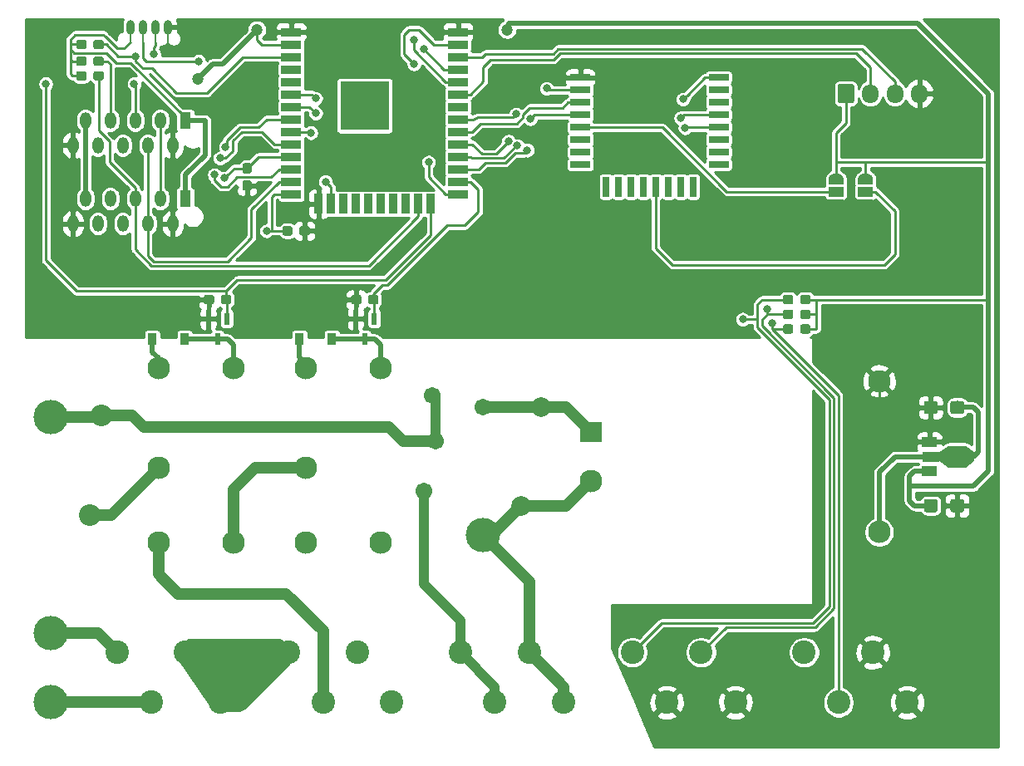
<source format=gbr>
G04 #@! TF.GenerationSoftware,KiCad,Pcbnew,5.1.4+dfsg1-1*
G04 #@! TF.CreationDate,2020-01-26T17:09:30+03:00*
G04 #@! TF.ProjectId,smart-roller-gate-controller,736d6172-742d-4726-9f6c-6c65722d6761,rev?*
G04 #@! TF.SameCoordinates,Original*
G04 #@! TF.FileFunction,Copper,L1,Top*
G04 #@! TF.FilePolarity,Positive*
%FSLAX46Y46*%
G04 Gerber Fmt 4.6, Leading zero omitted, Abs format (unit mm)*
G04 Created by KiCad (PCBNEW 5.1.4+dfsg1-1) date 2020-01-26 17:09:30*
%MOMM*%
%LPD*%
G04 APERTURE LIST*
%ADD10C,0.100000*%
%ADD11C,1.350000*%
%ADD12C,0.850000*%
%ADD13R,1.500000X1.000000*%
%ADD14R,1.800000X1.000000*%
%ADD15R,1.840000X2.200000*%
%ADD16C,1.000000*%
%ADD17R,2.000000X0.700000*%
%ADD18R,0.700000X2.000000*%
%ADD19R,5.000000X5.000000*%
%ADD20R,2.000000X0.900000*%
%ADD21R,0.900000X2.000000*%
%ADD22C,2.300000*%
%ADD23R,2.300000X2.000000*%
%ADD24R,0.600000X1.300000*%
%ADD25O,0.800000X1.500000*%
%ADD26R,1.120000X1.700000*%
%ADD27O,1.120000X1.700000*%
%ADD28C,1.700000*%
%ADD29O,1.700000X1.950000*%
%ADD30C,2.200000*%
%ADD31C,1.710000*%
%ADD32C,0.500000*%
%ADD33C,0.950000*%
%ADD34C,2.000000*%
%ADD35R,0.900000X1.200000*%
%ADD36C,2.400000*%
%ADD37C,3.500120*%
%ADD38C,0.800000*%
%ADD39C,1.200000*%
%ADD40C,0.250000*%
%ADD41C,0.150000*%
%ADD42C,0.500000*%
%ADD43C,1.200000*%
%ADD44C,1.000000*%
%ADD45C,0.254000*%
G04 APERTURE END LIST*
D10*
G36*
X193124505Y-139326204D02*
G01*
X193148773Y-139329804D01*
X193172572Y-139335765D01*
X193195671Y-139344030D01*
X193217850Y-139354520D01*
X193238893Y-139367132D01*
X193258599Y-139381747D01*
X193276777Y-139398223D01*
X193293253Y-139416401D01*
X193307868Y-139436107D01*
X193320480Y-139457150D01*
X193330970Y-139479329D01*
X193339235Y-139502428D01*
X193345196Y-139526227D01*
X193348796Y-139550495D01*
X193350000Y-139574999D01*
X193350000Y-140425001D01*
X193348796Y-140449505D01*
X193345196Y-140473773D01*
X193339235Y-140497572D01*
X193330970Y-140520671D01*
X193320480Y-140542850D01*
X193307868Y-140563893D01*
X193293253Y-140583599D01*
X193276777Y-140601777D01*
X193258599Y-140618253D01*
X193238893Y-140632868D01*
X193217850Y-140645480D01*
X193195671Y-140655970D01*
X193172572Y-140664235D01*
X193148773Y-140670196D01*
X193124505Y-140673796D01*
X193100001Y-140675000D01*
X192199999Y-140675000D01*
X192175495Y-140673796D01*
X192151227Y-140670196D01*
X192127428Y-140664235D01*
X192104329Y-140655970D01*
X192082150Y-140645480D01*
X192061107Y-140632868D01*
X192041401Y-140618253D01*
X192023223Y-140601777D01*
X192006747Y-140583599D01*
X191992132Y-140563893D01*
X191979520Y-140542850D01*
X191969030Y-140520671D01*
X191960765Y-140497572D01*
X191954804Y-140473773D01*
X191951204Y-140449505D01*
X191950000Y-140425001D01*
X191950000Y-139574999D01*
X191951204Y-139550495D01*
X191954804Y-139526227D01*
X191960765Y-139502428D01*
X191969030Y-139479329D01*
X191979520Y-139457150D01*
X191992132Y-139436107D01*
X192006747Y-139416401D01*
X192023223Y-139398223D01*
X192041401Y-139381747D01*
X192061107Y-139367132D01*
X192082150Y-139354520D01*
X192104329Y-139344030D01*
X192127428Y-139335765D01*
X192151227Y-139329804D01*
X192175495Y-139326204D01*
X192199999Y-139325000D01*
X193100001Y-139325000D01*
X193124505Y-139326204D01*
X193124505Y-139326204D01*
G37*
D11*
X192650000Y-140000000D03*
D10*
G36*
X195824505Y-139326204D02*
G01*
X195848773Y-139329804D01*
X195872572Y-139335765D01*
X195895671Y-139344030D01*
X195917850Y-139354520D01*
X195938893Y-139367132D01*
X195958599Y-139381747D01*
X195976777Y-139398223D01*
X195993253Y-139416401D01*
X196007868Y-139436107D01*
X196020480Y-139457150D01*
X196030970Y-139479329D01*
X196039235Y-139502428D01*
X196045196Y-139526227D01*
X196048796Y-139550495D01*
X196050000Y-139574999D01*
X196050000Y-140425001D01*
X196048796Y-140449505D01*
X196045196Y-140473773D01*
X196039235Y-140497572D01*
X196030970Y-140520671D01*
X196020480Y-140542850D01*
X196007868Y-140563893D01*
X195993253Y-140583599D01*
X195976777Y-140601777D01*
X195958599Y-140618253D01*
X195938893Y-140632868D01*
X195917850Y-140645480D01*
X195895671Y-140655970D01*
X195872572Y-140664235D01*
X195848773Y-140670196D01*
X195824505Y-140673796D01*
X195800001Y-140675000D01*
X194899999Y-140675000D01*
X194875495Y-140673796D01*
X194851227Y-140670196D01*
X194827428Y-140664235D01*
X194804329Y-140655970D01*
X194782150Y-140645480D01*
X194761107Y-140632868D01*
X194741401Y-140618253D01*
X194723223Y-140601777D01*
X194706747Y-140583599D01*
X194692132Y-140563893D01*
X194679520Y-140542850D01*
X194669030Y-140520671D01*
X194660765Y-140497572D01*
X194654804Y-140473773D01*
X194651204Y-140449505D01*
X194650000Y-140425001D01*
X194650000Y-139574999D01*
X194651204Y-139550495D01*
X194654804Y-139526227D01*
X194660765Y-139502428D01*
X194669030Y-139479329D01*
X194679520Y-139457150D01*
X194692132Y-139436107D01*
X194706747Y-139416401D01*
X194723223Y-139398223D01*
X194741401Y-139381747D01*
X194761107Y-139367132D01*
X194782150Y-139354520D01*
X194804329Y-139344030D01*
X194827428Y-139335765D01*
X194851227Y-139329804D01*
X194875495Y-139326204D01*
X194899999Y-139325000D01*
X195800001Y-139325000D01*
X195824505Y-139326204D01*
X195824505Y-139326204D01*
G37*
D11*
X195350000Y-140000000D03*
D10*
G36*
X193124505Y-149326204D02*
G01*
X193148773Y-149329804D01*
X193172572Y-149335765D01*
X193195671Y-149344030D01*
X193217850Y-149354520D01*
X193238893Y-149367132D01*
X193258599Y-149381747D01*
X193276777Y-149398223D01*
X193293253Y-149416401D01*
X193307868Y-149436107D01*
X193320480Y-149457150D01*
X193330970Y-149479329D01*
X193339235Y-149502428D01*
X193345196Y-149526227D01*
X193348796Y-149550495D01*
X193350000Y-149574999D01*
X193350000Y-150425001D01*
X193348796Y-150449505D01*
X193345196Y-150473773D01*
X193339235Y-150497572D01*
X193330970Y-150520671D01*
X193320480Y-150542850D01*
X193307868Y-150563893D01*
X193293253Y-150583599D01*
X193276777Y-150601777D01*
X193258599Y-150618253D01*
X193238893Y-150632868D01*
X193217850Y-150645480D01*
X193195671Y-150655970D01*
X193172572Y-150664235D01*
X193148773Y-150670196D01*
X193124505Y-150673796D01*
X193100001Y-150675000D01*
X192199999Y-150675000D01*
X192175495Y-150673796D01*
X192151227Y-150670196D01*
X192127428Y-150664235D01*
X192104329Y-150655970D01*
X192082150Y-150645480D01*
X192061107Y-150632868D01*
X192041401Y-150618253D01*
X192023223Y-150601777D01*
X192006747Y-150583599D01*
X191992132Y-150563893D01*
X191979520Y-150542850D01*
X191969030Y-150520671D01*
X191960765Y-150497572D01*
X191954804Y-150473773D01*
X191951204Y-150449505D01*
X191950000Y-150425001D01*
X191950000Y-149574999D01*
X191951204Y-149550495D01*
X191954804Y-149526227D01*
X191960765Y-149502428D01*
X191969030Y-149479329D01*
X191979520Y-149457150D01*
X191992132Y-149436107D01*
X192006747Y-149416401D01*
X192023223Y-149398223D01*
X192041401Y-149381747D01*
X192061107Y-149367132D01*
X192082150Y-149354520D01*
X192104329Y-149344030D01*
X192127428Y-149335765D01*
X192151227Y-149329804D01*
X192175495Y-149326204D01*
X192199999Y-149325000D01*
X193100001Y-149325000D01*
X193124505Y-149326204D01*
X193124505Y-149326204D01*
G37*
D11*
X192650000Y-150000000D03*
D10*
G36*
X195824505Y-149326204D02*
G01*
X195848773Y-149329804D01*
X195872572Y-149335765D01*
X195895671Y-149344030D01*
X195917850Y-149354520D01*
X195938893Y-149367132D01*
X195958599Y-149381747D01*
X195976777Y-149398223D01*
X195993253Y-149416401D01*
X196007868Y-149436107D01*
X196020480Y-149457150D01*
X196030970Y-149479329D01*
X196039235Y-149502428D01*
X196045196Y-149526227D01*
X196048796Y-149550495D01*
X196050000Y-149574999D01*
X196050000Y-150425001D01*
X196048796Y-150449505D01*
X196045196Y-150473773D01*
X196039235Y-150497572D01*
X196030970Y-150520671D01*
X196020480Y-150542850D01*
X196007868Y-150563893D01*
X195993253Y-150583599D01*
X195976777Y-150601777D01*
X195958599Y-150618253D01*
X195938893Y-150632868D01*
X195917850Y-150645480D01*
X195895671Y-150655970D01*
X195872572Y-150664235D01*
X195848773Y-150670196D01*
X195824505Y-150673796D01*
X195800001Y-150675000D01*
X194899999Y-150675000D01*
X194875495Y-150673796D01*
X194851227Y-150670196D01*
X194827428Y-150664235D01*
X194804329Y-150655970D01*
X194782150Y-150645480D01*
X194761107Y-150632868D01*
X194741401Y-150618253D01*
X194723223Y-150601777D01*
X194706747Y-150583599D01*
X194692132Y-150563893D01*
X194679520Y-150542850D01*
X194669030Y-150520671D01*
X194660765Y-150497572D01*
X194654804Y-150473773D01*
X194651204Y-150449505D01*
X194650000Y-150425001D01*
X194650000Y-149574999D01*
X194651204Y-149550495D01*
X194654804Y-149526227D01*
X194660765Y-149502428D01*
X194669030Y-149479329D01*
X194679520Y-149457150D01*
X194692132Y-149436107D01*
X194706747Y-149416401D01*
X194723223Y-149398223D01*
X194741401Y-149381747D01*
X194761107Y-149367132D01*
X194782150Y-149354520D01*
X194804329Y-149344030D01*
X194827428Y-149335765D01*
X194851227Y-149329804D01*
X194875495Y-149326204D01*
X194899999Y-149325000D01*
X195800001Y-149325000D01*
X195824505Y-149326204D01*
X195824505Y-149326204D01*
G37*
D11*
X195350000Y-150000000D03*
D12*
X196667000Y-145000000D03*
D10*
G36*
X196242000Y-143900000D02*
G01*
X197092000Y-144500000D01*
X197092000Y-145500000D01*
X196242000Y-146100000D01*
X196242000Y-143900000D01*
X196242000Y-143900000D01*
G37*
D13*
X192520000Y-143500000D03*
D14*
X192666500Y-145000000D03*
D13*
X192520000Y-146500000D03*
D15*
X195333500Y-145000000D03*
D16*
X193923800Y-145000000D03*
D10*
G36*
X194423800Y-146100000D02*
G01*
X193423800Y-145400000D01*
X193423800Y-144600000D01*
X194423800Y-143900000D01*
X194423800Y-146100000D01*
X194423800Y-146100000D01*
G37*
D17*
X171050000Y-115240000D03*
X171050000Y-113970000D03*
X171050000Y-112700000D03*
X171050000Y-111430000D03*
X171050000Y-110160000D03*
X171050000Y-108890000D03*
X171050000Y-107620000D03*
X171050000Y-106350000D03*
D18*
X159540000Y-117500000D03*
X160810000Y-117500000D03*
X162080000Y-117500000D03*
X163350000Y-117500000D03*
X164620000Y-117500000D03*
X165890000Y-117500000D03*
X167160000Y-117500000D03*
X168430000Y-117500000D03*
D17*
X156950000Y-106350000D03*
X156950000Y-107620000D03*
X156950000Y-108890000D03*
X156950000Y-110160000D03*
X156950000Y-111430000D03*
X156950000Y-112700000D03*
X156950000Y-113970000D03*
X156950000Y-115240000D03*
D19*
X135000000Y-109245000D03*
D20*
X127500000Y-101745000D03*
X127500000Y-103015000D03*
X127500000Y-104285000D03*
X127500000Y-105555000D03*
X127500000Y-106825000D03*
X127500000Y-108095000D03*
X127500000Y-109365000D03*
X127500000Y-110635000D03*
X127500000Y-111905000D03*
X127500000Y-113175000D03*
X127500000Y-114445000D03*
X127500000Y-115715000D03*
X127500000Y-116985000D03*
X127500000Y-118255000D03*
D21*
X130285000Y-119255000D03*
X131555000Y-119255000D03*
X132825000Y-119255000D03*
X134095000Y-119255000D03*
X135365000Y-119255000D03*
X136635000Y-119255000D03*
X137905000Y-119255000D03*
X139175000Y-119255000D03*
X140445000Y-119255000D03*
X141715000Y-119255000D03*
D20*
X144500000Y-118255000D03*
X144500000Y-116985000D03*
X144500000Y-115715000D03*
X144500000Y-114445000D03*
X144500000Y-113175000D03*
X144500000Y-111905000D03*
X144500000Y-110635000D03*
X144500000Y-109365000D03*
X144500000Y-108095000D03*
X144500000Y-106825000D03*
X144500000Y-105555000D03*
X144500000Y-104285000D03*
X144500000Y-103015000D03*
X144500000Y-101745000D03*
D22*
X114000000Y-136000000D03*
X121620000Y-136000000D03*
X114000000Y-146160000D03*
X114000000Y-153780000D03*
X121620000Y-153780000D03*
X136620000Y-153780000D03*
X129000000Y-153780000D03*
X129000000Y-146160000D03*
X136620000Y-136000000D03*
X129000000Y-136000000D03*
X187400000Y-137300000D03*
D23*
X158000000Y-142500000D03*
D22*
X158000000Y-147500000D03*
X187400000Y-152700000D03*
D24*
X120000000Y-133050000D03*
X119050000Y-130950000D03*
X120950000Y-130950000D03*
X135950000Y-130950000D03*
X134050000Y-130950000D03*
X135000000Y-133050000D03*
D25*
X114905000Y-101250000D03*
X113635000Y-101250000D03*
X112365000Y-101250000D03*
X111095000Y-101250000D03*
D26*
X116715000Y-110730000D03*
D27*
X115445000Y-113270000D03*
X114175000Y-110730000D03*
X112905000Y-113270000D03*
X111635000Y-110730000D03*
X110365000Y-113270000D03*
X109095000Y-110730000D03*
X107825000Y-113270000D03*
X106555000Y-110730000D03*
X105285000Y-113270000D03*
X105285000Y-121270000D03*
X106555000Y-118730000D03*
X107825000Y-121270000D03*
X109095000Y-118730000D03*
X110365000Y-121270000D03*
X111635000Y-118730000D03*
X112905000Y-121270000D03*
X114175000Y-118730000D03*
X115445000Y-121270000D03*
D26*
X116715000Y-118730000D03*
D10*
G36*
X184624504Y-107026204D02*
G01*
X184648773Y-107029804D01*
X184672571Y-107035765D01*
X184695671Y-107044030D01*
X184717849Y-107054520D01*
X184738893Y-107067133D01*
X184758598Y-107081747D01*
X184776777Y-107098223D01*
X184793253Y-107116402D01*
X184807867Y-107136107D01*
X184820480Y-107157151D01*
X184830970Y-107179329D01*
X184839235Y-107202429D01*
X184845196Y-107226227D01*
X184848796Y-107250496D01*
X184850000Y-107275000D01*
X184850000Y-108725000D01*
X184848796Y-108749504D01*
X184845196Y-108773773D01*
X184839235Y-108797571D01*
X184830970Y-108820671D01*
X184820480Y-108842849D01*
X184807867Y-108863893D01*
X184793253Y-108883598D01*
X184776777Y-108901777D01*
X184758598Y-108918253D01*
X184738893Y-108932867D01*
X184717849Y-108945480D01*
X184695671Y-108955970D01*
X184672571Y-108964235D01*
X184648773Y-108970196D01*
X184624504Y-108973796D01*
X184600000Y-108975000D01*
X183400000Y-108975000D01*
X183375496Y-108973796D01*
X183351227Y-108970196D01*
X183327429Y-108964235D01*
X183304329Y-108955970D01*
X183282151Y-108945480D01*
X183261107Y-108932867D01*
X183241402Y-108918253D01*
X183223223Y-108901777D01*
X183206747Y-108883598D01*
X183192133Y-108863893D01*
X183179520Y-108842849D01*
X183169030Y-108820671D01*
X183160765Y-108797571D01*
X183154804Y-108773773D01*
X183151204Y-108749504D01*
X183150000Y-108725000D01*
X183150000Y-107275000D01*
X183151204Y-107250496D01*
X183154804Y-107226227D01*
X183160765Y-107202429D01*
X183169030Y-107179329D01*
X183179520Y-107157151D01*
X183192133Y-107136107D01*
X183206747Y-107116402D01*
X183223223Y-107098223D01*
X183241402Y-107081747D01*
X183261107Y-107067133D01*
X183282151Y-107054520D01*
X183304329Y-107044030D01*
X183327429Y-107035765D01*
X183351227Y-107029804D01*
X183375496Y-107026204D01*
X183400000Y-107025000D01*
X184600000Y-107025000D01*
X184624504Y-107026204D01*
X184624504Y-107026204D01*
G37*
D28*
X184000000Y-108000000D03*
D29*
X186500000Y-108000000D03*
X189000000Y-108000000D03*
X191500000Y-108000000D03*
D30*
X107000000Y-151000000D03*
X108200000Y-140800000D03*
D31*
X141000000Y-148500000D03*
X142200000Y-143400000D03*
X141900000Y-138800000D03*
X147000000Y-140000000D03*
D13*
X186000000Y-118000000D03*
D32*
X186000000Y-119300000D03*
D10*
G36*
X186749398Y-119300000D02*
G01*
X186749398Y-119324534D01*
X186744588Y-119373365D01*
X186735016Y-119421490D01*
X186720772Y-119468445D01*
X186701995Y-119513778D01*
X186678864Y-119557051D01*
X186651604Y-119597850D01*
X186620476Y-119635779D01*
X186585779Y-119670476D01*
X186547850Y-119701604D01*
X186507051Y-119728864D01*
X186463778Y-119751995D01*
X186418445Y-119770772D01*
X186371490Y-119785016D01*
X186323365Y-119794588D01*
X186274534Y-119799398D01*
X186250000Y-119799398D01*
X186250000Y-119800000D01*
X185750000Y-119800000D01*
X185750000Y-119799398D01*
X185725466Y-119799398D01*
X185676635Y-119794588D01*
X185628510Y-119785016D01*
X185581555Y-119770772D01*
X185536222Y-119751995D01*
X185492949Y-119728864D01*
X185452150Y-119701604D01*
X185414221Y-119670476D01*
X185379524Y-119635779D01*
X185348396Y-119597850D01*
X185321136Y-119557051D01*
X185298005Y-119513778D01*
X185279228Y-119468445D01*
X185264984Y-119421490D01*
X185255412Y-119373365D01*
X185250602Y-119324534D01*
X185250602Y-119300000D01*
X185250000Y-119300000D01*
X185250000Y-118750000D01*
X186750000Y-118750000D01*
X186750000Y-119300000D01*
X186749398Y-119300000D01*
X186749398Y-119300000D01*
G37*
D32*
X186000000Y-116700000D03*
D10*
G36*
X185250000Y-117250000D02*
G01*
X185250000Y-116700000D01*
X185250602Y-116700000D01*
X185250602Y-116675466D01*
X185255412Y-116626635D01*
X185264984Y-116578510D01*
X185279228Y-116531555D01*
X185298005Y-116486222D01*
X185321136Y-116442949D01*
X185348396Y-116402150D01*
X185379524Y-116364221D01*
X185414221Y-116329524D01*
X185452150Y-116298396D01*
X185492949Y-116271136D01*
X185536222Y-116248005D01*
X185581555Y-116229228D01*
X185628510Y-116214984D01*
X185676635Y-116205412D01*
X185725466Y-116200602D01*
X185750000Y-116200602D01*
X185750000Y-116200000D01*
X186250000Y-116200000D01*
X186250000Y-116200602D01*
X186274534Y-116200602D01*
X186323365Y-116205412D01*
X186371490Y-116214984D01*
X186418445Y-116229228D01*
X186463778Y-116248005D01*
X186507051Y-116271136D01*
X186547850Y-116298396D01*
X186585779Y-116329524D01*
X186620476Y-116364221D01*
X186651604Y-116402150D01*
X186678864Y-116442949D01*
X186701995Y-116486222D01*
X186720772Y-116531555D01*
X186735016Y-116578510D01*
X186744588Y-116626635D01*
X186749398Y-116675466D01*
X186749398Y-116700000D01*
X186750000Y-116700000D01*
X186750000Y-117250000D01*
X185250000Y-117250000D01*
X185250000Y-117250000D01*
G37*
D32*
X183000000Y-116700000D03*
D10*
G36*
X182250000Y-117250000D02*
G01*
X182250000Y-116700000D01*
X182250602Y-116700000D01*
X182250602Y-116675466D01*
X182255412Y-116626635D01*
X182264984Y-116578510D01*
X182279228Y-116531555D01*
X182298005Y-116486222D01*
X182321136Y-116442949D01*
X182348396Y-116402150D01*
X182379524Y-116364221D01*
X182414221Y-116329524D01*
X182452150Y-116298396D01*
X182492949Y-116271136D01*
X182536222Y-116248005D01*
X182581555Y-116229228D01*
X182628510Y-116214984D01*
X182676635Y-116205412D01*
X182725466Y-116200602D01*
X182750000Y-116200602D01*
X182750000Y-116200000D01*
X183250000Y-116200000D01*
X183250000Y-116200602D01*
X183274534Y-116200602D01*
X183323365Y-116205412D01*
X183371490Y-116214984D01*
X183418445Y-116229228D01*
X183463778Y-116248005D01*
X183507051Y-116271136D01*
X183547850Y-116298396D01*
X183585779Y-116329524D01*
X183620476Y-116364221D01*
X183651604Y-116402150D01*
X183678864Y-116442949D01*
X183701995Y-116486222D01*
X183720772Y-116531555D01*
X183735016Y-116578510D01*
X183744588Y-116626635D01*
X183749398Y-116675466D01*
X183749398Y-116700000D01*
X183750000Y-116700000D01*
X183750000Y-117250000D01*
X182250000Y-117250000D01*
X182250000Y-117250000D01*
G37*
D32*
X183000000Y-119300000D03*
D10*
G36*
X183749398Y-119300000D02*
G01*
X183749398Y-119324534D01*
X183744588Y-119373365D01*
X183735016Y-119421490D01*
X183720772Y-119468445D01*
X183701995Y-119513778D01*
X183678864Y-119557051D01*
X183651604Y-119597850D01*
X183620476Y-119635779D01*
X183585779Y-119670476D01*
X183547850Y-119701604D01*
X183507051Y-119728864D01*
X183463778Y-119751995D01*
X183418445Y-119770772D01*
X183371490Y-119785016D01*
X183323365Y-119794588D01*
X183274534Y-119799398D01*
X183250000Y-119799398D01*
X183250000Y-119800000D01*
X182750000Y-119800000D01*
X182750000Y-119799398D01*
X182725466Y-119799398D01*
X182676635Y-119794588D01*
X182628510Y-119785016D01*
X182581555Y-119770772D01*
X182536222Y-119751995D01*
X182492949Y-119728864D01*
X182452150Y-119701604D01*
X182414221Y-119670476D01*
X182379524Y-119635779D01*
X182348396Y-119597850D01*
X182321136Y-119557051D01*
X182298005Y-119513778D01*
X182279228Y-119468445D01*
X182264984Y-119421490D01*
X182255412Y-119373365D01*
X182250602Y-119324534D01*
X182250602Y-119300000D01*
X182250000Y-119300000D01*
X182250000Y-118750000D01*
X183750000Y-118750000D01*
X183750000Y-119300000D01*
X183749398Y-119300000D01*
X183749398Y-119300000D01*
G37*
D13*
X183000000Y-118000000D03*
D10*
G36*
X106435779Y-104226144D02*
G01*
X106458834Y-104229563D01*
X106481443Y-104235227D01*
X106503387Y-104243079D01*
X106524457Y-104253044D01*
X106544448Y-104265026D01*
X106563168Y-104278910D01*
X106580438Y-104294562D01*
X106596090Y-104311832D01*
X106609974Y-104330552D01*
X106621956Y-104350543D01*
X106631921Y-104371613D01*
X106639773Y-104393557D01*
X106645437Y-104416166D01*
X106648856Y-104439221D01*
X106650000Y-104462500D01*
X106650000Y-104937500D01*
X106648856Y-104960779D01*
X106645437Y-104983834D01*
X106639773Y-105006443D01*
X106631921Y-105028387D01*
X106621956Y-105049457D01*
X106609974Y-105069448D01*
X106596090Y-105088168D01*
X106580438Y-105105438D01*
X106563168Y-105121090D01*
X106544448Y-105134974D01*
X106524457Y-105146956D01*
X106503387Y-105156921D01*
X106481443Y-105164773D01*
X106458834Y-105170437D01*
X106435779Y-105173856D01*
X106412500Y-105175000D01*
X105837500Y-105175000D01*
X105814221Y-105173856D01*
X105791166Y-105170437D01*
X105768557Y-105164773D01*
X105746613Y-105156921D01*
X105725543Y-105146956D01*
X105705552Y-105134974D01*
X105686832Y-105121090D01*
X105669562Y-105105438D01*
X105653910Y-105088168D01*
X105640026Y-105069448D01*
X105628044Y-105049457D01*
X105618079Y-105028387D01*
X105610227Y-105006443D01*
X105604563Y-104983834D01*
X105601144Y-104960779D01*
X105600000Y-104937500D01*
X105600000Y-104462500D01*
X105601144Y-104439221D01*
X105604563Y-104416166D01*
X105610227Y-104393557D01*
X105618079Y-104371613D01*
X105628044Y-104350543D01*
X105640026Y-104330552D01*
X105653910Y-104311832D01*
X105669562Y-104294562D01*
X105686832Y-104278910D01*
X105705552Y-104265026D01*
X105725543Y-104253044D01*
X105746613Y-104243079D01*
X105768557Y-104235227D01*
X105791166Y-104229563D01*
X105814221Y-104226144D01*
X105837500Y-104225000D01*
X106412500Y-104225000D01*
X106435779Y-104226144D01*
X106435779Y-104226144D01*
G37*
D33*
X106125000Y-104700000D03*
D10*
G36*
X108185779Y-104226144D02*
G01*
X108208834Y-104229563D01*
X108231443Y-104235227D01*
X108253387Y-104243079D01*
X108274457Y-104253044D01*
X108294448Y-104265026D01*
X108313168Y-104278910D01*
X108330438Y-104294562D01*
X108346090Y-104311832D01*
X108359974Y-104330552D01*
X108371956Y-104350543D01*
X108381921Y-104371613D01*
X108389773Y-104393557D01*
X108395437Y-104416166D01*
X108398856Y-104439221D01*
X108400000Y-104462500D01*
X108400000Y-104937500D01*
X108398856Y-104960779D01*
X108395437Y-104983834D01*
X108389773Y-105006443D01*
X108381921Y-105028387D01*
X108371956Y-105049457D01*
X108359974Y-105069448D01*
X108346090Y-105088168D01*
X108330438Y-105105438D01*
X108313168Y-105121090D01*
X108294448Y-105134974D01*
X108274457Y-105146956D01*
X108253387Y-105156921D01*
X108231443Y-105164773D01*
X108208834Y-105170437D01*
X108185779Y-105173856D01*
X108162500Y-105175000D01*
X107587500Y-105175000D01*
X107564221Y-105173856D01*
X107541166Y-105170437D01*
X107518557Y-105164773D01*
X107496613Y-105156921D01*
X107475543Y-105146956D01*
X107455552Y-105134974D01*
X107436832Y-105121090D01*
X107419562Y-105105438D01*
X107403910Y-105088168D01*
X107390026Y-105069448D01*
X107378044Y-105049457D01*
X107368079Y-105028387D01*
X107360227Y-105006443D01*
X107354563Y-104983834D01*
X107351144Y-104960779D01*
X107350000Y-104937500D01*
X107350000Y-104462500D01*
X107351144Y-104439221D01*
X107354563Y-104416166D01*
X107360227Y-104393557D01*
X107368079Y-104371613D01*
X107378044Y-104350543D01*
X107390026Y-104330552D01*
X107403910Y-104311832D01*
X107419562Y-104294562D01*
X107436832Y-104278910D01*
X107455552Y-104265026D01*
X107475543Y-104253044D01*
X107496613Y-104243079D01*
X107518557Y-104235227D01*
X107541166Y-104229563D01*
X107564221Y-104226144D01*
X107587500Y-104225000D01*
X108162500Y-104225000D01*
X108185779Y-104226144D01*
X108185779Y-104226144D01*
G37*
D33*
X107875000Y-104700000D03*
D10*
G36*
X108185779Y-105726144D02*
G01*
X108208834Y-105729563D01*
X108231443Y-105735227D01*
X108253387Y-105743079D01*
X108274457Y-105753044D01*
X108294448Y-105765026D01*
X108313168Y-105778910D01*
X108330438Y-105794562D01*
X108346090Y-105811832D01*
X108359974Y-105830552D01*
X108371956Y-105850543D01*
X108381921Y-105871613D01*
X108389773Y-105893557D01*
X108395437Y-105916166D01*
X108398856Y-105939221D01*
X108400000Y-105962500D01*
X108400000Y-106437500D01*
X108398856Y-106460779D01*
X108395437Y-106483834D01*
X108389773Y-106506443D01*
X108381921Y-106528387D01*
X108371956Y-106549457D01*
X108359974Y-106569448D01*
X108346090Y-106588168D01*
X108330438Y-106605438D01*
X108313168Y-106621090D01*
X108294448Y-106634974D01*
X108274457Y-106646956D01*
X108253387Y-106656921D01*
X108231443Y-106664773D01*
X108208834Y-106670437D01*
X108185779Y-106673856D01*
X108162500Y-106675000D01*
X107587500Y-106675000D01*
X107564221Y-106673856D01*
X107541166Y-106670437D01*
X107518557Y-106664773D01*
X107496613Y-106656921D01*
X107475543Y-106646956D01*
X107455552Y-106634974D01*
X107436832Y-106621090D01*
X107419562Y-106605438D01*
X107403910Y-106588168D01*
X107390026Y-106569448D01*
X107378044Y-106549457D01*
X107368079Y-106528387D01*
X107360227Y-106506443D01*
X107354563Y-106483834D01*
X107351144Y-106460779D01*
X107350000Y-106437500D01*
X107350000Y-105962500D01*
X107351144Y-105939221D01*
X107354563Y-105916166D01*
X107360227Y-105893557D01*
X107368079Y-105871613D01*
X107378044Y-105850543D01*
X107390026Y-105830552D01*
X107403910Y-105811832D01*
X107419562Y-105794562D01*
X107436832Y-105778910D01*
X107455552Y-105765026D01*
X107475543Y-105753044D01*
X107496613Y-105743079D01*
X107518557Y-105735227D01*
X107541166Y-105729563D01*
X107564221Y-105726144D01*
X107587500Y-105725000D01*
X108162500Y-105725000D01*
X108185779Y-105726144D01*
X108185779Y-105726144D01*
G37*
D33*
X107875000Y-106200000D03*
D10*
G36*
X106435779Y-105726144D02*
G01*
X106458834Y-105729563D01*
X106481443Y-105735227D01*
X106503387Y-105743079D01*
X106524457Y-105753044D01*
X106544448Y-105765026D01*
X106563168Y-105778910D01*
X106580438Y-105794562D01*
X106596090Y-105811832D01*
X106609974Y-105830552D01*
X106621956Y-105850543D01*
X106631921Y-105871613D01*
X106639773Y-105893557D01*
X106645437Y-105916166D01*
X106648856Y-105939221D01*
X106650000Y-105962500D01*
X106650000Y-106437500D01*
X106648856Y-106460779D01*
X106645437Y-106483834D01*
X106639773Y-106506443D01*
X106631921Y-106528387D01*
X106621956Y-106549457D01*
X106609974Y-106569448D01*
X106596090Y-106588168D01*
X106580438Y-106605438D01*
X106563168Y-106621090D01*
X106544448Y-106634974D01*
X106524457Y-106646956D01*
X106503387Y-106656921D01*
X106481443Y-106664773D01*
X106458834Y-106670437D01*
X106435779Y-106673856D01*
X106412500Y-106675000D01*
X105837500Y-106675000D01*
X105814221Y-106673856D01*
X105791166Y-106670437D01*
X105768557Y-106664773D01*
X105746613Y-106656921D01*
X105725543Y-106646956D01*
X105705552Y-106634974D01*
X105686832Y-106621090D01*
X105669562Y-106605438D01*
X105653910Y-106588168D01*
X105640026Y-106569448D01*
X105628044Y-106549457D01*
X105618079Y-106528387D01*
X105610227Y-106506443D01*
X105604563Y-106483834D01*
X105601144Y-106460779D01*
X105600000Y-106437500D01*
X105600000Y-105962500D01*
X105601144Y-105939221D01*
X105604563Y-105916166D01*
X105610227Y-105893557D01*
X105618079Y-105871613D01*
X105628044Y-105850543D01*
X105640026Y-105830552D01*
X105653910Y-105811832D01*
X105669562Y-105794562D01*
X105686832Y-105778910D01*
X105705552Y-105765026D01*
X105725543Y-105753044D01*
X105746613Y-105743079D01*
X105768557Y-105735227D01*
X105791166Y-105729563D01*
X105814221Y-105726144D01*
X105837500Y-105725000D01*
X106412500Y-105725000D01*
X106435779Y-105726144D01*
X106435779Y-105726144D01*
G37*
D33*
X106125000Y-106200000D03*
D10*
G36*
X108185779Y-102526144D02*
G01*
X108208834Y-102529563D01*
X108231443Y-102535227D01*
X108253387Y-102543079D01*
X108274457Y-102553044D01*
X108294448Y-102565026D01*
X108313168Y-102578910D01*
X108330438Y-102594562D01*
X108346090Y-102611832D01*
X108359974Y-102630552D01*
X108371956Y-102650543D01*
X108381921Y-102671613D01*
X108389773Y-102693557D01*
X108395437Y-102716166D01*
X108398856Y-102739221D01*
X108400000Y-102762500D01*
X108400000Y-103237500D01*
X108398856Y-103260779D01*
X108395437Y-103283834D01*
X108389773Y-103306443D01*
X108381921Y-103328387D01*
X108371956Y-103349457D01*
X108359974Y-103369448D01*
X108346090Y-103388168D01*
X108330438Y-103405438D01*
X108313168Y-103421090D01*
X108294448Y-103434974D01*
X108274457Y-103446956D01*
X108253387Y-103456921D01*
X108231443Y-103464773D01*
X108208834Y-103470437D01*
X108185779Y-103473856D01*
X108162500Y-103475000D01*
X107587500Y-103475000D01*
X107564221Y-103473856D01*
X107541166Y-103470437D01*
X107518557Y-103464773D01*
X107496613Y-103456921D01*
X107475543Y-103446956D01*
X107455552Y-103434974D01*
X107436832Y-103421090D01*
X107419562Y-103405438D01*
X107403910Y-103388168D01*
X107390026Y-103369448D01*
X107378044Y-103349457D01*
X107368079Y-103328387D01*
X107360227Y-103306443D01*
X107354563Y-103283834D01*
X107351144Y-103260779D01*
X107350000Y-103237500D01*
X107350000Y-102762500D01*
X107351144Y-102739221D01*
X107354563Y-102716166D01*
X107360227Y-102693557D01*
X107368079Y-102671613D01*
X107378044Y-102650543D01*
X107390026Y-102630552D01*
X107403910Y-102611832D01*
X107419562Y-102594562D01*
X107436832Y-102578910D01*
X107455552Y-102565026D01*
X107475543Y-102553044D01*
X107496613Y-102543079D01*
X107518557Y-102535227D01*
X107541166Y-102529563D01*
X107564221Y-102526144D01*
X107587500Y-102525000D01*
X108162500Y-102525000D01*
X108185779Y-102526144D01*
X108185779Y-102526144D01*
G37*
D33*
X107875000Y-103000000D03*
D10*
G36*
X106435779Y-102526144D02*
G01*
X106458834Y-102529563D01*
X106481443Y-102535227D01*
X106503387Y-102543079D01*
X106524457Y-102553044D01*
X106544448Y-102565026D01*
X106563168Y-102578910D01*
X106580438Y-102594562D01*
X106596090Y-102611832D01*
X106609974Y-102630552D01*
X106621956Y-102650543D01*
X106631921Y-102671613D01*
X106639773Y-102693557D01*
X106645437Y-102716166D01*
X106648856Y-102739221D01*
X106650000Y-102762500D01*
X106650000Y-103237500D01*
X106648856Y-103260779D01*
X106645437Y-103283834D01*
X106639773Y-103306443D01*
X106631921Y-103328387D01*
X106621956Y-103349457D01*
X106609974Y-103369448D01*
X106596090Y-103388168D01*
X106580438Y-103405438D01*
X106563168Y-103421090D01*
X106544448Y-103434974D01*
X106524457Y-103446956D01*
X106503387Y-103456921D01*
X106481443Y-103464773D01*
X106458834Y-103470437D01*
X106435779Y-103473856D01*
X106412500Y-103475000D01*
X105837500Y-103475000D01*
X105814221Y-103473856D01*
X105791166Y-103470437D01*
X105768557Y-103464773D01*
X105746613Y-103456921D01*
X105725543Y-103446956D01*
X105705552Y-103434974D01*
X105686832Y-103421090D01*
X105669562Y-103405438D01*
X105653910Y-103388168D01*
X105640026Y-103369448D01*
X105628044Y-103349457D01*
X105618079Y-103328387D01*
X105610227Y-103306443D01*
X105604563Y-103283834D01*
X105601144Y-103260779D01*
X105600000Y-103237500D01*
X105600000Y-102762500D01*
X105601144Y-102739221D01*
X105604563Y-102716166D01*
X105610227Y-102693557D01*
X105618079Y-102671613D01*
X105628044Y-102650543D01*
X105640026Y-102630552D01*
X105653910Y-102611832D01*
X105669562Y-102594562D01*
X105686832Y-102578910D01*
X105705552Y-102565026D01*
X105725543Y-102553044D01*
X105746613Y-102543079D01*
X105768557Y-102535227D01*
X105791166Y-102529563D01*
X105814221Y-102526144D01*
X105837500Y-102525000D01*
X106412500Y-102525000D01*
X106435779Y-102526144D01*
X106435779Y-102526144D01*
G37*
D33*
X106125000Y-103000000D03*
D10*
G36*
X180185779Y-131526144D02*
G01*
X180208834Y-131529563D01*
X180231443Y-131535227D01*
X180253387Y-131543079D01*
X180274457Y-131553044D01*
X180294448Y-131565026D01*
X180313168Y-131578910D01*
X180330438Y-131594562D01*
X180346090Y-131611832D01*
X180359974Y-131630552D01*
X180371956Y-131650543D01*
X180381921Y-131671613D01*
X180389773Y-131693557D01*
X180395437Y-131716166D01*
X180398856Y-131739221D01*
X180400000Y-131762500D01*
X180400000Y-132237500D01*
X180398856Y-132260779D01*
X180395437Y-132283834D01*
X180389773Y-132306443D01*
X180381921Y-132328387D01*
X180371956Y-132349457D01*
X180359974Y-132369448D01*
X180346090Y-132388168D01*
X180330438Y-132405438D01*
X180313168Y-132421090D01*
X180294448Y-132434974D01*
X180274457Y-132446956D01*
X180253387Y-132456921D01*
X180231443Y-132464773D01*
X180208834Y-132470437D01*
X180185779Y-132473856D01*
X180162500Y-132475000D01*
X179587500Y-132475000D01*
X179564221Y-132473856D01*
X179541166Y-132470437D01*
X179518557Y-132464773D01*
X179496613Y-132456921D01*
X179475543Y-132446956D01*
X179455552Y-132434974D01*
X179436832Y-132421090D01*
X179419562Y-132405438D01*
X179403910Y-132388168D01*
X179390026Y-132369448D01*
X179378044Y-132349457D01*
X179368079Y-132328387D01*
X179360227Y-132306443D01*
X179354563Y-132283834D01*
X179351144Y-132260779D01*
X179350000Y-132237500D01*
X179350000Y-131762500D01*
X179351144Y-131739221D01*
X179354563Y-131716166D01*
X179360227Y-131693557D01*
X179368079Y-131671613D01*
X179378044Y-131650543D01*
X179390026Y-131630552D01*
X179403910Y-131611832D01*
X179419562Y-131594562D01*
X179436832Y-131578910D01*
X179455552Y-131565026D01*
X179475543Y-131553044D01*
X179496613Y-131543079D01*
X179518557Y-131535227D01*
X179541166Y-131529563D01*
X179564221Y-131526144D01*
X179587500Y-131525000D01*
X180162500Y-131525000D01*
X180185779Y-131526144D01*
X180185779Y-131526144D01*
G37*
D33*
X179875000Y-132000000D03*
D10*
G36*
X178435779Y-131526144D02*
G01*
X178458834Y-131529563D01*
X178481443Y-131535227D01*
X178503387Y-131543079D01*
X178524457Y-131553044D01*
X178544448Y-131565026D01*
X178563168Y-131578910D01*
X178580438Y-131594562D01*
X178596090Y-131611832D01*
X178609974Y-131630552D01*
X178621956Y-131650543D01*
X178631921Y-131671613D01*
X178639773Y-131693557D01*
X178645437Y-131716166D01*
X178648856Y-131739221D01*
X178650000Y-131762500D01*
X178650000Y-132237500D01*
X178648856Y-132260779D01*
X178645437Y-132283834D01*
X178639773Y-132306443D01*
X178631921Y-132328387D01*
X178621956Y-132349457D01*
X178609974Y-132369448D01*
X178596090Y-132388168D01*
X178580438Y-132405438D01*
X178563168Y-132421090D01*
X178544448Y-132434974D01*
X178524457Y-132446956D01*
X178503387Y-132456921D01*
X178481443Y-132464773D01*
X178458834Y-132470437D01*
X178435779Y-132473856D01*
X178412500Y-132475000D01*
X177837500Y-132475000D01*
X177814221Y-132473856D01*
X177791166Y-132470437D01*
X177768557Y-132464773D01*
X177746613Y-132456921D01*
X177725543Y-132446956D01*
X177705552Y-132434974D01*
X177686832Y-132421090D01*
X177669562Y-132405438D01*
X177653910Y-132388168D01*
X177640026Y-132369448D01*
X177628044Y-132349457D01*
X177618079Y-132328387D01*
X177610227Y-132306443D01*
X177604563Y-132283834D01*
X177601144Y-132260779D01*
X177600000Y-132237500D01*
X177600000Y-131762500D01*
X177601144Y-131739221D01*
X177604563Y-131716166D01*
X177610227Y-131693557D01*
X177618079Y-131671613D01*
X177628044Y-131650543D01*
X177640026Y-131630552D01*
X177653910Y-131611832D01*
X177669562Y-131594562D01*
X177686832Y-131578910D01*
X177705552Y-131565026D01*
X177725543Y-131553044D01*
X177746613Y-131543079D01*
X177768557Y-131535227D01*
X177791166Y-131529563D01*
X177814221Y-131526144D01*
X177837500Y-131525000D01*
X178412500Y-131525000D01*
X178435779Y-131526144D01*
X178435779Y-131526144D01*
G37*
D33*
X178125000Y-132000000D03*
D10*
G36*
X123260779Y-115101144D02*
G01*
X123283834Y-115104563D01*
X123306443Y-115110227D01*
X123328387Y-115118079D01*
X123349457Y-115128044D01*
X123369448Y-115140026D01*
X123388168Y-115153910D01*
X123405438Y-115169562D01*
X123421090Y-115186832D01*
X123434974Y-115205552D01*
X123446956Y-115225543D01*
X123456921Y-115246613D01*
X123464773Y-115268557D01*
X123470437Y-115291166D01*
X123473856Y-115314221D01*
X123475000Y-115337500D01*
X123475000Y-115912500D01*
X123473856Y-115935779D01*
X123470437Y-115958834D01*
X123464773Y-115981443D01*
X123456921Y-116003387D01*
X123446956Y-116024457D01*
X123434974Y-116044448D01*
X123421090Y-116063168D01*
X123405438Y-116080438D01*
X123388168Y-116096090D01*
X123369448Y-116109974D01*
X123349457Y-116121956D01*
X123328387Y-116131921D01*
X123306443Y-116139773D01*
X123283834Y-116145437D01*
X123260779Y-116148856D01*
X123237500Y-116150000D01*
X122762500Y-116150000D01*
X122739221Y-116148856D01*
X122716166Y-116145437D01*
X122693557Y-116139773D01*
X122671613Y-116131921D01*
X122650543Y-116121956D01*
X122630552Y-116109974D01*
X122611832Y-116096090D01*
X122594562Y-116080438D01*
X122578910Y-116063168D01*
X122565026Y-116044448D01*
X122553044Y-116024457D01*
X122543079Y-116003387D01*
X122535227Y-115981443D01*
X122529563Y-115958834D01*
X122526144Y-115935779D01*
X122525000Y-115912500D01*
X122525000Y-115337500D01*
X122526144Y-115314221D01*
X122529563Y-115291166D01*
X122535227Y-115268557D01*
X122543079Y-115246613D01*
X122553044Y-115225543D01*
X122565026Y-115205552D01*
X122578910Y-115186832D01*
X122594562Y-115169562D01*
X122611832Y-115153910D01*
X122630552Y-115140026D01*
X122650543Y-115128044D01*
X122671613Y-115118079D01*
X122693557Y-115110227D01*
X122716166Y-115104563D01*
X122739221Y-115101144D01*
X122762500Y-115100000D01*
X123237500Y-115100000D01*
X123260779Y-115101144D01*
X123260779Y-115101144D01*
G37*
D33*
X123000000Y-115625000D03*
D10*
G36*
X123260779Y-116851144D02*
G01*
X123283834Y-116854563D01*
X123306443Y-116860227D01*
X123328387Y-116868079D01*
X123349457Y-116878044D01*
X123369448Y-116890026D01*
X123388168Y-116903910D01*
X123405438Y-116919562D01*
X123421090Y-116936832D01*
X123434974Y-116955552D01*
X123446956Y-116975543D01*
X123456921Y-116996613D01*
X123464773Y-117018557D01*
X123470437Y-117041166D01*
X123473856Y-117064221D01*
X123475000Y-117087500D01*
X123475000Y-117662500D01*
X123473856Y-117685779D01*
X123470437Y-117708834D01*
X123464773Y-117731443D01*
X123456921Y-117753387D01*
X123446956Y-117774457D01*
X123434974Y-117794448D01*
X123421090Y-117813168D01*
X123405438Y-117830438D01*
X123388168Y-117846090D01*
X123369448Y-117859974D01*
X123349457Y-117871956D01*
X123328387Y-117881921D01*
X123306443Y-117889773D01*
X123283834Y-117895437D01*
X123260779Y-117898856D01*
X123237500Y-117900000D01*
X122762500Y-117900000D01*
X122739221Y-117898856D01*
X122716166Y-117895437D01*
X122693557Y-117889773D01*
X122671613Y-117881921D01*
X122650543Y-117871956D01*
X122630552Y-117859974D01*
X122611832Y-117846090D01*
X122594562Y-117830438D01*
X122578910Y-117813168D01*
X122565026Y-117794448D01*
X122553044Y-117774457D01*
X122543079Y-117753387D01*
X122535227Y-117731443D01*
X122529563Y-117708834D01*
X122526144Y-117685779D01*
X122525000Y-117662500D01*
X122525000Y-117087500D01*
X122526144Y-117064221D01*
X122529563Y-117041166D01*
X122535227Y-117018557D01*
X122543079Y-116996613D01*
X122553044Y-116975543D01*
X122565026Y-116955552D01*
X122578910Y-116936832D01*
X122594562Y-116919562D01*
X122611832Y-116903910D01*
X122630552Y-116890026D01*
X122650543Y-116878044D01*
X122671613Y-116868079D01*
X122693557Y-116860227D01*
X122716166Y-116854563D01*
X122739221Y-116851144D01*
X122762500Y-116850000D01*
X123237500Y-116850000D01*
X123260779Y-116851144D01*
X123260779Y-116851144D01*
G37*
D33*
X123000000Y-117375000D03*
D10*
G36*
X129185779Y-121526144D02*
G01*
X129208834Y-121529563D01*
X129231443Y-121535227D01*
X129253387Y-121543079D01*
X129274457Y-121553044D01*
X129294448Y-121565026D01*
X129313168Y-121578910D01*
X129330438Y-121594562D01*
X129346090Y-121611832D01*
X129359974Y-121630552D01*
X129371956Y-121650543D01*
X129381921Y-121671613D01*
X129389773Y-121693557D01*
X129395437Y-121716166D01*
X129398856Y-121739221D01*
X129400000Y-121762500D01*
X129400000Y-122237500D01*
X129398856Y-122260779D01*
X129395437Y-122283834D01*
X129389773Y-122306443D01*
X129381921Y-122328387D01*
X129371956Y-122349457D01*
X129359974Y-122369448D01*
X129346090Y-122388168D01*
X129330438Y-122405438D01*
X129313168Y-122421090D01*
X129294448Y-122434974D01*
X129274457Y-122446956D01*
X129253387Y-122456921D01*
X129231443Y-122464773D01*
X129208834Y-122470437D01*
X129185779Y-122473856D01*
X129162500Y-122475000D01*
X128587500Y-122475000D01*
X128564221Y-122473856D01*
X128541166Y-122470437D01*
X128518557Y-122464773D01*
X128496613Y-122456921D01*
X128475543Y-122446956D01*
X128455552Y-122434974D01*
X128436832Y-122421090D01*
X128419562Y-122405438D01*
X128403910Y-122388168D01*
X128390026Y-122369448D01*
X128378044Y-122349457D01*
X128368079Y-122328387D01*
X128360227Y-122306443D01*
X128354563Y-122283834D01*
X128351144Y-122260779D01*
X128350000Y-122237500D01*
X128350000Y-121762500D01*
X128351144Y-121739221D01*
X128354563Y-121716166D01*
X128360227Y-121693557D01*
X128368079Y-121671613D01*
X128378044Y-121650543D01*
X128390026Y-121630552D01*
X128403910Y-121611832D01*
X128419562Y-121594562D01*
X128436832Y-121578910D01*
X128455552Y-121565026D01*
X128475543Y-121553044D01*
X128496613Y-121543079D01*
X128518557Y-121535227D01*
X128541166Y-121529563D01*
X128564221Y-121526144D01*
X128587500Y-121525000D01*
X129162500Y-121525000D01*
X129185779Y-121526144D01*
X129185779Y-121526144D01*
G37*
D33*
X128875000Y-122000000D03*
D10*
G36*
X127435779Y-121526144D02*
G01*
X127458834Y-121529563D01*
X127481443Y-121535227D01*
X127503387Y-121543079D01*
X127524457Y-121553044D01*
X127544448Y-121565026D01*
X127563168Y-121578910D01*
X127580438Y-121594562D01*
X127596090Y-121611832D01*
X127609974Y-121630552D01*
X127621956Y-121650543D01*
X127631921Y-121671613D01*
X127639773Y-121693557D01*
X127645437Y-121716166D01*
X127648856Y-121739221D01*
X127650000Y-121762500D01*
X127650000Y-122237500D01*
X127648856Y-122260779D01*
X127645437Y-122283834D01*
X127639773Y-122306443D01*
X127631921Y-122328387D01*
X127621956Y-122349457D01*
X127609974Y-122369448D01*
X127596090Y-122388168D01*
X127580438Y-122405438D01*
X127563168Y-122421090D01*
X127544448Y-122434974D01*
X127524457Y-122446956D01*
X127503387Y-122456921D01*
X127481443Y-122464773D01*
X127458834Y-122470437D01*
X127435779Y-122473856D01*
X127412500Y-122475000D01*
X126837500Y-122475000D01*
X126814221Y-122473856D01*
X126791166Y-122470437D01*
X126768557Y-122464773D01*
X126746613Y-122456921D01*
X126725543Y-122446956D01*
X126705552Y-122434974D01*
X126686832Y-122421090D01*
X126669562Y-122405438D01*
X126653910Y-122388168D01*
X126640026Y-122369448D01*
X126628044Y-122349457D01*
X126618079Y-122328387D01*
X126610227Y-122306443D01*
X126604563Y-122283834D01*
X126601144Y-122260779D01*
X126600000Y-122237500D01*
X126600000Y-121762500D01*
X126601144Y-121739221D01*
X126604563Y-121716166D01*
X126610227Y-121693557D01*
X126618079Y-121671613D01*
X126628044Y-121650543D01*
X126640026Y-121630552D01*
X126653910Y-121611832D01*
X126669562Y-121594562D01*
X126686832Y-121578910D01*
X126705552Y-121565026D01*
X126725543Y-121553044D01*
X126746613Y-121543079D01*
X126768557Y-121535227D01*
X126791166Y-121529563D01*
X126814221Y-121526144D01*
X126837500Y-121525000D01*
X127412500Y-121525000D01*
X127435779Y-121526144D01*
X127435779Y-121526144D01*
G37*
D33*
X127125000Y-122000000D03*
D10*
G36*
X121185779Y-128526144D02*
G01*
X121208834Y-128529563D01*
X121231443Y-128535227D01*
X121253387Y-128543079D01*
X121274457Y-128553044D01*
X121294448Y-128565026D01*
X121313168Y-128578910D01*
X121330438Y-128594562D01*
X121346090Y-128611832D01*
X121359974Y-128630552D01*
X121371956Y-128650543D01*
X121381921Y-128671613D01*
X121389773Y-128693557D01*
X121395437Y-128716166D01*
X121398856Y-128739221D01*
X121400000Y-128762500D01*
X121400000Y-129237500D01*
X121398856Y-129260779D01*
X121395437Y-129283834D01*
X121389773Y-129306443D01*
X121381921Y-129328387D01*
X121371956Y-129349457D01*
X121359974Y-129369448D01*
X121346090Y-129388168D01*
X121330438Y-129405438D01*
X121313168Y-129421090D01*
X121294448Y-129434974D01*
X121274457Y-129446956D01*
X121253387Y-129456921D01*
X121231443Y-129464773D01*
X121208834Y-129470437D01*
X121185779Y-129473856D01*
X121162500Y-129475000D01*
X120587500Y-129475000D01*
X120564221Y-129473856D01*
X120541166Y-129470437D01*
X120518557Y-129464773D01*
X120496613Y-129456921D01*
X120475543Y-129446956D01*
X120455552Y-129434974D01*
X120436832Y-129421090D01*
X120419562Y-129405438D01*
X120403910Y-129388168D01*
X120390026Y-129369448D01*
X120378044Y-129349457D01*
X120368079Y-129328387D01*
X120360227Y-129306443D01*
X120354563Y-129283834D01*
X120351144Y-129260779D01*
X120350000Y-129237500D01*
X120350000Y-128762500D01*
X120351144Y-128739221D01*
X120354563Y-128716166D01*
X120360227Y-128693557D01*
X120368079Y-128671613D01*
X120378044Y-128650543D01*
X120390026Y-128630552D01*
X120403910Y-128611832D01*
X120419562Y-128594562D01*
X120436832Y-128578910D01*
X120455552Y-128565026D01*
X120475543Y-128553044D01*
X120496613Y-128543079D01*
X120518557Y-128535227D01*
X120541166Y-128529563D01*
X120564221Y-128526144D01*
X120587500Y-128525000D01*
X121162500Y-128525000D01*
X121185779Y-128526144D01*
X121185779Y-128526144D01*
G37*
D33*
X120875000Y-129000000D03*
D10*
G36*
X119435779Y-128526144D02*
G01*
X119458834Y-128529563D01*
X119481443Y-128535227D01*
X119503387Y-128543079D01*
X119524457Y-128553044D01*
X119544448Y-128565026D01*
X119563168Y-128578910D01*
X119580438Y-128594562D01*
X119596090Y-128611832D01*
X119609974Y-128630552D01*
X119621956Y-128650543D01*
X119631921Y-128671613D01*
X119639773Y-128693557D01*
X119645437Y-128716166D01*
X119648856Y-128739221D01*
X119650000Y-128762500D01*
X119650000Y-129237500D01*
X119648856Y-129260779D01*
X119645437Y-129283834D01*
X119639773Y-129306443D01*
X119631921Y-129328387D01*
X119621956Y-129349457D01*
X119609974Y-129369448D01*
X119596090Y-129388168D01*
X119580438Y-129405438D01*
X119563168Y-129421090D01*
X119544448Y-129434974D01*
X119524457Y-129446956D01*
X119503387Y-129456921D01*
X119481443Y-129464773D01*
X119458834Y-129470437D01*
X119435779Y-129473856D01*
X119412500Y-129475000D01*
X118837500Y-129475000D01*
X118814221Y-129473856D01*
X118791166Y-129470437D01*
X118768557Y-129464773D01*
X118746613Y-129456921D01*
X118725543Y-129446956D01*
X118705552Y-129434974D01*
X118686832Y-129421090D01*
X118669562Y-129405438D01*
X118653910Y-129388168D01*
X118640026Y-129369448D01*
X118628044Y-129349457D01*
X118618079Y-129328387D01*
X118610227Y-129306443D01*
X118604563Y-129283834D01*
X118601144Y-129260779D01*
X118600000Y-129237500D01*
X118600000Y-128762500D01*
X118601144Y-128739221D01*
X118604563Y-128716166D01*
X118610227Y-128693557D01*
X118618079Y-128671613D01*
X118628044Y-128650543D01*
X118640026Y-128630552D01*
X118653910Y-128611832D01*
X118669562Y-128594562D01*
X118686832Y-128578910D01*
X118705552Y-128565026D01*
X118725543Y-128553044D01*
X118746613Y-128543079D01*
X118768557Y-128535227D01*
X118791166Y-128529563D01*
X118814221Y-128526144D01*
X118837500Y-128525000D01*
X119412500Y-128525000D01*
X119435779Y-128526144D01*
X119435779Y-128526144D01*
G37*
D33*
X119125000Y-129000000D03*
D10*
G36*
X134435779Y-128526144D02*
G01*
X134458834Y-128529563D01*
X134481443Y-128535227D01*
X134503387Y-128543079D01*
X134524457Y-128553044D01*
X134544448Y-128565026D01*
X134563168Y-128578910D01*
X134580438Y-128594562D01*
X134596090Y-128611832D01*
X134609974Y-128630552D01*
X134621956Y-128650543D01*
X134631921Y-128671613D01*
X134639773Y-128693557D01*
X134645437Y-128716166D01*
X134648856Y-128739221D01*
X134650000Y-128762500D01*
X134650000Y-129237500D01*
X134648856Y-129260779D01*
X134645437Y-129283834D01*
X134639773Y-129306443D01*
X134631921Y-129328387D01*
X134621956Y-129349457D01*
X134609974Y-129369448D01*
X134596090Y-129388168D01*
X134580438Y-129405438D01*
X134563168Y-129421090D01*
X134544448Y-129434974D01*
X134524457Y-129446956D01*
X134503387Y-129456921D01*
X134481443Y-129464773D01*
X134458834Y-129470437D01*
X134435779Y-129473856D01*
X134412500Y-129475000D01*
X133837500Y-129475000D01*
X133814221Y-129473856D01*
X133791166Y-129470437D01*
X133768557Y-129464773D01*
X133746613Y-129456921D01*
X133725543Y-129446956D01*
X133705552Y-129434974D01*
X133686832Y-129421090D01*
X133669562Y-129405438D01*
X133653910Y-129388168D01*
X133640026Y-129369448D01*
X133628044Y-129349457D01*
X133618079Y-129328387D01*
X133610227Y-129306443D01*
X133604563Y-129283834D01*
X133601144Y-129260779D01*
X133600000Y-129237500D01*
X133600000Y-128762500D01*
X133601144Y-128739221D01*
X133604563Y-128716166D01*
X133610227Y-128693557D01*
X133618079Y-128671613D01*
X133628044Y-128650543D01*
X133640026Y-128630552D01*
X133653910Y-128611832D01*
X133669562Y-128594562D01*
X133686832Y-128578910D01*
X133705552Y-128565026D01*
X133725543Y-128553044D01*
X133746613Y-128543079D01*
X133768557Y-128535227D01*
X133791166Y-128529563D01*
X133814221Y-128526144D01*
X133837500Y-128525000D01*
X134412500Y-128525000D01*
X134435779Y-128526144D01*
X134435779Y-128526144D01*
G37*
D33*
X134125000Y-129000000D03*
D10*
G36*
X136185779Y-128526144D02*
G01*
X136208834Y-128529563D01*
X136231443Y-128535227D01*
X136253387Y-128543079D01*
X136274457Y-128553044D01*
X136294448Y-128565026D01*
X136313168Y-128578910D01*
X136330438Y-128594562D01*
X136346090Y-128611832D01*
X136359974Y-128630552D01*
X136371956Y-128650543D01*
X136381921Y-128671613D01*
X136389773Y-128693557D01*
X136395437Y-128716166D01*
X136398856Y-128739221D01*
X136400000Y-128762500D01*
X136400000Y-129237500D01*
X136398856Y-129260779D01*
X136395437Y-129283834D01*
X136389773Y-129306443D01*
X136381921Y-129328387D01*
X136371956Y-129349457D01*
X136359974Y-129369448D01*
X136346090Y-129388168D01*
X136330438Y-129405438D01*
X136313168Y-129421090D01*
X136294448Y-129434974D01*
X136274457Y-129446956D01*
X136253387Y-129456921D01*
X136231443Y-129464773D01*
X136208834Y-129470437D01*
X136185779Y-129473856D01*
X136162500Y-129475000D01*
X135587500Y-129475000D01*
X135564221Y-129473856D01*
X135541166Y-129470437D01*
X135518557Y-129464773D01*
X135496613Y-129456921D01*
X135475543Y-129446956D01*
X135455552Y-129434974D01*
X135436832Y-129421090D01*
X135419562Y-129405438D01*
X135403910Y-129388168D01*
X135390026Y-129369448D01*
X135378044Y-129349457D01*
X135368079Y-129328387D01*
X135360227Y-129306443D01*
X135354563Y-129283834D01*
X135351144Y-129260779D01*
X135350000Y-129237500D01*
X135350000Y-128762500D01*
X135351144Y-128739221D01*
X135354563Y-128716166D01*
X135360227Y-128693557D01*
X135368079Y-128671613D01*
X135378044Y-128650543D01*
X135390026Y-128630552D01*
X135403910Y-128611832D01*
X135419562Y-128594562D01*
X135436832Y-128578910D01*
X135455552Y-128565026D01*
X135475543Y-128553044D01*
X135496613Y-128543079D01*
X135518557Y-128535227D01*
X135541166Y-128529563D01*
X135564221Y-128526144D01*
X135587500Y-128525000D01*
X136162500Y-128525000D01*
X136185779Y-128526144D01*
X136185779Y-128526144D01*
G37*
D33*
X135875000Y-129000000D03*
D10*
G36*
X178435779Y-130026144D02*
G01*
X178458834Y-130029563D01*
X178481443Y-130035227D01*
X178503387Y-130043079D01*
X178524457Y-130053044D01*
X178544448Y-130065026D01*
X178563168Y-130078910D01*
X178580438Y-130094562D01*
X178596090Y-130111832D01*
X178609974Y-130130552D01*
X178621956Y-130150543D01*
X178631921Y-130171613D01*
X178639773Y-130193557D01*
X178645437Y-130216166D01*
X178648856Y-130239221D01*
X178650000Y-130262500D01*
X178650000Y-130737500D01*
X178648856Y-130760779D01*
X178645437Y-130783834D01*
X178639773Y-130806443D01*
X178631921Y-130828387D01*
X178621956Y-130849457D01*
X178609974Y-130869448D01*
X178596090Y-130888168D01*
X178580438Y-130905438D01*
X178563168Y-130921090D01*
X178544448Y-130934974D01*
X178524457Y-130946956D01*
X178503387Y-130956921D01*
X178481443Y-130964773D01*
X178458834Y-130970437D01*
X178435779Y-130973856D01*
X178412500Y-130975000D01*
X177837500Y-130975000D01*
X177814221Y-130973856D01*
X177791166Y-130970437D01*
X177768557Y-130964773D01*
X177746613Y-130956921D01*
X177725543Y-130946956D01*
X177705552Y-130934974D01*
X177686832Y-130921090D01*
X177669562Y-130905438D01*
X177653910Y-130888168D01*
X177640026Y-130869448D01*
X177628044Y-130849457D01*
X177618079Y-130828387D01*
X177610227Y-130806443D01*
X177604563Y-130783834D01*
X177601144Y-130760779D01*
X177600000Y-130737500D01*
X177600000Y-130262500D01*
X177601144Y-130239221D01*
X177604563Y-130216166D01*
X177610227Y-130193557D01*
X177618079Y-130171613D01*
X177628044Y-130150543D01*
X177640026Y-130130552D01*
X177653910Y-130111832D01*
X177669562Y-130094562D01*
X177686832Y-130078910D01*
X177705552Y-130065026D01*
X177725543Y-130053044D01*
X177746613Y-130043079D01*
X177768557Y-130035227D01*
X177791166Y-130029563D01*
X177814221Y-130026144D01*
X177837500Y-130025000D01*
X178412500Y-130025000D01*
X178435779Y-130026144D01*
X178435779Y-130026144D01*
G37*
D33*
X178125000Y-130500000D03*
D10*
G36*
X180185779Y-130026144D02*
G01*
X180208834Y-130029563D01*
X180231443Y-130035227D01*
X180253387Y-130043079D01*
X180274457Y-130053044D01*
X180294448Y-130065026D01*
X180313168Y-130078910D01*
X180330438Y-130094562D01*
X180346090Y-130111832D01*
X180359974Y-130130552D01*
X180371956Y-130150543D01*
X180381921Y-130171613D01*
X180389773Y-130193557D01*
X180395437Y-130216166D01*
X180398856Y-130239221D01*
X180400000Y-130262500D01*
X180400000Y-130737500D01*
X180398856Y-130760779D01*
X180395437Y-130783834D01*
X180389773Y-130806443D01*
X180381921Y-130828387D01*
X180371956Y-130849457D01*
X180359974Y-130869448D01*
X180346090Y-130888168D01*
X180330438Y-130905438D01*
X180313168Y-130921090D01*
X180294448Y-130934974D01*
X180274457Y-130946956D01*
X180253387Y-130956921D01*
X180231443Y-130964773D01*
X180208834Y-130970437D01*
X180185779Y-130973856D01*
X180162500Y-130975000D01*
X179587500Y-130975000D01*
X179564221Y-130973856D01*
X179541166Y-130970437D01*
X179518557Y-130964773D01*
X179496613Y-130956921D01*
X179475543Y-130946956D01*
X179455552Y-130934974D01*
X179436832Y-130921090D01*
X179419562Y-130905438D01*
X179403910Y-130888168D01*
X179390026Y-130869448D01*
X179378044Y-130849457D01*
X179368079Y-130828387D01*
X179360227Y-130806443D01*
X179354563Y-130783834D01*
X179351144Y-130760779D01*
X179350000Y-130737500D01*
X179350000Y-130262500D01*
X179351144Y-130239221D01*
X179354563Y-130216166D01*
X179360227Y-130193557D01*
X179368079Y-130171613D01*
X179378044Y-130150543D01*
X179390026Y-130130552D01*
X179403910Y-130111832D01*
X179419562Y-130094562D01*
X179436832Y-130078910D01*
X179455552Y-130065026D01*
X179475543Y-130053044D01*
X179496613Y-130043079D01*
X179518557Y-130035227D01*
X179541166Y-130029563D01*
X179564221Y-130026144D01*
X179587500Y-130025000D01*
X180162500Y-130025000D01*
X180185779Y-130026144D01*
X180185779Y-130026144D01*
G37*
D33*
X179875000Y-130500000D03*
D10*
G36*
X180185779Y-128526144D02*
G01*
X180208834Y-128529563D01*
X180231443Y-128535227D01*
X180253387Y-128543079D01*
X180274457Y-128553044D01*
X180294448Y-128565026D01*
X180313168Y-128578910D01*
X180330438Y-128594562D01*
X180346090Y-128611832D01*
X180359974Y-128630552D01*
X180371956Y-128650543D01*
X180381921Y-128671613D01*
X180389773Y-128693557D01*
X180395437Y-128716166D01*
X180398856Y-128739221D01*
X180400000Y-128762500D01*
X180400000Y-129237500D01*
X180398856Y-129260779D01*
X180395437Y-129283834D01*
X180389773Y-129306443D01*
X180381921Y-129328387D01*
X180371956Y-129349457D01*
X180359974Y-129369448D01*
X180346090Y-129388168D01*
X180330438Y-129405438D01*
X180313168Y-129421090D01*
X180294448Y-129434974D01*
X180274457Y-129446956D01*
X180253387Y-129456921D01*
X180231443Y-129464773D01*
X180208834Y-129470437D01*
X180185779Y-129473856D01*
X180162500Y-129475000D01*
X179587500Y-129475000D01*
X179564221Y-129473856D01*
X179541166Y-129470437D01*
X179518557Y-129464773D01*
X179496613Y-129456921D01*
X179475543Y-129446956D01*
X179455552Y-129434974D01*
X179436832Y-129421090D01*
X179419562Y-129405438D01*
X179403910Y-129388168D01*
X179390026Y-129369448D01*
X179378044Y-129349457D01*
X179368079Y-129328387D01*
X179360227Y-129306443D01*
X179354563Y-129283834D01*
X179351144Y-129260779D01*
X179350000Y-129237500D01*
X179350000Y-128762500D01*
X179351144Y-128739221D01*
X179354563Y-128716166D01*
X179360227Y-128693557D01*
X179368079Y-128671613D01*
X179378044Y-128650543D01*
X179390026Y-128630552D01*
X179403910Y-128611832D01*
X179419562Y-128594562D01*
X179436832Y-128578910D01*
X179455552Y-128565026D01*
X179475543Y-128553044D01*
X179496613Y-128543079D01*
X179518557Y-128535227D01*
X179541166Y-128529563D01*
X179564221Y-128526144D01*
X179587500Y-128525000D01*
X180162500Y-128525000D01*
X180185779Y-128526144D01*
X180185779Y-128526144D01*
G37*
D33*
X179875000Y-129000000D03*
D10*
G36*
X178435779Y-128526144D02*
G01*
X178458834Y-128529563D01*
X178481443Y-128535227D01*
X178503387Y-128543079D01*
X178524457Y-128553044D01*
X178544448Y-128565026D01*
X178563168Y-128578910D01*
X178580438Y-128594562D01*
X178596090Y-128611832D01*
X178609974Y-128630552D01*
X178621956Y-128650543D01*
X178631921Y-128671613D01*
X178639773Y-128693557D01*
X178645437Y-128716166D01*
X178648856Y-128739221D01*
X178650000Y-128762500D01*
X178650000Y-129237500D01*
X178648856Y-129260779D01*
X178645437Y-129283834D01*
X178639773Y-129306443D01*
X178631921Y-129328387D01*
X178621956Y-129349457D01*
X178609974Y-129369448D01*
X178596090Y-129388168D01*
X178580438Y-129405438D01*
X178563168Y-129421090D01*
X178544448Y-129434974D01*
X178524457Y-129446956D01*
X178503387Y-129456921D01*
X178481443Y-129464773D01*
X178458834Y-129470437D01*
X178435779Y-129473856D01*
X178412500Y-129475000D01*
X177837500Y-129475000D01*
X177814221Y-129473856D01*
X177791166Y-129470437D01*
X177768557Y-129464773D01*
X177746613Y-129456921D01*
X177725543Y-129446956D01*
X177705552Y-129434974D01*
X177686832Y-129421090D01*
X177669562Y-129405438D01*
X177653910Y-129388168D01*
X177640026Y-129369448D01*
X177628044Y-129349457D01*
X177618079Y-129328387D01*
X177610227Y-129306443D01*
X177604563Y-129283834D01*
X177601144Y-129260779D01*
X177600000Y-129237500D01*
X177600000Y-128762500D01*
X177601144Y-128739221D01*
X177604563Y-128716166D01*
X177610227Y-128693557D01*
X177618079Y-128671613D01*
X177628044Y-128650543D01*
X177640026Y-128630552D01*
X177653910Y-128611832D01*
X177669562Y-128594562D01*
X177686832Y-128578910D01*
X177705552Y-128565026D01*
X177725543Y-128553044D01*
X177746613Y-128543079D01*
X177768557Y-128535227D01*
X177791166Y-128529563D01*
X177814221Y-128526144D01*
X177837500Y-128525000D01*
X178412500Y-128525000D01*
X178435779Y-128526144D01*
X178435779Y-128526144D01*
G37*
D33*
X178125000Y-129000000D03*
D34*
X153000000Y-140000000D03*
X150900000Y-150000000D03*
D35*
X113350000Y-133000000D03*
X116650000Y-133000000D03*
X131650000Y-133000000D03*
X128350000Y-133000000D03*
D36*
X179750000Y-164950000D03*
X183250000Y-170050000D03*
X186750000Y-164950000D03*
X190250000Y-170050000D03*
X120250000Y-170050000D03*
X116750000Y-164950000D03*
X113250000Y-170050000D03*
X109750000Y-164950000D03*
X137750000Y-170050000D03*
X134250000Y-164950000D03*
X130750000Y-170050000D03*
X127250000Y-164950000D03*
X155250000Y-170050000D03*
X151750000Y-164950000D03*
X148250000Y-170050000D03*
X144750000Y-164950000D03*
X162250000Y-164950000D03*
X165750000Y-170050000D03*
X169250000Y-164950000D03*
X172750000Y-170050000D03*
D37*
X103000000Y-163000000D03*
X103000000Y-170000000D03*
X103000000Y-141000000D03*
X147000000Y-153000000D03*
D38*
X155000000Y-106500000D03*
X146500000Y-102500000D03*
X122500000Y-101500000D03*
X123000000Y-106500000D03*
X140000000Y-108500000D03*
X173500000Y-105500000D03*
X193500000Y-112500000D03*
X184500000Y-121000000D03*
X132500000Y-129000000D03*
X117500000Y-129000000D03*
X130500000Y-122000000D03*
X121000000Y-119000000D03*
X108000000Y-116000000D03*
D39*
X149500000Y-101500000D03*
X124000000Y-101500000D03*
X118000000Y-106500000D03*
D38*
X153512660Y-107487340D03*
X167625032Y-111500000D03*
X151557543Y-113774990D03*
X167175021Y-110500000D03*
X150533998Y-113324981D03*
X149642767Y-112871405D03*
X167423022Y-108588806D03*
X151849572Y-110574161D03*
X150411127Y-110097172D03*
X111639990Y-104267587D03*
X130000000Y-108500000D03*
X176000000Y-130000000D03*
X130000000Y-110000000D03*
X176500000Y-131399990D03*
X120824981Y-113431305D03*
X129500000Y-112000000D03*
X173500000Y-131000000D03*
X120255012Y-114583257D03*
X120669795Y-116630654D03*
X119689789Y-116283573D03*
X125000000Y-122000000D03*
X131000000Y-117000000D03*
X102500000Y-107000000D03*
X113500000Y-104000000D03*
X141500000Y-115000000D03*
X118075048Y-104725010D03*
X140000000Y-102500000D03*
X141000000Y-103500000D03*
X140000000Y-105000000D03*
X111512660Y-107012660D03*
D40*
X183000000Y-119300000D02*
X183000000Y-121000000D01*
X183000000Y-121000000D02*
X186000000Y-121000000D01*
X186000000Y-121000000D02*
X186000000Y-119300000D01*
X187400000Y-138926345D02*
X188473655Y-140000000D01*
X187400000Y-137300000D02*
X187400000Y-138926345D01*
X188473655Y-140000000D02*
X192650000Y-140000000D01*
X187400000Y-140900000D02*
X187400000Y-138926345D01*
X192520000Y-143500000D02*
X190000000Y-143500000D01*
X190000000Y-143500000D02*
X187400000Y-140900000D01*
D41*
X114905000Y-101250000D02*
X114905000Y-103500000D01*
D42*
X106555000Y-118730000D02*
X106555000Y-110730000D01*
X187400000Y-152700000D02*
X187400000Y-146600000D01*
X189000000Y-145000000D02*
X192666500Y-145000000D01*
X187400000Y-146600000D02*
X189000000Y-145000000D01*
X195350000Y-140000000D02*
X197000000Y-140000000D01*
X197000000Y-140000000D02*
X197500000Y-140500000D01*
X197500000Y-140500000D02*
X197500000Y-144500000D01*
X197000000Y-145000000D02*
X195333500Y-145000000D01*
X197500000Y-144500000D02*
X197000000Y-145000000D01*
X114000000Y-136000000D02*
X114000000Y-135000000D01*
X113350000Y-134350000D02*
X113350000Y-133000000D01*
X114000000Y-135000000D02*
X113350000Y-134350000D01*
X129000000Y-136000000D02*
X129000000Y-135500000D01*
X128350000Y-134850000D02*
X128350000Y-133000000D01*
X129000000Y-135500000D02*
X128350000Y-134850000D01*
X192666500Y-145000000D02*
X195333500Y-145000000D01*
D40*
X183000000Y-116700000D02*
X183000000Y-115000000D01*
X183000000Y-115000000D02*
X186000000Y-115000000D01*
X186000000Y-115000000D02*
X186000000Y-116700000D01*
D41*
X111095000Y-101250000D02*
X111095000Y-102800000D01*
D42*
X192520000Y-146500000D02*
X191000000Y-146500000D01*
X191000000Y-146500000D02*
X190500000Y-147000000D01*
X191000000Y-150000000D02*
X192650000Y-150000000D01*
X190500000Y-149500000D02*
X191000000Y-150000000D01*
D40*
X109763590Y-103400000D02*
X110495000Y-103400000D01*
X110495000Y-103400000D02*
X111095000Y-102800000D01*
X108563580Y-102199990D02*
X109763590Y-103400000D01*
D42*
X190500000Y-148000000D02*
X197000000Y-148000000D01*
X190500000Y-147000000D02*
X190500000Y-148000000D01*
X190500000Y-148000000D02*
X190500000Y-149500000D01*
X197000000Y-148000000D02*
X198500000Y-146500000D01*
X198500000Y-108000000D02*
X191500000Y-101000000D01*
X191344999Y-100844999D02*
X149655001Y-100844999D01*
X191500000Y-101000000D02*
X191344999Y-100844999D01*
D40*
X183000000Y-115000000D02*
X183000000Y-112000000D01*
X183000000Y-112000000D02*
X184000000Y-111000000D01*
X184000000Y-111000000D02*
X184000000Y-108000000D01*
X186000000Y-115000000D02*
X198500000Y-115000000D01*
D42*
X198500000Y-115000000D02*
X198500000Y-108000000D01*
D40*
X179875000Y-132000000D02*
X181000000Y-132000000D01*
X181000000Y-129000000D02*
X179875000Y-129000000D01*
X179875000Y-130500000D02*
X181000000Y-130500000D01*
X181000000Y-132000000D02*
X181000000Y-130500000D01*
X181000000Y-130500000D02*
X181000000Y-129000000D01*
X106125000Y-106200000D02*
X105200000Y-106200000D01*
X105200000Y-106200000D02*
X105000000Y-106000000D01*
X105000000Y-102500000D02*
X105500000Y-102000000D01*
X108363590Y-102000000D02*
X108563580Y-102199990D01*
X105500000Y-102000000D02*
X108363590Y-102000000D01*
X105000000Y-106000000D02*
X105000000Y-104500000D01*
X105200000Y-104700000D02*
X105000000Y-104500000D01*
X106125000Y-104700000D02*
X105200000Y-104700000D01*
X105399990Y-103899990D02*
X105000000Y-103500000D01*
X108699990Y-103899990D02*
X105399990Y-103899990D01*
X109695510Y-104895510D02*
X108699990Y-103899990D01*
X116715000Y-110730000D02*
X116715000Y-110440000D01*
X105000000Y-104500000D02*
X105000000Y-103500000D01*
X116715000Y-110440000D02*
X111170510Y-104895510D01*
X111170510Y-104895510D02*
X109695510Y-104895510D01*
X106125000Y-103000000D02*
X105000000Y-103000000D01*
X105000000Y-103500000D02*
X105000000Y-103000000D01*
X105000000Y-103000000D02*
X105000000Y-102500000D01*
D42*
X149655001Y-100844999D02*
X149655001Y-101344999D01*
X149655001Y-101344999D02*
X149500000Y-101500000D01*
D40*
X127500000Y-103015000D02*
X124515000Y-103015000D01*
X124000000Y-102500000D02*
X124000000Y-101500000D01*
X124515000Y-103015000D02*
X124000000Y-102500000D01*
D42*
X124000000Y-101500000D02*
X120500000Y-105000000D01*
X120500000Y-105000000D02*
X119500000Y-105000000D01*
X119500000Y-105000000D02*
X118000000Y-106500000D01*
X116715000Y-110730000D02*
X118730000Y-110730000D01*
X118730000Y-110730000D02*
X118730000Y-114270000D01*
X116715000Y-116285000D02*
X116715000Y-118730000D01*
X118730000Y-114270000D02*
X116715000Y-116285000D01*
D40*
X181000000Y-129000000D02*
X198500000Y-129000000D01*
D42*
X198500000Y-146500000D02*
X198500000Y-129000000D01*
X198500000Y-129000000D02*
X198500000Y-115000000D01*
D40*
X156950000Y-107620000D02*
X153645320Y-107620000D01*
X153645320Y-107620000D02*
X153512660Y-107487340D01*
X167695032Y-111430000D02*
X167625032Y-111500000D01*
X171050000Y-111430000D02*
X167695032Y-111430000D01*
X144500000Y-115715000D02*
X146648589Y-115715000D01*
X150313599Y-114049991D02*
X151282542Y-114049991D01*
X149313601Y-115049989D02*
X150313599Y-114049991D01*
X147313600Y-115049989D02*
X149313601Y-115049989D01*
X151282542Y-114049991D02*
X151557543Y-113774990D01*
X146648589Y-115715000D02*
X147313600Y-115049989D01*
X167515021Y-110160000D02*
X167175021Y-110500000D01*
X171050000Y-110160000D02*
X167515021Y-110160000D01*
X150533998Y-113342973D02*
X150533998Y-113324981D01*
X144500000Y-114445000D02*
X145750000Y-114445000D01*
X150384207Y-113342973D02*
X150533998Y-113342973D01*
X145904978Y-114599978D02*
X149127202Y-114599978D01*
X145750000Y-114445000D02*
X145904978Y-114599978D01*
X149127202Y-114599978D02*
X150384207Y-113342973D01*
X144500000Y-113175000D02*
X145965833Y-113175000D01*
X145965833Y-113175000D02*
X146940800Y-114149967D01*
X149242768Y-113271404D02*
X149642767Y-112871405D01*
X146940800Y-114149967D02*
X148364205Y-114149967D01*
X148364205Y-114149967D02*
X149242768Y-113271404D01*
X167823021Y-108188807D02*
X167423022Y-108588806D01*
X169661828Y-106350000D02*
X167823021Y-108188807D01*
X171050000Y-106350000D02*
X169661828Y-106350000D01*
X164620000Y-117500000D02*
X164620000Y-123756411D01*
X189000000Y-124400018D02*
X189000000Y-120000000D01*
X189000000Y-120000000D02*
X187000000Y-118000000D01*
X187950009Y-125450009D02*
X189000000Y-124400018D01*
X187000000Y-118000000D02*
X186000000Y-118000000D01*
X166313598Y-125450009D02*
X187950009Y-125450009D01*
X164620000Y-123756411D02*
X166313598Y-125450009D01*
X150531310Y-111049991D02*
X151136128Y-110445173D01*
X144500000Y-111905000D02*
X145958590Y-111905000D01*
X151136128Y-110445173D02*
X151136128Y-110127480D01*
X151136128Y-110127480D02*
X151813599Y-109450009D01*
X155700000Y-108890000D02*
X156950000Y-108890000D01*
X151813599Y-109450009D02*
X155139991Y-109450009D01*
X145958590Y-111905000D02*
X146813599Y-111049991D01*
X155139991Y-109450009D02*
X155700000Y-108890000D01*
X146813599Y-111049991D02*
X150531310Y-111049991D01*
X152263733Y-110160000D02*
X152249571Y-110174162D01*
X156950000Y-110160000D02*
X152263733Y-110160000D01*
X152249571Y-110174162D02*
X151849572Y-110574161D01*
X146549991Y-110450009D02*
X150058290Y-110450009D01*
X150058290Y-110450009D02*
X150411127Y-110097172D01*
X144500000Y-110635000D02*
X146000000Y-110635000D01*
X146000000Y-110635000D02*
X146549991Y-110450009D01*
X182000000Y-118000000D02*
X183000000Y-118000000D01*
X165304998Y-111430000D02*
X171874998Y-118000000D01*
X171874998Y-118000000D02*
X182000000Y-118000000D01*
X156950000Y-111430000D02*
X165304998Y-111430000D01*
X108636411Y-103000000D02*
X109903998Y-104267587D01*
X107875000Y-103000000D02*
X108636411Y-103000000D01*
X111074305Y-104267587D02*
X111639990Y-104267587D01*
X109903998Y-104267587D02*
X111074305Y-104267587D01*
X113313600Y-105450011D02*
X112374316Y-105450011D01*
X111639990Y-104715685D02*
X111639990Y-104267587D01*
X122578590Y-104285000D02*
X118913579Y-107950011D01*
X112374316Y-105450011D02*
X111639990Y-104715685D01*
X115813600Y-107950011D02*
X113313600Y-105450011D01*
X127500000Y-104285000D02*
X122578590Y-104285000D01*
X118913579Y-107950011D02*
X115813600Y-107950011D01*
X178125000Y-130500000D02*
X176000000Y-130500000D01*
X127500000Y-108095000D02*
X129595000Y-108095000D01*
X129595000Y-108095000D02*
X130000000Y-108500000D01*
X176000000Y-130000000D02*
X176000000Y-130500000D01*
X182786430Y-139013608D02*
X175450011Y-131677190D01*
X182786430Y-160486391D02*
X182786430Y-139013608D01*
X175450011Y-131049989D02*
X176000000Y-130500000D01*
X169250000Y-164950000D02*
X171799980Y-162400020D01*
X175450011Y-131677190D02*
X175450011Y-131049989D01*
X180872801Y-162400020D02*
X182786430Y-160486391D01*
X171799980Y-162400020D02*
X180872801Y-162400020D01*
X176500000Y-132000000D02*
X178125000Y-132000000D01*
X127500000Y-109365000D02*
X129365000Y-109365000D01*
X129365000Y-109365000D02*
X130000000Y-110000000D01*
X183250000Y-138750000D02*
X181149967Y-136649967D01*
X183250000Y-170050000D02*
X183250000Y-138750000D01*
X181149967Y-136649967D02*
X176500000Y-132000000D01*
X176500000Y-132000000D02*
X176500000Y-131399990D01*
X122277170Y-111450008D02*
X120924663Y-112802515D01*
X124186403Y-111450008D02*
X122277170Y-111450008D01*
X120924663Y-113424663D02*
X120831623Y-113424663D01*
X120924663Y-112858978D02*
X120924663Y-113424663D01*
X120831623Y-113424663D02*
X120824981Y-113431305D01*
X127500000Y-110635000D02*
X125001411Y-110635000D01*
X120924663Y-112802515D02*
X120924663Y-112858978D01*
X125001411Y-110635000D02*
X124186403Y-111450008D01*
X178125000Y-129000000D02*
X175500000Y-129000000D01*
X175500000Y-129000000D02*
X175000000Y-129500000D01*
X127500000Y-111905000D02*
X129405000Y-111905000D01*
X129405000Y-111905000D02*
X129500000Y-112000000D01*
X175000000Y-129500000D02*
X175000000Y-131000000D01*
X173500000Y-131000000D02*
X175000000Y-131000000D01*
X180686401Y-161950009D02*
X182336419Y-160299991D01*
X162250000Y-164950000D02*
X165249991Y-161950009D01*
X182336419Y-160299991D02*
X182336419Y-139200008D01*
X175000000Y-131863590D02*
X175000000Y-131000000D01*
X165249991Y-161950009D02*
X180686401Y-161950009D01*
X182336419Y-139200008D02*
X175000000Y-131863590D01*
X124536430Y-111900019D02*
X122463570Y-111900019D01*
X121549991Y-112813598D02*
X121549991Y-113853963D01*
X121549991Y-113853963D02*
X120820697Y-114583257D01*
X127500000Y-113175000D02*
X125811411Y-113175000D01*
X125811411Y-113175000D02*
X124536430Y-111900019D01*
X120820697Y-114583257D02*
X120255012Y-114583257D01*
X122463570Y-111900019D02*
X121549991Y-112813598D01*
X124555000Y-114445000D02*
X127500000Y-114445000D01*
X124180000Y-114445000D02*
X124555000Y-114445000D01*
X123000000Y-115625000D02*
X124180000Y-114445000D01*
X121069794Y-116230655D02*
X120669795Y-116630654D01*
X123000000Y-115625000D02*
X121675449Y-115625000D01*
X121675449Y-115625000D02*
X121069794Y-116230655D01*
X122000000Y-116500000D02*
X121000000Y-117500000D01*
X121000000Y-117500000D02*
X120340531Y-117500000D01*
X126250000Y-115715000D02*
X125465000Y-116500000D01*
X120340531Y-117500000D02*
X119689789Y-116849258D01*
X127500000Y-115715000D02*
X126250000Y-115715000D01*
X119689789Y-116849258D02*
X119689789Y-116283573D01*
X125465000Y-116500000D02*
X122000000Y-116500000D01*
X112905000Y-121270000D02*
X112905000Y-113270000D01*
X123450009Y-119784991D02*
X123450009Y-122686402D01*
X127500000Y-116985000D02*
X126250000Y-116985000D01*
X112905000Y-122370000D02*
X112905000Y-121270000D01*
X123450009Y-122686402D02*
X121036433Y-125099978D01*
X112905000Y-124541410D02*
X112905000Y-122370000D01*
X121036433Y-125099978D02*
X113463568Y-125099978D01*
X126250000Y-116985000D02*
X123450009Y-119784991D01*
X113463568Y-125099978D02*
X112905000Y-124541410D01*
X125500000Y-122000000D02*
X127125000Y-122000000D01*
X125500000Y-118500000D02*
X125500000Y-122000000D01*
X127500000Y-118255000D02*
X125745000Y-118255000D01*
X125745000Y-118255000D02*
X125500000Y-118500000D01*
X125500000Y-122000000D02*
X125000000Y-122000000D01*
X114175000Y-117630000D02*
X114175000Y-110730000D01*
X114175000Y-118730000D02*
X114175000Y-117630000D01*
X131555000Y-119255000D02*
X131555000Y-117555000D01*
X131555000Y-117555000D02*
X131000000Y-117000000D01*
X109000000Y-112903407D02*
X107875000Y-111778407D01*
X107875000Y-111778407D02*
X107875000Y-106200000D01*
X109000000Y-114995000D02*
X109000000Y-112903407D01*
X111635000Y-118730000D02*
X111635000Y-117630000D01*
X111635000Y-117630000D02*
X109000000Y-114995000D01*
X140445000Y-120505000D02*
X140445000Y-119255000D01*
X111635000Y-118730000D02*
X111635000Y-123907821D01*
X135400011Y-125549989D02*
X140445000Y-120505000D01*
X113277168Y-125549989D02*
X135400011Y-125549989D01*
X111635000Y-123907821D02*
X113277168Y-125549989D01*
X120950000Y-129075000D02*
X120875000Y-129000000D01*
X120950000Y-130950000D02*
X120950000Y-129075000D01*
D41*
X113635000Y-101250000D02*
X113635000Y-102800000D01*
D40*
X120875000Y-128125000D02*
X120875000Y-129000000D01*
X113635000Y-102800000D02*
X113635000Y-103135000D01*
X120875000Y-128125000D02*
X105625000Y-128125000D01*
X105625000Y-128125000D02*
X102500000Y-125000000D01*
X102500000Y-125000000D02*
X102500000Y-107000000D01*
X113500000Y-103270000D02*
X113635000Y-103135000D01*
X113500000Y-104000000D02*
X113500000Y-103270000D01*
X141715000Y-119255000D02*
X141715000Y-122421411D01*
X122000000Y-127000000D02*
X120875000Y-128125000D01*
X141715000Y-122421411D02*
X137136411Y-127000000D01*
X137136411Y-127000000D02*
X122000000Y-127000000D01*
X141500000Y-116505000D02*
X141500000Y-115000000D01*
X144500000Y-118255000D02*
X143250000Y-118255000D01*
X143250000Y-118255000D02*
X141500000Y-116505000D01*
D41*
X112365000Y-101250000D02*
X112365000Y-102800000D01*
D40*
X112365000Y-104365000D02*
X112365000Y-102800000D01*
X112725010Y-104725010D02*
X112365000Y-104365000D01*
X118075048Y-104725010D02*
X112725010Y-104725010D01*
X108800000Y-104700000D02*
X107875000Y-104700000D01*
X109095000Y-110730000D02*
X109095000Y-104995000D01*
X109095000Y-104995000D02*
X108800000Y-104700000D01*
X135950000Y-129075000D02*
X135875000Y-129000000D01*
X135950000Y-130950000D02*
X135950000Y-129075000D01*
X144500000Y-116985000D02*
X145750000Y-116985000D01*
X145750000Y-116985000D02*
X146549991Y-117784991D01*
X146549991Y-120086419D02*
X145186401Y-121450009D01*
X136750011Y-127549989D02*
X135875000Y-128425000D01*
X145186401Y-121450009D02*
X143424991Y-121450009D01*
X146549991Y-117784991D02*
X146549991Y-120086419D01*
X135875000Y-128425000D02*
X135875000Y-129000000D01*
X143424991Y-121450009D02*
X137325011Y-127549989D01*
X137325011Y-127549989D02*
X136750011Y-127549989D01*
X147049991Y-105313598D02*
X147813600Y-104549989D01*
X147049991Y-106795009D02*
X147049991Y-105313598D01*
X154872799Y-103900022D02*
X185036433Y-103900022D01*
X186500000Y-106775000D02*
X186500000Y-108000000D01*
X185036433Y-103900022D02*
X186500000Y-105363589D01*
X186500000Y-105363589D02*
X186500000Y-106775000D01*
X144500000Y-108095000D02*
X145750000Y-108095000D01*
X147813600Y-104549989D02*
X154222832Y-104549989D01*
X145750000Y-108095000D02*
X147049991Y-106795009D01*
X154222832Y-104549989D02*
X154872799Y-103900022D01*
X143250000Y-106825000D02*
X140000000Y-103575000D01*
X144500000Y-106825000D02*
X143250000Y-106825000D01*
X140000000Y-103575000D02*
X140000000Y-102500000D01*
X144500000Y-105555000D02*
X143055000Y-105555000D01*
X143055000Y-105555000D02*
X141000000Y-103500000D01*
X147313602Y-103950009D02*
X154186401Y-103950009D01*
X154186401Y-103950009D02*
X154686399Y-103450011D01*
X154686399Y-103450011D02*
X185675011Y-103450011D01*
X144500000Y-104285000D02*
X146978611Y-104285000D01*
X146978611Y-104285000D02*
X147313602Y-103950009D01*
X189000000Y-106775000D02*
X189000000Y-108000000D01*
X185675011Y-103450011D02*
X189000000Y-106775000D01*
X140000000Y-105000000D02*
X139000000Y-104000000D01*
X139000000Y-104000000D02*
X139000000Y-102000000D01*
X139000000Y-102000000D02*
X139500000Y-101500000D01*
X139500000Y-101500000D02*
X140500000Y-101500000D01*
X142015000Y-103015000D02*
X144500000Y-103015000D01*
X140500000Y-101500000D02*
X142015000Y-103015000D01*
X111635000Y-107135000D02*
X111512660Y-107012660D01*
X111635000Y-110730000D02*
X111635000Y-107135000D01*
D42*
X121620000Y-136000000D02*
X121620000Y-133620000D01*
X121050000Y-133050000D02*
X120000000Y-133050000D01*
X121620000Y-133620000D02*
X121050000Y-133050000D01*
D40*
X116700000Y-133050000D02*
X116650000Y-133000000D01*
D42*
X120000000Y-133050000D02*
X116700000Y-133050000D01*
D43*
X109160000Y-151000000D02*
X114000000Y-146160000D01*
X107000000Y-151000000D02*
X109160000Y-151000000D01*
X123840000Y-146160000D02*
X129000000Y-146160000D01*
X121620000Y-153780000D02*
X121620000Y-148380000D01*
X121620000Y-148380000D02*
X123840000Y-146160000D01*
X130750000Y-162750000D02*
X130750000Y-170050000D01*
X130750000Y-162750000D02*
X127000000Y-159000000D01*
X127000000Y-159000000D02*
X116000000Y-159000000D01*
X116000000Y-159000000D02*
X114000000Y-157000000D01*
X114000000Y-157000000D02*
X114000000Y-153780000D01*
D42*
X136620000Y-136000000D02*
X136620000Y-133620000D01*
X136050000Y-133050000D02*
X135000000Y-133050000D01*
X136620000Y-133620000D02*
X136050000Y-133050000D01*
D40*
X131700000Y-133050000D02*
X131650000Y-133000000D01*
D42*
X135000000Y-133050000D02*
X131700000Y-133050000D01*
D43*
X147000000Y-140000000D02*
X153000000Y-140000000D01*
X155500000Y-140000000D02*
X158000000Y-142500000D01*
X153000000Y-140000000D02*
X155500000Y-140000000D01*
X155250000Y-168450000D02*
X151750000Y-164950000D01*
X155250000Y-170050000D02*
X155250000Y-168450000D01*
X151750000Y-157750000D02*
X147000000Y-153000000D01*
X151750000Y-164950000D02*
X151750000Y-157750000D01*
X147900000Y-153000000D02*
X150900000Y-150000000D01*
X147000000Y-153000000D02*
X147900000Y-153000000D01*
X152314213Y-150000000D02*
X150900000Y-150000000D01*
X158000000Y-147500000D02*
X155500000Y-150000000D01*
X155500000Y-150000000D02*
X152314213Y-150000000D01*
X103050000Y-170050000D02*
X103000000Y-170000000D01*
X113250000Y-170050000D02*
X103050000Y-170050000D01*
X109750000Y-164950000D02*
X107800000Y-163000000D01*
X107800000Y-163000000D02*
X103000000Y-163000000D01*
X108000000Y-141000000D02*
X108200000Y-140800000D01*
X103000000Y-141000000D02*
X108000000Y-141000000D01*
D44*
X142200000Y-139100000D02*
X141900000Y-138800000D01*
X142200000Y-143400000D02*
X142200000Y-139100000D01*
D43*
X138900000Y-143400000D02*
X142200000Y-143400000D01*
X112500000Y-142000000D02*
X137500000Y-142000000D01*
X137500000Y-142000000D02*
X138900000Y-143400000D01*
X108200000Y-140800000D02*
X111300000Y-140800000D01*
X111300000Y-140800000D02*
X112500000Y-142000000D01*
D44*
X148250000Y-168450000D02*
X144750000Y-164950000D01*
X148250000Y-170050000D02*
X148250000Y-168450000D01*
X144750000Y-161750000D02*
X144750000Y-164950000D01*
X141000000Y-148500000D02*
X141000000Y-158000000D01*
X141000000Y-158000000D02*
X144750000Y-161750000D01*
D43*
X116750000Y-164950000D02*
X127250000Y-164950000D01*
X120250000Y-168450000D02*
X116750000Y-164950000D01*
X120250000Y-170050000D02*
X120250000Y-168450000D01*
X125350000Y-164950000D02*
X120250000Y-170050000D01*
X127250000Y-164950000D02*
X125350000Y-164950000D01*
D45*
G36*
X199548001Y-174548000D02*
G01*
X164507180Y-174548000D01*
X163107172Y-171327980D01*
X164651626Y-171327980D01*
X164771514Y-171612836D01*
X165095210Y-171773699D01*
X165444069Y-171868322D01*
X165804684Y-171893067D01*
X166163198Y-171846985D01*
X166505833Y-171731846D01*
X166728486Y-171612836D01*
X166848374Y-171327980D01*
X171651626Y-171327980D01*
X171771514Y-171612836D01*
X172095210Y-171773699D01*
X172444069Y-171868322D01*
X172804684Y-171893067D01*
X173163198Y-171846985D01*
X173505833Y-171731846D01*
X173728486Y-171612836D01*
X173848374Y-171327980D01*
X172750000Y-170229605D01*
X171651626Y-171327980D01*
X166848374Y-171327980D01*
X165750000Y-170229605D01*
X164651626Y-171327980D01*
X163107172Y-171327980D01*
X162575304Y-170104684D01*
X163906933Y-170104684D01*
X163953015Y-170463198D01*
X164068154Y-170805833D01*
X164187164Y-171028486D01*
X164472020Y-171148374D01*
X165570395Y-170050000D01*
X165929605Y-170050000D01*
X167027980Y-171148374D01*
X167312836Y-171028486D01*
X167473699Y-170704790D01*
X167568322Y-170355931D01*
X167585562Y-170104684D01*
X170906933Y-170104684D01*
X170953015Y-170463198D01*
X171068154Y-170805833D01*
X171187164Y-171028486D01*
X171472020Y-171148374D01*
X172570395Y-170050000D01*
X172929605Y-170050000D01*
X174027980Y-171148374D01*
X174312836Y-171028486D01*
X174473699Y-170704790D01*
X174568322Y-170355931D01*
X174593067Y-169995316D01*
X174546985Y-169636802D01*
X174431846Y-169294167D01*
X174312836Y-169071514D01*
X174027980Y-168951626D01*
X172929605Y-170050000D01*
X172570395Y-170050000D01*
X171472020Y-168951626D01*
X171187164Y-169071514D01*
X171026301Y-169395210D01*
X170931678Y-169744069D01*
X170906933Y-170104684D01*
X167585562Y-170104684D01*
X167593067Y-169995316D01*
X167546985Y-169636802D01*
X167431846Y-169294167D01*
X167312836Y-169071514D01*
X167027980Y-168951626D01*
X165929605Y-170050000D01*
X165570395Y-170050000D01*
X164472020Y-168951626D01*
X164187164Y-169071514D01*
X164026301Y-169395210D01*
X163931678Y-169744069D01*
X163906933Y-170104684D01*
X162575304Y-170104684D01*
X161995885Y-168772020D01*
X164651626Y-168772020D01*
X165750000Y-169870395D01*
X166848374Y-168772020D01*
X171651626Y-168772020D01*
X172750000Y-169870395D01*
X173848374Y-168772020D01*
X173728486Y-168487164D01*
X173404790Y-168326301D01*
X173055931Y-168231678D01*
X172695316Y-168206933D01*
X172336802Y-168253015D01*
X171994167Y-168368154D01*
X171771514Y-168487164D01*
X171651626Y-168772020D01*
X166848374Y-168772020D01*
X166728486Y-168487164D01*
X166404790Y-168326301D01*
X166055931Y-168231678D01*
X165695316Y-168206933D01*
X165336802Y-168253015D01*
X164994167Y-168368154D01*
X164771514Y-168487164D01*
X164651626Y-168772020D01*
X161995885Y-168772020D01*
X160127000Y-164473586D01*
X160127000Y-160127000D01*
X180500000Y-160127000D01*
X180524776Y-160124560D01*
X180548601Y-160117333D01*
X180570557Y-160105597D01*
X180589803Y-160089803D01*
X180605597Y-160070557D01*
X180617333Y-160048601D01*
X180624560Y-160024776D01*
X180627000Y-160000000D01*
X180627000Y-138271235D01*
X181784420Y-139428655D01*
X181784419Y-160071345D01*
X180457757Y-161398009D01*
X165277097Y-161398009D01*
X165249991Y-161395339D01*
X165222885Y-161398009D01*
X165222882Y-161398009D01*
X165141780Y-161405997D01*
X165037728Y-161437561D01*
X164941833Y-161488818D01*
X164857780Y-161557798D01*
X164840495Y-161578860D01*
X162943252Y-163476103D01*
X162724578Y-163385525D01*
X162410245Y-163323000D01*
X162089755Y-163323000D01*
X161775422Y-163385525D01*
X161479327Y-163508172D01*
X161212848Y-163686227D01*
X160986227Y-163912848D01*
X160808172Y-164179327D01*
X160685525Y-164475422D01*
X160623000Y-164789755D01*
X160623000Y-165110245D01*
X160685525Y-165424578D01*
X160808172Y-165720673D01*
X160986227Y-165987152D01*
X161212848Y-166213773D01*
X161479327Y-166391828D01*
X161775422Y-166514475D01*
X162089755Y-166577000D01*
X162410245Y-166577000D01*
X162724578Y-166514475D01*
X163020673Y-166391828D01*
X163287152Y-166213773D01*
X163513773Y-165987152D01*
X163691828Y-165720673D01*
X163814475Y-165424578D01*
X163877000Y-165110245D01*
X163877000Y-164789755D01*
X163814475Y-164475422D01*
X163723897Y-164256748D01*
X165478636Y-162502009D01*
X170917345Y-162502009D01*
X169943252Y-163476103D01*
X169724578Y-163385525D01*
X169410245Y-163323000D01*
X169089755Y-163323000D01*
X168775422Y-163385525D01*
X168479327Y-163508172D01*
X168212848Y-163686227D01*
X167986227Y-163912848D01*
X167808172Y-164179327D01*
X167685525Y-164475422D01*
X167623000Y-164789755D01*
X167623000Y-165110245D01*
X167685525Y-165424578D01*
X167808172Y-165720673D01*
X167986227Y-165987152D01*
X168212848Y-166213773D01*
X168479327Y-166391828D01*
X168775422Y-166514475D01*
X169089755Y-166577000D01*
X169410245Y-166577000D01*
X169724578Y-166514475D01*
X170020673Y-166391828D01*
X170287152Y-166213773D01*
X170513773Y-165987152D01*
X170691828Y-165720673D01*
X170814475Y-165424578D01*
X170877000Y-165110245D01*
X170877000Y-164789755D01*
X178123000Y-164789755D01*
X178123000Y-165110245D01*
X178185525Y-165424578D01*
X178308172Y-165720673D01*
X178486227Y-165987152D01*
X178712848Y-166213773D01*
X178979327Y-166391828D01*
X179275422Y-166514475D01*
X179589755Y-166577000D01*
X179910245Y-166577000D01*
X180224578Y-166514475D01*
X180520673Y-166391828D01*
X180787152Y-166213773D01*
X181013773Y-165987152D01*
X181191828Y-165720673D01*
X181314475Y-165424578D01*
X181377000Y-165110245D01*
X181377000Y-164789755D01*
X181314475Y-164475422D01*
X181191828Y-164179327D01*
X181013773Y-163912848D01*
X180787152Y-163686227D01*
X180520673Y-163508172D01*
X180224578Y-163385525D01*
X179910245Y-163323000D01*
X179589755Y-163323000D01*
X179275422Y-163385525D01*
X178979327Y-163508172D01*
X178712848Y-163686227D01*
X178486227Y-163912848D01*
X178308172Y-164179327D01*
X178185525Y-164475422D01*
X178123000Y-164789755D01*
X170877000Y-164789755D01*
X170814475Y-164475422D01*
X170723897Y-164256748D01*
X172028626Y-162952020D01*
X180845695Y-162952020D01*
X180872801Y-162954690D01*
X180899907Y-162952020D01*
X180899910Y-162952020D01*
X180981012Y-162944032D01*
X181085064Y-162912468D01*
X181180959Y-162861211D01*
X181265012Y-162792231D01*
X181282301Y-162771164D01*
X182698000Y-161355466D01*
X182698000Y-168517594D01*
X182479327Y-168608172D01*
X182212848Y-168786227D01*
X181986227Y-169012848D01*
X181808172Y-169279327D01*
X181685525Y-169575422D01*
X181623000Y-169889755D01*
X181623000Y-170210245D01*
X181685525Y-170524578D01*
X181808172Y-170820673D01*
X181986227Y-171087152D01*
X182212848Y-171313773D01*
X182479327Y-171491828D01*
X182775422Y-171614475D01*
X183089755Y-171677000D01*
X183410245Y-171677000D01*
X183724578Y-171614475D01*
X184020673Y-171491828D01*
X184265889Y-171327980D01*
X189151626Y-171327980D01*
X189271514Y-171612836D01*
X189595210Y-171773699D01*
X189944069Y-171868322D01*
X190304684Y-171893067D01*
X190663198Y-171846985D01*
X191005833Y-171731846D01*
X191228486Y-171612836D01*
X191348374Y-171327980D01*
X190250000Y-170229605D01*
X189151626Y-171327980D01*
X184265889Y-171327980D01*
X184287152Y-171313773D01*
X184513773Y-171087152D01*
X184691828Y-170820673D01*
X184814475Y-170524578D01*
X184877000Y-170210245D01*
X184877000Y-170104684D01*
X188406933Y-170104684D01*
X188453015Y-170463198D01*
X188568154Y-170805833D01*
X188687164Y-171028486D01*
X188972020Y-171148374D01*
X190070395Y-170050000D01*
X190429605Y-170050000D01*
X191527980Y-171148374D01*
X191812836Y-171028486D01*
X191973699Y-170704790D01*
X192068322Y-170355931D01*
X192093067Y-169995316D01*
X192046985Y-169636802D01*
X191931846Y-169294167D01*
X191812836Y-169071514D01*
X191527980Y-168951626D01*
X190429605Y-170050000D01*
X190070395Y-170050000D01*
X188972020Y-168951626D01*
X188687164Y-169071514D01*
X188526301Y-169395210D01*
X188431678Y-169744069D01*
X188406933Y-170104684D01*
X184877000Y-170104684D01*
X184877000Y-169889755D01*
X184814475Y-169575422D01*
X184691828Y-169279327D01*
X184513773Y-169012848D01*
X184287152Y-168786227D01*
X184265890Y-168772020D01*
X189151626Y-168772020D01*
X190250000Y-169870395D01*
X191348374Y-168772020D01*
X191228486Y-168487164D01*
X190904790Y-168326301D01*
X190555931Y-168231678D01*
X190195316Y-168206933D01*
X189836802Y-168253015D01*
X189494167Y-168368154D01*
X189271514Y-168487164D01*
X189151626Y-168772020D01*
X184265890Y-168772020D01*
X184020673Y-168608172D01*
X183802000Y-168517594D01*
X183802000Y-166227980D01*
X185651626Y-166227980D01*
X185771514Y-166512836D01*
X186095210Y-166673699D01*
X186444069Y-166768322D01*
X186804684Y-166793067D01*
X187163198Y-166746985D01*
X187505833Y-166631846D01*
X187728486Y-166512836D01*
X187848374Y-166227980D01*
X186750000Y-165129605D01*
X185651626Y-166227980D01*
X183802000Y-166227980D01*
X183802000Y-165004684D01*
X184906933Y-165004684D01*
X184953015Y-165363198D01*
X185068154Y-165705833D01*
X185187164Y-165928486D01*
X185472020Y-166048374D01*
X186570395Y-164950000D01*
X186929605Y-164950000D01*
X188027980Y-166048374D01*
X188312836Y-165928486D01*
X188473699Y-165604790D01*
X188568322Y-165255931D01*
X188593067Y-164895316D01*
X188546985Y-164536802D01*
X188431846Y-164194167D01*
X188312836Y-163971514D01*
X188027980Y-163851626D01*
X186929605Y-164950000D01*
X186570395Y-164950000D01*
X185472020Y-163851626D01*
X185187164Y-163971514D01*
X185026301Y-164295210D01*
X184931678Y-164644069D01*
X184906933Y-165004684D01*
X183802000Y-165004684D01*
X183802000Y-163672020D01*
X185651626Y-163672020D01*
X186750000Y-164770395D01*
X187848374Y-163672020D01*
X187728486Y-163387164D01*
X187404790Y-163226301D01*
X187055931Y-163131678D01*
X186695316Y-163106933D01*
X186336802Y-163153015D01*
X185994167Y-163268154D01*
X185771514Y-163387164D01*
X185651626Y-163672020D01*
X183802000Y-163672020D01*
X183802000Y-143000000D01*
X191131928Y-143000000D01*
X191135000Y-143214250D01*
X191293750Y-143373000D01*
X192393000Y-143373000D01*
X192393000Y-142523750D01*
X192647000Y-142523750D01*
X192647000Y-143373000D01*
X193746250Y-143373000D01*
X193905000Y-143214250D01*
X193908072Y-143000000D01*
X193895812Y-142875518D01*
X193859502Y-142755820D01*
X193800537Y-142645506D01*
X193721185Y-142548815D01*
X193624494Y-142469463D01*
X193514180Y-142410498D01*
X193394482Y-142374188D01*
X193270000Y-142361928D01*
X192805750Y-142365000D01*
X192647000Y-142523750D01*
X192393000Y-142523750D01*
X192234250Y-142365000D01*
X191770000Y-142361928D01*
X191645518Y-142374188D01*
X191525820Y-142410498D01*
X191415506Y-142469463D01*
X191318815Y-142548815D01*
X191239463Y-142645506D01*
X191180498Y-142755820D01*
X191144188Y-142875518D01*
X191131928Y-143000000D01*
X183802000Y-143000000D01*
X183802000Y-140675000D01*
X191311928Y-140675000D01*
X191324188Y-140799482D01*
X191360498Y-140919180D01*
X191419463Y-141029494D01*
X191498815Y-141126185D01*
X191595506Y-141205537D01*
X191705820Y-141264502D01*
X191825518Y-141300812D01*
X191950000Y-141313072D01*
X192364250Y-141310000D01*
X192523000Y-141151250D01*
X192523000Y-140127000D01*
X192777000Y-140127000D01*
X192777000Y-141151250D01*
X192935750Y-141310000D01*
X193350000Y-141313072D01*
X193474482Y-141300812D01*
X193594180Y-141264502D01*
X193704494Y-141205537D01*
X193801185Y-141126185D01*
X193880537Y-141029494D01*
X193939502Y-140919180D01*
X193975812Y-140799482D01*
X193988072Y-140675000D01*
X193985000Y-140285750D01*
X193826250Y-140127000D01*
X192777000Y-140127000D01*
X192523000Y-140127000D01*
X191473750Y-140127000D01*
X191315000Y-140285750D01*
X191311928Y-140675000D01*
X183802000Y-140675000D01*
X183802000Y-139325000D01*
X191311928Y-139325000D01*
X191315000Y-139714250D01*
X191473750Y-139873000D01*
X192523000Y-139873000D01*
X192523000Y-138848750D01*
X192777000Y-138848750D01*
X192777000Y-139873000D01*
X193826250Y-139873000D01*
X193985000Y-139714250D01*
X193988072Y-139325000D01*
X193975812Y-139200518D01*
X193939502Y-139080820D01*
X193880537Y-138970506D01*
X193801185Y-138873815D01*
X193704494Y-138794463D01*
X193594180Y-138735498D01*
X193474482Y-138699188D01*
X193350000Y-138686928D01*
X192935750Y-138690000D01*
X192777000Y-138848750D01*
X192523000Y-138848750D01*
X192364250Y-138690000D01*
X191950000Y-138686928D01*
X191825518Y-138699188D01*
X191705820Y-138735498D01*
X191595506Y-138794463D01*
X191498815Y-138873815D01*
X191419463Y-138970506D01*
X191360498Y-139080820D01*
X191324188Y-139200518D01*
X191311928Y-139325000D01*
X183802000Y-139325000D01*
X183802000Y-138777105D01*
X183804670Y-138749999D01*
X183798520Y-138687560D01*
X183794012Y-138641789D01*
X183763848Y-138542349D01*
X186337256Y-138542349D01*
X186451118Y-138822090D01*
X186766296Y-138977961D01*
X187105826Y-139069349D01*
X187456661Y-139092741D01*
X187805319Y-139047240D01*
X188138400Y-138934594D01*
X188348882Y-138822090D01*
X188462744Y-138542349D01*
X187400000Y-137479605D01*
X186337256Y-138542349D01*
X183763848Y-138542349D01*
X183762448Y-138537737D01*
X183711191Y-138441842D01*
X183642211Y-138357789D01*
X183621154Y-138340508D01*
X182637307Y-137356661D01*
X185607259Y-137356661D01*
X185652760Y-137705319D01*
X185765406Y-138038400D01*
X185877910Y-138248882D01*
X186157651Y-138362744D01*
X187220395Y-137300000D01*
X187579605Y-137300000D01*
X188642349Y-138362744D01*
X188922090Y-138248882D01*
X189077961Y-137933704D01*
X189169349Y-137594174D01*
X189192741Y-137243339D01*
X189147240Y-136894681D01*
X189034594Y-136561600D01*
X188922090Y-136351118D01*
X188642349Y-136237256D01*
X187579605Y-137300000D01*
X187220395Y-137300000D01*
X186157651Y-136237256D01*
X185877910Y-136351118D01*
X185722039Y-136666296D01*
X185630651Y-137005826D01*
X185607259Y-137356661D01*
X182637307Y-137356661D01*
X181559467Y-136278823D01*
X181559458Y-136278812D01*
X181338297Y-136057651D01*
X186337256Y-136057651D01*
X187400000Y-137120395D01*
X188462744Y-136057651D01*
X188348882Y-135777910D01*
X188033704Y-135622039D01*
X187694174Y-135530651D01*
X187343339Y-135507259D01*
X186994681Y-135552760D01*
X186661600Y-135665406D01*
X186451118Y-135777910D01*
X186337256Y-136057651D01*
X181338297Y-136057651D01*
X180627000Y-135346354D01*
X180627000Y-133000000D01*
X180624560Y-132975224D01*
X180617333Y-132951399D01*
X180605597Y-132929443D01*
X180589803Y-132910197D01*
X180570557Y-132894403D01*
X180548601Y-132882667D01*
X180524776Y-132875440D01*
X180500000Y-132873000D01*
X180352730Y-132873000D01*
X180417584Y-132853327D01*
X180532824Y-132791729D01*
X180633833Y-132708833D01*
X180716729Y-132607824D01*
X180746568Y-132552000D01*
X180972891Y-132552000D01*
X181000000Y-132554670D01*
X181027108Y-132552000D01*
X181027109Y-132552000D01*
X181108211Y-132544012D01*
X181212263Y-132512448D01*
X181308158Y-132461191D01*
X181392211Y-132392211D01*
X181461191Y-132308158D01*
X181512448Y-132212263D01*
X181544012Y-132108211D01*
X181554670Y-132000000D01*
X181552000Y-131972891D01*
X181552000Y-130527108D01*
X181554670Y-130500000D01*
X181552000Y-130472891D01*
X181552000Y-129552000D01*
X197823001Y-129552000D01*
X197823000Y-139865578D01*
X197502226Y-139544804D01*
X197481027Y-139518973D01*
X197377941Y-139434372D01*
X197260330Y-139371508D01*
X197132715Y-139332796D01*
X197033252Y-139323000D01*
X197033245Y-139323000D01*
X197000000Y-139319726D01*
X196966755Y-139323000D01*
X196429762Y-139323000D01*
X196427375Y-139315132D01*
X196364623Y-139197731D01*
X196280172Y-139094828D01*
X196177269Y-139010377D01*
X196059868Y-138947625D01*
X195932480Y-138908982D01*
X195800001Y-138895934D01*
X194899999Y-138895934D01*
X194767520Y-138908982D01*
X194640132Y-138947625D01*
X194522731Y-139010377D01*
X194419828Y-139094828D01*
X194335377Y-139197731D01*
X194272625Y-139315132D01*
X194233982Y-139442520D01*
X194220934Y-139574999D01*
X194220934Y-140425001D01*
X194233982Y-140557480D01*
X194272625Y-140684868D01*
X194335377Y-140802269D01*
X194419828Y-140905172D01*
X194522731Y-140989623D01*
X194640132Y-141052375D01*
X194767520Y-141091018D01*
X194899999Y-141104066D01*
X195800001Y-141104066D01*
X195932480Y-141091018D01*
X196059868Y-141052375D01*
X196177269Y-140989623D01*
X196280172Y-140905172D01*
X196364623Y-140802269D01*
X196427375Y-140684868D01*
X196429762Y-140677000D01*
X196719578Y-140677000D01*
X196823000Y-140780423D01*
X196823001Y-143784925D01*
X196557833Y-143597748D01*
X196556895Y-143596605D01*
X196491876Y-143543245D01*
X196417696Y-143503595D01*
X196337207Y-143479178D01*
X196253500Y-143470934D01*
X194413500Y-143470934D01*
X194329793Y-143479178D01*
X194249304Y-143503595D01*
X194175124Y-143543245D01*
X194116407Y-143591433D01*
X193877746Y-143758496D01*
X193746250Y-143627000D01*
X192647000Y-143627000D01*
X192647000Y-143647000D01*
X192393000Y-143647000D01*
X192393000Y-143627000D01*
X191293750Y-143627000D01*
X191135000Y-143785750D01*
X191131928Y-144000000D01*
X191144188Y-144124482D01*
X191180498Y-144244180D01*
X191222629Y-144323000D01*
X189033252Y-144323000D01*
X189000000Y-144319725D01*
X188867285Y-144332796D01*
X188739670Y-144371508D01*
X188622059Y-144434372D01*
X188604691Y-144448626D01*
X188518973Y-144518973D01*
X188497778Y-144544799D01*
X186944800Y-146097778D01*
X186918974Y-146118973D01*
X186897779Y-146144799D01*
X186897776Y-146144802D01*
X186834372Y-146222060D01*
X186771508Y-146339671D01*
X186732796Y-146467286D01*
X186719726Y-146600000D01*
X186723001Y-146633255D01*
X186723000Y-151273491D01*
X186653011Y-151302481D01*
X186394721Y-151475064D01*
X186175064Y-151694721D01*
X186002481Y-151953011D01*
X185883604Y-152240006D01*
X185823000Y-152544679D01*
X185823000Y-152855321D01*
X185883604Y-153159994D01*
X186002481Y-153446989D01*
X186175064Y-153705279D01*
X186394721Y-153924936D01*
X186653011Y-154097519D01*
X186940006Y-154216396D01*
X187244679Y-154277000D01*
X187555321Y-154277000D01*
X187859994Y-154216396D01*
X188146989Y-154097519D01*
X188405279Y-153924936D01*
X188624936Y-153705279D01*
X188797519Y-153446989D01*
X188916396Y-153159994D01*
X188977000Y-152855321D01*
X188977000Y-152544679D01*
X188916396Y-152240006D01*
X188797519Y-151953011D01*
X188624936Y-151694721D01*
X188405279Y-151475064D01*
X188146989Y-151302481D01*
X188077000Y-151273491D01*
X188077000Y-146880422D01*
X189280423Y-145677000D01*
X191376939Y-145677000D01*
X191409745Y-145738376D01*
X191421035Y-145752132D01*
X191413245Y-145761624D01*
X191380439Y-145823000D01*
X191033252Y-145823000D01*
X191000000Y-145819725D01*
X190966748Y-145823000D01*
X190867285Y-145832796D01*
X190739670Y-145871508D01*
X190622059Y-145934372D01*
X190518973Y-146018973D01*
X190497778Y-146044799D01*
X190044800Y-146497778D01*
X190018973Y-146518974D01*
X189997778Y-146544800D01*
X189997776Y-146544802D01*
X189953226Y-146599086D01*
X189934372Y-146622060D01*
X189871508Y-146739671D01*
X189832796Y-146867286D01*
X189823000Y-146966749D01*
X189823000Y-146966755D01*
X189819726Y-147000000D01*
X189823000Y-147033245D01*
X189823001Y-147966738D01*
X189819725Y-148000000D01*
X189823000Y-148033252D01*
X189823001Y-149466746D01*
X189819726Y-149500000D01*
X189832796Y-149632714D01*
X189871508Y-149760329D01*
X189934372Y-149877940D01*
X189997776Y-149955198D01*
X189997779Y-149955201D01*
X190018974Y-149981027D01*
X190044799Y-150002221D01*
X190497778Y-150455201D01*
X190518973Y-150481027D01*
X190544799Y-150502222D01*
X190544801Y-150502224D01*
X190622059Y-150565628D01*
X190739670Y-150628492D01*
X190867285Y-150667204D01*
X191000000Y-150680275D01*
X191033252Y-150677000D01*
X191570238Y-150677000D01*
X191572625Y-150684868D01*
X191635377Y-150802269D01*
X191719828Y-150905172D01*
X191822731Y-150989623D01*
X191940132Y-151052375D01*
X192067520Y-151091018D01*
X192199999Y-151104066D01*
X193100001Y-151104066D01*
X193232480Y-151091018D01*
X193359868Y-151052375D01*
X193477269Y-150989623D01*
X193580172Y-150905172D01*
X193664623Y-150802269D01*
X193727375Y-150684868D01*
X193730368Y-150675000D01*
X194011928Y-150675000D01*
X194024188Y-150799482D01*
X194060498Y-150919180D01*
X194119463Y-151029494D01*
X194198815Y-151126185D01*
X194295506Y-151205537D01*
X194405820Y-151264502D01*
X194525518Y-151300812D01*
X194650000Y-151313072D01*
X195064250Y-151310000D01*
X195223000Y-151151250D01*
X195223000Y-150127000D01*
X195477000Y-150127000D01*
X195477000Y-151151250D01*
X195635750Y-151310000D01*
X196050000Y-151313072D01*
X196174482Y-151300812D01*
X196294180Y-151264502D01*
X196404494Y-151205537D01*
X196501185Y-151126185D01*
X196580537Y-151029494D01*
X196639502Y-150919180D01*
X196675812Y-150799482D01*
X196688072Y-150675000D01*
X196685000Y-150285750D01*
X196526250Y-150127000D01*
X195477000Y-150127000D01*
X195223000Y-150127000D01*
X194173750Y-150127000D01*
X194015000Y-150285750D01*
X194011928Y-150675000D01*
X193730368Y-150675000D01*
X193766018Y-150557480D01*
X193779066Y-150425001D01*
X193779066Y-149574999D01*
X193766018Y-149442520D01*
X193730369Y-149325000D01*
X194011928Y-149325000D01*
X194015000Y-149714250D01*
X194173750Y-149873000D01*
X195223000Y-149873000D01*
X195223000Y-148848750D01*
X195477000Y-148848750D01*
X195477000Y-149873000D01*
X196526250Y-149873000D01*
X196685000Y-149714250D01*
X196688072Y-149325000D01*
X196675812Y-149200518D01*
X196639502Y-149080820D01*
X196580537Y-148970506D01*
X196501185Y-148873815D01*
X196404494Y-148794463D01*
X196294180Y-148735498D01*
X196174482Y-148699188D01*
X196050000Y-148686928D01*
X195635750Y-148690000D01*
X195477000Y-148848750D01*
X195223000Y-148848750D01*
X195064250Y-148690000D01*
X194650000Y-148686928D01*
X194525518Y-148699188D01*
X194405820Y-148735498D01*
X194295506Y-148794463D01*
X194198815Y-148873815D01*
X194119463Y-148970506D01*
X194060498Y-149080820D01*
X194024188Y-149200518D01*
X194011928Y-149325000D01*
X193730369Y-149325000D01*
X193727375Y-149315132D01*
X193664623Y-149197731D01*
X193580172Y-149094828D01*
X193477269Y-149010377D01*
X193359868Y-148947625D01*
X193232480Y-148908982D01*
X193100001Y-148895934D01*
X192199999Y-148895934D01*
X192067520Y-148908982D01*
X191940132Y-148947625D01*
X191822731Y-149010377D01*
X191719828Y-149094828D01*
X191635377Y-149197731D01*
X191572625Y-149315132D01*
X191570238Y-149323000D01*
X191280423Y-149323000D01*
X191177000Y-149219578D01*
X191177000Y-148677000D01*
X196966755Y-148677000D01*
X197000000Y-148680274D01*
X197033245Y-148677000D01*
X197033252Y-148677000D01*
X197132715Y-148667204D01*
X197260330Y-148628492D01*
X197377941Y-148565628D01*
X197481027Y-148481027D01*
X197502226Y-148455196D01*
X198955200Y-147002222D01*
X198981026Y-146981027D01*
X199065628Y-146877941D01*
X199128492Y-146760330D01*
X199167204Y-146632715D01*
X199177000Y-146533252D01*
X199177000Y-146533243D01*
X199180274Y-146500001D01*
X199177000Y-146466759D01*
X199177000Y-108033245D01*
X199180274Y-108000000D01*
X199177000Y-107966755D01*
X199177000Y-107966748D01*
X199167204Y-107867285D01*
X199128492Y-107739670D01*
X199065628Y-107622059D01*
X199044399Y-107596191D01*
X199002224Y-107544801D01*
X199002222Y-107544799D01*
X198981027Y-107518973D01*
X198955201Y-107497778D01*
X191955198Y-100497776D01*
X191909422Y-100452000D01*
X199548000Y-100452000D01*
X199548001Y-174548000D01*
X199548001Y-174548000D01*
G37*
X199548001Y-174548000D02*
X164507180Y-174548000D01*
X163107172Y-171327980D01*
X164651626Y-171327980D01*
X164771514Y-171612836D01*
X165095210Y-171773699D01*
X165444069Y-171868322D01*
X165804684Y-171893067D01*
X166163198Y-171846985D01*
X166505833Y-171731846D01*
X166728486Y-171612836D01*
X166848374Y-171327980D01*
X171651626Y-171327980D01*
X171771514Y-171612836D01*
X172095210Y-171773699D01*
X172444069Y-171868322D01*
X172804684Y-171893067D01*
X173163198Y-171846985D01*
X173505833Y-171731846D01*
X173728486Y-171612836D01*
X173848374Y-171327980D01*
X172750000Y-170229605D01*
X171651626Y-171327980D01*
X166848374Y-171327980D01*
X165750000Y-170229605D01*
X164651626Y-171327980D01*
X163107172Y-171327980D01*
X162575304Y-170104684D01*
X163906933Y-170104684D01*
X163953015Y-170463198D01*
X164068154Y-170805833D01*
X164187164Y-171028486D01*
X164472020Y-171148374D01*
X165570395Y-170050000D01*
X165929605Y-170050000D01*
X167027980Y-171148374D01*
X167312836Y-171028486D01*
X167473699Y-170704790D01*
X167568322Y-170355931D01*
X167585562Y-170104684D01*
X170906933Y-170104684D01*
X170953015Y-170463198D01*
X171068154Y-170805833D01*
X171187164Y-171028486D01*
X171472020Y-171148374D01*
X172570395Y-170050000D01*
X172929605Y-170050000D01*
X174027980Y-171148374D01*
X174312836Y-171028486D01*
X174473699Y-170704790D01*
X174568322Y-170355931D01*
X174593067Y-169995316D01*
X174546985Y-169636802D01*
X174431846Y-169294167D01*
X174312836Y-169071514D01*
X174027980Y-168951626D01*
X172929605Y-170050000D01*
X172570395Y-170050000D01*
X171472020Y-168951626D01*
X171187164Y-169071514D01*
X171026301Y-169395210D01*
X170931678Y-169744069D01*
X170906933Y-170104684D01*
X167585562Y-170104684D01*
X167593067Y-169995316D01*
X167546985Y-169636802D01*
X167431846Y-169294167D01*
X167312836Y-169071514D01*
X167027980Y-168951626D01*
X165929605Y-170050000D01*
X165570395Y-170050000D01*
X164472020Y-168951626D01*
X164187164Y-169071514D01*
X164026301Y-169395210D01*
X163931678Y-169744069D01*
X163906933Y-170104684D01*
X162575304Y-170104684D01*
X161995885Y-168772020D01*
X164651626Y-168772020D01*
X165750000Y-169870395D01*
X166848374Y-168772020D01*
X171651626Y-168772020D01*
X172750000Y-169870395D01*
X173848374Y-168772020D01*
X173728486Y-168487164D01*
X173404790Y-168326301D01*
X173055931Y-168231678D01*
X172695316Y-168206933D01*
X172336802Y-168253015D01*
X171994167Y-168368154D01*
X171771514Y-168487164D01*
X171651626Y-168772020D01*
X166848374Y-168772020D01*
X166728486Y-168487164D01*
X166404790Y-168326301D01*
X166055931Y-168231678D01*
X165695316Y-168206933D01*
X165336802Y-168253015D01*
X164994167Y-168368154D01*
X164771514Y-168487164D01*
X164651626Y-168772020D01*
X161995885Y-168772020D01*
X160127000Y-164473586D01*
X160127000Y-160127000D01*
X180500000Y-160127000D01*
X180524776Y-160124560D01*
X180548601Y-160117333D01*
X180570557Y-160105597D01*
X180589803Y-160089803D01*
X180605597Y-160070557D01*
X180617333Y-160048601D01*
X180624560Y-160024776D01*
X180627000Y-160000000D01*
X180627000Y-138271235D01*
X181784420Y-139428655D01*
X181784419Y-160071345D01*
X180457757Y-161398009D01*
X165277097Y-161398009D01*
X165249991Y-161395339D01*
X165222885Y-161398009D01*
X165222882Y-161398009D01*
X165141780Y-161405997D01*
X165037728Y-161437561D01*
X164941833Y-161488818D01*
X164857780Y-161557798D01*
X164840495Y-161578860D01*
X162943252Y-163476103D01*
X162724578Y-163385525D01*
X162410245Y-163323000D01*
X162089755Y-163323000D01*
X161775422Y-163385525D01*
X161479327Y-163508172D01*
X161212848Y-163686227D01*
X160986227Y-163912848D01*
X160808172Y-164179327D01*
X160685525Y-164475422D01*
X160623000Y-164789755D01*
X160623000Y-165110245D01*
X160685525Y-165424578D01*
X160808172Y-165720673D01*
X160986227Y-165987152D01*
X161212848Y-166213773D01*
X161479327Y-166391828D01*
X161775422Y-166514475D01*
X162089755Y-166577000D01*
X162410245Y-166577000D01*
X162724578Y-166514475D01*
X163020673Y-166391828D01*
X163287152Y-166213773D01*
X163513773Y-165987152D01*
X163691828Y-165720673D01*
X163814475Y-165424578D01*
X163877000Y-165110245D01*
X163877000Y-164789755D01*
X163814475Y-164475422D01*
X163723897Y-164256748D01*
X165478636Y-162502009D01*
X170917345Y-162502009D01*
X169943252Y-163476103D01*
X169724578Y-163385525D01*
X169410245Y-163323000D01*
X169089755Y-163323000D01*
X168775422Y-163385525D01*
X168479327Y-163508172D01*
X168212848Y-163686227D01*
X167986227Y-163912848D01*
X167808172Y-164179327D01*
X167685525Y-164475422D01*
X167623000Y-164789755D01*
X167623000Y-165110245D01*
X167685525Y-165424578D01*
X167808172Y-165720673D01*
X167986227Y-165987152D01*
X168212848Y-166213773D01*
X168479327Y-166391828D01*
X168775422Y-166514475D01*
X169089755Y-166577000D01*
X169410245Y-166577000D01*
X169724578Y-166514475D01*
X170020673Y-166391828D01*
X170287152Y-166213773D01*
X170513773Y-165987152D01*
X170691828Y-165720673D01*
X170814475Y-165424578D01*
X170877000Y-165110245D01*
X170877000Y-164789755D01*
X178123000Y-164789755D01*
X178123000Y-165110245D01*
X178185525Y-165424578D01*
X178308172Y-165720673D01*
X178486227Y-165987152D01*
X178712848Y-166213773D01*
X178979327Y-166391828D01*
X179275422Y-166514475D01*
X179589755Y-166577000D01*
X179910245Y-166577000D01*
X180224578Y-166514475D01*
X180520673Y-166391828D01*
X180787152Y-166213773D01*
X181013773Y-165987152D01*
X181191828Y-165720673D01*
X181314475Y-165424578D01*
X181377000Y-165110245D01*
X181377000Y-164789755D01*
X181314475Y-164475422D01*
X181191828Y-164179327D01*
X181013773Y-163912848D01*
X180787152Y-163686227D01*
X180520673Y-163508172D01*
X180224578Y-163385525D01*
X179910245Y-163323000D01*
X179589755Y-163323000D01*
X179275422Y-163385525D01*
X178979327Y-163508172D01*
X178712848Y-163686227D01*
X178486227Y-163912848D01*
X178308172Y-164179327D01*
X178185525Y-164475422D01*
X178123000Y-164789755D01*
X170877000Y-164789755D01*
X170814475Y-164475422D01*
X170723897Y-164256748D01*
X172028626Y-162952020D01*
X180845695Y-162952020D01*
X180872801Y-162954690D01*
X180899907Y-162952020D01*
X180899910Y-162952020D01*
X180981012Y-162944032D01*
X181085064Y-162912468D01*
X181180959Y-162861211D01*
X181265012Y-162792231D01*
X181282301Y-162771164D01*
X182698000Y-161355466D01*
X182698000Y-168517594D01*
X182479327Y-168608172D01*
X182212848Y-168786227D01*
X181986227Y-169012848D01*
X181808172Y-169279327D01*
X181685525Y-169575422D01*
X181623000Y-169889755D01*
X181623000Y-170210245D01*
X181685525Y-170524578D01*
X181808172Y-170820673D01*
X181986227Y-171087152D01*
X182212848Y-171313773D01*
X182479327Y-171491828D01*
X182775422Y-171614475D01*
X183089755Y-171677000D01*
X183410245Y-171677000D01*
X183724578Y-171614475D01*
X184020673Y-171491828D01*
X184265889Y-171327980D01*
X189151626Y-171327980D01*
X189271514Y-171612836D01*
X189595210Y-171773699D01*
X189944069Y-171868322D01*
X190304684Y-171893067D01*
X190663198Y-171846985D01*
X191005833Y-171731846D01*
X191228486Y-171612836D01*
X191348374Y-171327980D01*
X190250000Y-170229605D01*
X189151626Y-171327980D01*
X184265889Y-171327980D01*
X184287152Y-171313773D01*
X184513773Y-171087152D01*
X184691828Y-170820673D01*
X184814475Y-170524578D01*
X184877000Y-170210245D01*
X184877000Y-170104684D01*
X188406933Y-170104684D01*
X188453015Y-170463198D01*
X188568154Y-170805833D01*
X188687164Y-171028486D01*
X188972020Y-171148374D01*
X190070395Y-170050000D01*
X190429605Y-170050000D01*
X191527980Y-171148374D01*
X191812836Y-171028486D01*
X191973699Y-170704790D01*
X192068322Y-170355931D01*
X192093067Y-169995316D01*
X192046985Y-169636802D01*
X191931846Y-169294167D01*
X191812836Y-169071514D01*
X191527980Y-168951626D01*
X190429605Y-170050000D01*
X190070395Y-170050000D01*
X188972020Y-168951626D01*
X188687164Y-169071514D01*
X188526301Y-169395210D01*
X188431678Y-169744069D01*
X188406933Y-170104684D01*
X184877000Y-170104684D01*
X184877000Y-169889755D01*
X184814475Y-169575422D01*
X184691828Y-169279327D01*
X184513773Y-169012848D01*
X184287152Y-168786227D01*
X184265890Y-168772020D01*
X189151626Y-168772020D01*
X190250000Y-169870395D01*
X191348374Y-168772020D01*
X191228486Y-168487164D01*
X190904790Y-168326301D01*
X190555931Y-168231678D01*
X190195316Y-168206933D01*
X189836802Y-168253015D01*
X189494167Y-168368154D01*
X189271514Y-168487164D01*
X189151626Y-168772020D01*
X184265890Y-168772020D01*
X184020673Y-168608172D01*
X183802000Y-168517594D01*
X183802000Y-166227980D01*
X185651626Y-166227980D01*
X185771514Y-166512836D01*
X186095210Y-166673699D01*
X186444069Y-166768322D01*
X186804684Y-166793067D01*
X187163198Y-166746985D01*
X187505833Y-166631846D01*
X187728486Y-166512836D01*
X187848374Y-166227980D01*
X186750000Y-165129605D01*
X185651626Y-166227980D01*
X183802000Y-166227980D01*
X183802000Y-165004684D01*
X184906933Y-165004684D01*
X184953015Y-165363198D01*
X185068154Y-165705833D01*
X185187164Y-165928486D01*
X185472020Y-166048374D01*
X186570395Y-164950000D01*
X186929605Y-164950000D01*
X188027980Y-166048374D01*
X188312836Y-165928486D01*
X188473699Y-165604790D01*
X188568322Y-165255931D01*
X188593067Y-164895316D01*
X188546985Y-164536802D01*
X188431846Y-164194167D01*
X188312836Y-163971514D01*
X188027980Y-163851626D01*
X186929605Y-164950000D01*
X186570395Y-164950000D01*
X185472020Y-163851626D01*
X185187164Y-163971514D01*
X185026301Y-164295210D01*
X184931678Y-164644069D01*
X184906933Y-165004684D01*
X183802000Y-165004684D01*
X183802000Y-163672020D01*
X185651626Y-163672020D01*
X186750000Y-164770395D01*
X187848374Y-163672020D01*
X187728486Y-163387164D01*
X187404790Y-163226301D01*
X187055931Y-163131678D01*
X186695316Y-163106933D01*
X186336802Y-163153015D01*
X185994167Y-163268154D01*
X185771514Y-163387164D01*
X185651626Y-163672020D01*
X183802000Y-163672020D01*
X183802000Y-143000000D01*
X191131928Y-143000000D01*
X191135000Y-143214250D01*
X191293750Y-143373000D01*
X192393000Y-143373000D01*
X192393000Y-142523750D01*
X192647000Y-142523750D01*
X192647000Y-143373000D01*
X193746250Y-143373000D01*
X193905000Y-143214250D01*
X193908072Y-143000000D01*
X193895812Y-142875518D01*
X193859502Y-142755820D01*
X193800537Y-142645506D01*
X193721185Y-142548815D01*
X193624494Y-142469463D01*
X193514180Y-142410498D01*
X193394482Y-142374188D01*
X193270000Y-142361928D01*
X192805750Y-142365000D01*
X192647000Y-142523750D01*
X192393000Y-142523750D01*
X192234250Y-142365000D01*
X191770000Y-142361928D01*
X191645518Y-142374188D01*
X191525820Y-142410498D01*
X191415506Y-142469463D01*
X191318815Y-142548815D01*
X191239463Y-142645506D01*
X191180498Y-142755820D01*
X191144188Y-142875518D01*
X191131928Y-143000000D01*
X183802000Y-143000000D01*
X183802000Y-140675000D01*
X191311928Y-140675000D01*
X191324188Y-140799482D01*
X191360498Y-140919180D01*
X191419463Y-141029494D01*
X191498815Y-141126185D01*
X191595506Y-141205537D01*
X191705820Y-141264502D01*
X191825518Y-141300812D01*
X191950000Y-141313072D01*
X192364250Y-141310000D01*
X192523000Y-141151250D01*
X192523000Y-140127000D01*
X192777000Y-140127000D01*
X192777000Y-141151250D01*
X192935750Y-141310000D01*
X193350000Y-141313072D01*
X193474482Y-141300812D01*
X193594180Y-141264502D01*
X193704494Y-141205537D01*
X193801185Y-141126185D01*
X193880537Y-141029494D01*
X193939502Y-140919180D01*
X193975812Y-140799482D01*
X193988072Y-140675000D01*
X193985000Y-140285750D01*
X193826250Y-140127000D01*
X192777000Y-140127000D01*
X192523000Y-140127000D01*
X191473750Y-140127000D01*
X191315000Y-140285750D01*
X191311928Y-140675000D01*
X183802000Y-140675000D01*
X183802000Y-139325000D01*
X191311928Y-139325000D01*
X191315000Y-139714250D01*
X191473750Y-139873000D01*
X192523000Y-139873000D01*
X192523000Y-138848750D01*
X192777000Y-138848750D01*
X192777000Y-139873000D01*
X193826250Y-139873000D01*
X193985000Y-139714250D01*
X193988072Y-139325000D01*
X193975812Y-139200518D01*
X193939502Y-139080820D01*
X193880537Y-138970506D01*
X193801185Y-138873815D01*
X193704494Y-138794463D01*
X193594180Y-138735498D01*
X193474482Y-138699188D01*
X193350000Y-138686928D01*
X192935750Y-138690000D01*
X192777000Y-138848750D01*
X192523000Y-138848750D01*
X192364250Y-138690000D01*
X191950000Y-138686928D01*
X191825518Y-138699188D01*
X191705820Y-138735498D01*
X191595506Y-138794463D01*
X191498815Y-138873815D01*
X191419463Y-138970506D01*
X191360498Y-139080820D01*
X191324188Y-139200518D01*
X191311928Y-139325000D01*
X183802000Y-139325000D01*
X183802000Y-138777105D01*
X183804670Y-138749999D01*
X183798520Y-138687560D01*
X183794012Y-138641789D01*
X183763848Y-138542349D01*
X186337256Y-138542349D01*
X186451118Y-138822090D01*
X186766296Y-138977961D01*
X187105826Y-139069349D01*
X187456661Y-139092741D01*
X187805319Y-139047240D01*
X188138400Y-138934594D01*
X188348882Y-138822090D01*
X188462744Y-138542349D01*
X187400000Y-137479605D01*
X186337256Y-138542349D01*
X183763848Y-138542349D01*
X183762448Y-138537737D01*
X183711191Y-138441842D01*
X183642211Y-138357789D01*
X183621154Y-138340508D01*
X182637307Y-137356661D01*
X185607259Y-137356661D01*
X185652760Y-137705319D01*
X185765406Y-138038400D01*
X185877910Y-138248882D01*
X186157651Y-138362744D01*
X187220395Y-137300000D01*
X187579605Y-137300000D01*
X188642349Y-138362744D01*
X188922090Y-138248882D01*
X189077961Y-137933704D01*
X189169349Y-137594174D01*
X189192741Y-137243339D01*
X189147240Y-136894681D01*
X189034594Y-136561600D01*
X188922090Y-136351118D01*
X188642349Y-136237256D01*
X187579605Y-137300000D01*
X187220395Y-137300000D01*
X186157651Y-136237256D01*
X185877910Y-136351118D01*
X185722039Y-136666296D01*
X185630651Y-137005826D01*
X185607259Y-137356661D01*
X182637307Y-137356661D01*
X181559467Y-136278823D01*
X181559458Y-136278812D01*
X181338297Y-136057651D01*
X186337256Y-136057651D01*
X187400000Y-137120395D01*
X188462744Y-136057651D01*
X188348882Y-135777910D01*
X188033704Y-135622039D01*
X187694174Y-135530651D01*
X187343339Y-135507259D01*
X186994681Y-135552760D01*
X186661600Y-135665406D01*
X186451118Y-135777910D01*
X186337256Y-136057651D01*
X181338297Y-136057651D01*
X180627000Y-135346354D01*
X180627000Y-133000000D01*
X180624560Y-132975224D01*
X180617333Y-132951399D01*
X180605597Y-132929443D01*
X180589803Y-132910197D01*
X180570557Y-132894403D01*
X180548601Y-132882667D01*
X180524776Y-132875440D01*
X180500000Y-132873000D01*
X180352730Y-132873000D01*
X180417584Y-132853327D01*
X180532824Y-132791729D01*
X180633833Y-132708833D01*
X180716729Y-132607824D01*
X180746568Y-132552000D01*
X180972891Y-132552000D01*
X181000000Y-132554670D01*
X181027108Y-132552000D01*
X181027109Y-132552000D01*
X181108211Y-132544012D01*
X181212263Y-132512448D01*
X181308158Y-132461191D01*
X181392211Y-132392211D01*
X181461191Y-132308158D01*
X181512448Y-132212263D01*
X181544012Y-132108211D01*
X181554670Y-132000000D01*
X181552000Y-131972891D01*
X181552000Y-130527108D01*
X181554670Y-130500000D01*
X181552000Y-130472891D01*
X181552000Y-129552000D01*
X197823001Y-129552000D01*
X197823000Y-139865578D01*
X197502226Y-139544804D01*
X197481027Y-139518973D01*
X197377941Y-139434372D01*
X197260330Y-139371508D01*
X197132715Y-139332796D01*
X197033252Y-139323000D01*
X197033245Y-139323000D01*
X197000000Y-139319726D01*
X196966755Y-139323000D01*
X196429762Y-139323000D01*
X196427375Y-139315132D01*
X196364623Y-139197731D01*
X196280172Y-139094828D01*
X196177269Y-139010377D01*
X196059868Y-138947625D01*
X195932480Y-138908982D01*
X195800001Y-138895934D01*
X194899999Y-138895934D01*
X194767520Y-138908982D01*
X194640132Y-138947625D01*
X194522731Y-139010377D01*
X194419828Y-139094828D01*
X194335377Y-139197731D01*
X194272625Y-139315132D01*
X194233982Y-139442520D01*
X194220934Y-139574999D01*
X194220934Y-140425001D01*
X194233982Y-140557480D01*
X194272625Y-140684868D01*
X194335377Y-140802269D01*
X194419828Y-140905172D01*
X194522731Y-140989623D01*
X194640132Y-141052375D01*
X194767520Y-141091018D01*
X194899999Y-141104066D01*
X195800001Y-141104066D01*
X195932480Y-141091018D01*
X196059868Y-141052375D01*
X196177269Y-140989623D01*
X196280172Y-140905172D01*
X196364623Y-140802269D01*
X196427375Y-140684868D01*
X196429762Y-140677000D01*
X196719578Y-140677000D01*
X196823000Y-140780423D01*
X196823001Y-143784925D01*
X196557833Y-143597748D01*
X196556895Y-143596605D01*
X196491876Y-143543245D01*
X196417696Y-143503595D01*
X196337207Y-143479178D01*
X196253500Y-143470934D01*
X194413500Y-143470934D01*
X194329793Y-143479178D01*
X194249304Y-143503595D01*
X194175124Y-143543245D01*
X194116407Y-143591433D01*
X193877746Y-143758496D01*
X193746250Y-143627000D01*
X192647000Y-143627000D01*
X192647000Y-143647000D01*
X192393000Y-143647000D01*
X192393000Y-143627000D01*
X191293750Y-143627000D01*
X191135000Y-143785750D01*
X191131928Y-144000000D01*
X191144188Y-144124482D01*
X191180498Y-144244180D01*
X191222629Y-144323000D01*
X189033252Y-144323000D01*
X189000000Y-144319725D01*
X188867285Y-144332796D01*
X188739670Y-144371508D01*
X188622059Y-144434372D01*
X188604691Y-144448626D01*
X188518973Y-144518973D01*
X188497778Y-144544799D01*
X186944800Y-146097778D01*
X186918974Y-146118973D01*
X186897779Y-146144799D01*
X186897776Y-146144802D01*
X186834372Y-146222060D01*
X186771508Y-146339671D01*
X186732796Y-146467286D01*
X186719726Y-146600000D01*
X186723001Y-146633255D01*
X186723000Y-151273491D01*
X186653011Y-151302481D01*
X186394721Y-151475064D01*
X186175064Y-151694721D01*
X186002481Y-151953011D01*
X185883604Y-152240006D01*
X185823000Y-152544679D01*
X185823000Y-152855321D01*
X185883604Y-153159994D01*
X186002481Y-153446989D01*
X186175064Y-153705279D01*
X186394721Y-153924936D01*
X186653011Y-154097519D01*
X186940006Y-154216396D01*
X187244679Y-154277000D01*
X187555321Y-154277000D01*
X187859994Y-154216396D01*
X188146989Y-154097519D01*
X188405279Y-153924936D01*
X188624936Y-153705279D01*
X188797519Y-153446989D01*
X188916396Y-153159994D01*
X188977000Y-152855321D01*
X188977000Y-152544679D01*
X188916396Y-152240006D01*
X188797519Y-151953011D01*
X188624936Y-151694721D01*
X188405279Y-151475064D01*
X188146989Y-151302481D01*
X188077000Y-151273491D01*
X188077000Y-146880422D01*
X189280423Y-145677000D01*
X191376939Y-145677000D01*
X191409745Y-145738376D01*
X191421035Y-145752132D01*
X191413245Y-145761624D01*
X191380439Y-145823000D01*
X191033252Y-145823000D01*
X191000000Y-145819725D01*
X190966748Y-145823000D01*
X190867285Y-145832796D01*
X190739670Y-145871508D01*
X190622059Y-145934372D01*
X190518973Y-146018973D01*
X190497778Y-146044799D01*
X190044800Y-146497778D01*
X190018973Y-146518974D01*
X189997778Y-146544800D01*
X189997776Y-146544802D01*
X189953226Y-146599086D01*
X189934372Y-146622060D01*
X189871508Y-146739671D01*
X189832796Y-146867286D01*
X189823000Y-146966749D01*
X189823000Y-146966755D01*
X189819726Y-147000000D01*
X189823000Y-147033245D01*
X189823001Y-147966738D01*
X189819725Y-148000000D01*
X189823000Y-148033252D01*
X189823001Y-149466746D01*
X189819726Y-149500000D01*
X189832796Y-149632714D01*
X189871508Y-149760329D01*
X189934372Y-149877940D01*
X189997776Y-149955198D01*
X189997779Y-149955201D01*
X190018974Y-149981027D01*
X190044799Y-150002221D01*
X190497778Y-150455201D01*
X190518973Y-150481027D01*
X190544799Y-150502222D01*
X190544801Y-150502224D01*
X190622059Y-150565628D01*
X190739670Y-150628492D01*
X190867285Y-150667204D01*
X191000000Y-150680275D01*
X191033252Y-150677000D01*
X191570238Y-150677000D01*
X191572625Y-150684868D01*
X191635377Y-150802269D01*
X191719828Y-150905172D01*
X191822731Y-150989623D01*
X191940132Y-151052375D01*
X192067520Y-151091018D01*
X192199999Y-151104066D01*
X193100001Y-151104066D01*
X193232480Y-151091018D01*
X193359868Y-151052375D01*
X193477269Y-150989623D01*
X193580172Y-150905172D01*
X193664623Y-150802269D01*
X193727375Y-150684868D01*
X193730368Y-150675000D01*
X194011928Y-150675000D01*
X194024188Y-150799482D01*
X194060498Y-150919180D01*
X194119463Y-151029494D01*
X194198815Y-151126185D01*
X194295506Y-151205537D01*
X194405820Y-151264502D01*
X194525518Y-151300812D01*
X194650000Y-151313072D01*
X195064250Y-151310000D01*
X195223000Y-151151250D01*
X195223000Y-150127000D01*
X195477000Y-150127000D01*
X195477000Y-151151250D01*
X195635750Y-151310000D01*
X196050000Y-151313072D01*
X196174482Y-151300812D01*
X196294180Y-151264502D01*
X196404494Y-151205537D01*
X196501185Y-151126185D01*
X196580537Y-151029494D01*
X196639502Y-150919180D01*
X196675812Y-150799482D01*
X196688072Y-150675000D01*
X196685000Y-150285750D01*
X196526250Y-150127000D01*
X195477000Y-150127000D01*
X195223000Y-150127000D01*
X194173750Y-150127000D01*
X194015000Y-150285750D01*
X194011928Y-150675000D01*
X193730368Y-150675000D01*
X193766018Y-150557480D01*
X193779066Y-150425001D01*
X193779066Y-149574999D01*
X193766018Y-149442520D01*
X193730369Y-149325000D01*
X194011928Y-149325000D01*
X194015000Y-149714250D01*
X194173750Y-149873000D01*
X195223000Y-149873000D01*
X195223000Y-148848750D01*
X195477000Y-148848750D01*
X195477000Y-149873000D01*
X196526250Y-149873000D01*
X196685000Y-149714250D01*
X196688072Y-149325000D01*
X196675812Y-149200518D01*
X196639502Y-149080820D01*
X196580537Y-148970506D01*
X196501185Y-148873815D01*
X196404494Y-148794463D01*
X196294180Y-148735498D01*
X196174482Y-148699188D01*
X196050000Y-148686928D01*
X195635750Y-148690000D01*
X195477000Y-148848750D01*
X195223000Y-148848750D01*
X195064250Y-148690000D01*
X194650000Y-148686928D01*
X194525518Y-148699188D01*
X194405820Y-148735498D01*
X194295506Y-148794463D01*
X194198815Y-148873815D01*
X194119463Y-148970506D01*
X194060498Y-149080820D01*
X194024188Y-149200518D01*
X194011928Y-149325000D01*
X193730369Y-149325000D01*
X193727375Y-149315132D01*
X193664623Y-149197731D01*
X193580172Y-149094828D01*
X193477269Y-149010377D01*
X193359868Y-148947625D01*
X193232480Y-148908982D01*
X193100001Y-148895934D01*
X192199999Y-148895934D01*
X192067520Y-148908982D01*
X191940132Y-148947625D01*
X191822731Y-149010377D01*
X191719828Y-149094828D01*
X191635377Y-149197731D01*
X191572625Y-149315132D01*
X191570238Y-149323000D01*
X191280423Y-149323000D01*
X191177000Y-149219578D01*
X191177000Y-148677000D01*
X196966755Y-148677000D01*
X197000000Y-148680274D01*
X197033245Y-148677000D01*
X197033252Y-148677000D01*
X197132715Y-148667204D01*
X197260330Y-148628492D01*
X197377941Y-148565628D01*
X197481027Y-148481027D01*
X197502226Y-148455196D01*
X198955200Y-147002222D01*
X198981026Y-146981027D01*
X199065628Y-146877941D01*
X199128492Y-146760330D01*
X199167204Y-146632715D01*
X199177000Y-146533252D01*
X199177000Y-146533243D01*
X199180274Y-146500001D01*
X199177000Y-146466759D01*
X199177000Y-108033245D01*
X199180274Y-108000000D01*
X199177000Y-107966755D01*
X199177000Y-107966748D01*
X199167204Y-107867285D01*
X199128492Y-107739670D01*
X199065628Y-107622059D01*
X199044399Y-107596191D01*
X199002224Y-107544801D01*
X199002222Y-107544799D01*
X198981027Y-107518973D01*
X198955201Y-107497778D01*
X191955198Y-100497776D01*
X191909422Y-100452000D01*
X199548000Y-100452000D01*
X199548001Y-174548000D01*
G36*
X110327256Y-100581990D02*
G01*
X110279966Y-100737880D01*
X110268000Y-100859376D01*
X110268000Y-101640623D01*
X110268999Y-101650769D01*
X110233357Y-101657859D01*
X110091952Y-101716431D01*
X109964691Y-101801464D01*
X109856464Y-101909691D01*
X109771431Y-102036952D01*
X109712859Y-102178357D01*
X109683000Y-102328472D01*
X109683000Y-102481528D01*
X109697212Y-102552976D01*
X108973076Y-101828842D01*
X108973072Y-101828837D01*
X108773090Y-101628856D01*
X108755801Y-101607789D01*
X108671748Y-101538809D01*
X108575853Y-101487552D01*
X108471801Y-101455988D01*
X108390699Y-101448000D01*
X108390696Y-101448000D01*
X108363590Y-101445330D01*
X108336484Y-101448000D01*
X105527108Y-101448000D01*
X105500000Y-101445330D01*
X105472891Y-101448000D01*
X105391789Y-101455988D01*
X105287737Y-101487552D01*
X105191842Y-101538809D01*
X105107789Y-101607789D01*
X105090508Y-101628846D01*
X104628851Y-102090505D01*
X104607790Y-102107789D01*
X104577927Y-102144178D01*
X104538809Y-102191843D01*
X104487552Y-102287738D01*
X104481358Y-102308157D01*
X104455988Y-102391789D01*
X104448000Y-102472891D01*
X104445330Y-102500000D01*
X104448000Y-102527106D01*
X104448000Y-102972891D01*
X104445330Y-103000000D01*
X104448000Y-103027108D01*
X104448000Y-103472891D01*
X104445330Y-103500000D01*
X104448000Y-103527106D01*
X104448000Y-103527108D01*
X104448001Y-103527118D01*
X104448000Y-104472891D01*
X104445330Y-104500000D01*
X104448000Y-104527106D01*
X104448000Y-104527108D01*
X104448001Y-104527118D01*
X104448000Y-105972894D01*
X104445330Y-106000000D01*
X104448000Y-106027106D01*
X104448000Y-106027108D01*
X104455988Y-106108210D01*
X104487552Y-106212262D01*
X104538809Y-106308158D01*
X104607789Y-106392211D01*
X104628856Y-106409500D01*
X104790503Y-106571148D01*
X104807789Y-106592211D01*
X104891842Y-106661191D01*
X104987737Y-106712448D01*
X105091789Y-106744012D01*
X105131173Y-106747891D01*
X105200000Y-106754670D01*
X105227108Y-106752000D01*
X105253432Y-106752000D01*
X105283271Y-106807824D01*
X105366167Y-106908833D01*
X105467176Y-106991729D01*
X105582416Y-107053327D01*
X105707459Y-107091258D01*
X105837500Y-107104066D01*
X106412500Y-107104066D01*
X106542541Y-107091258D01*
X106667584Y-107053327D01*
X106782824Y-106991729D01*
X106883833Y-106908833D01*
X106966729Y-106807824D01*
X107000000Y-106745579D01*
X107033271Y-106807824D01*
X107116167Y-106908833D01*
X107217176Y-106991729D01*
X107323001Y-107048294D01*
X107323000Y-109819994D01*
X107256291Y-109738709D01*
X107106001Y-109615369D01*
X106934535Y-109523719D01*
X106748485Y-109467282D01*
X106555000Y-109448225D01*
X106361514Y-109467282D01*
X106175464Y-109523719D01*
X106003999Y-109615369D01*
X105853709Y-109738709D01*
X105730369Y-109888999D01*
X105638719Y-110060465D01*
X105582282Y-110246515D01*
X105568000Y-110391520D01*
X105568000Y-111068481D01*
X105582282Y-111213486D01*
X105638720Y-111399536D01*
X105730370Y-111571001D01*
X105853710Y-111721291D01*
X105878001Y-111741226D01*
X105878001Y-111938632D01*
X105843309Y-111915836D01*
X105624973Y-111827363D01*
X105596317Y-111826264D01*
X105412000Y-111951562D01*
X105412000Y-113143000D01*
X105432000Y-113143000D01*
X105432000Y-113397000D01*
X105412000Y-113397000D01*
X105412000Y-114588438D01*
X105596317Y-114713736D01*
X105624973Y-114712637D01*
X105843309Y-114624164D01*
X105878001Y-114601369D01*
X105878000Y-117718774D01*
X105853709Y-117738709D01*
X105730369Y-117888999D01*
X105638719Y-118060465D01*
X105582282Y-118246515D01*
X105568000Y-118391520D01*
X105568000Y-119068481D01*
X105582282Y-119213486D01*
X105638720Y-119399536D01*
X105730370Y-119571001D01*
X105853710Y-119721291D01*
X106004000Y-119844631D01*
X106175465Y-119936281D01*
X106361515Y-119992718D01*
X106555000Y-120011775D01*
X106748486Y-119992718D01*
X106934536Y-119936281D01*
X107106001Y-119844631D01*
X107256291Y-119721291D01*
X107379631Y-119571001D01*
X107471281Y-119399536D01*
X107527718Y-119213485D01*
X107542000Y-119068480D01*
X107542000Y-118391520D01*
X108108000Y-118391520D01*
X108108000Y-119068481D01*
X108122282Y-119213486D01*
X108178720Y-119399536D01*
X108270370Y-119571001D01*
X108393710Y-119721291D01*
X108544000Y-119844631D01*
X108715465Y-119936281D01*
X108901515Y-119992718D01*
X109095000Y-120011775D01*
X109288486Y-119992718D01*
X109474536Y-119936281D01*
X109646001Y-119844631D01*
X109796291Y-119721291D01*
X109919631Y-119571001D01*
X110011281Y-119399536D01*
X110067718Y-119213485D01*
X110082000Y-119068480D01*
X110082000Y-118391519D01*
X110067718Y-118246514D01*
X110011281Y-118060464D01*
X109919631Y-117888999D01*
X109796291Y-117738709D01*
X109646001Y-117615369D01*
X109474535Y-117523719D01*
X109288485Y-117467282D01*
X109095000Y-117448225D01*
X108901514Y-117467282D01*
X108715464Y-117523719D01*
X108543999Y-117615369D01*
X108393709Y-117738709D01*
X108270369Y-117888999D01*
X108178719Y-118060465D01*
X108122282Y-118246515D01*
X108108000Y-118391520D01*
X107542000Y-118391520D01*
X107542000Y-118391519D01*
X107527718Y-118246514D01*
X107471281Y-118060464D01*
X107379631Y-117888999D01*
X107256291Y-117738709D01*
X107232000Y-117718774D01*
X107232000Y-114350162D01*
X107274000Y-114384631D01*
X107445465Y-114476281D01*
X107631515Y-114532718D01*
X107825000Y-114551775D01*
X108018486Y-114532718D01*
X108204536Y-114476281D01*
X108376001Y-114384631D01*
X108448000Y-114325543D01*
X108448000Y-114967894D01*
X108445330Y-114995000D01*
X108448000Y-115022106D01*
X108448000Y-115022108D01*
X108455988Y-115103210D01*
X108487552Y-115207262D01*
X108538809Y-115303158D01*
X108607789Y-115387211D01*
X108628856Y-115404500D01*
X110949832Y-117725477D01*
X110933709Y-117738709D01*
X110810369Y-117888999D01*
X110718719Y-118060465D01*
X110662282Y-118246515D01*
X110648000Y-118391520D01*
X110648000Y-119068481D01*
X110662282Y-119213486D01*
X110718720Y-119399536D01*
X110810370Y-119571001D01*
X110933710Y-119721291D01*
X111083000Y-119843810D01*
X111083000Y-120299069D01*
X111066291Y-120278709D01*
X110916001Y-120155369D01*
X110744535Y-120063719D01*
X110558485Y-120007282D01*
X110365000Y-119988225D01*
X110171514Y-120007282D01*
X109985464Y-120063719D01*
X109813999Y-120155369D01*
X109663709Y-120278709D01*
X109540369Y-120428999D01*
X109448719Y-120600465D01*
X109392282Y-120786515D01*
X109378000Y-120931520D01*
X109378000Y-121608481D01*
X109392282Y-121753486D01*
X109448720Y-121939536D01*
X109540370Y-122111001D01*
X109663710Y-122261291D01*
X109814000Y-122384631D01*
X109985465Y-122476281D01*
X110171515Y-122532718D01*
X110365000Y-122551775D01*
X110558486Y-122532718D01*
X110744536Y-122476281D01*
X110916001Y-122384631D01*
X111066291Y-122261291D01*
X111083001Y-122240930D01*
X111083001Y-123880705D01*
X111080330Y-123907821D01*
X111090989Y-124016031D01*
X111122552Y-124120083D01*
X111173809Y-124215978D01*
X111173810Y-124215979D01*
X111242790Y-124300032D01*
X111263852Y-124317317D01*
X112867676Y-125921143D01*
X112884957Y-125942200D01*
X112906013Y-125959480D01*
X112969009Y-126011180D01*
X113020266Y-126038577D01*
X113064905Y-126062437D01*
X113168957Y-126094001D01*
X113250059Y-126101989D01*
X113250069Y-126101989D01*
X113277167Y-126104658D01*
X113304265Y-126101989D01*
X135372905Y-126101989D01*
X135400011Y-126104659D01*
X135427117Y-126101989D01*
X135427120Y-126101989D01*
X135508222Y-126094001D01*
X135612274Y-126062437D01*
X135708169Y-126011180D01*
X135792222Y-125942200D01*
X135809512Y-125921132D01*
X140816149Y-120914496D01*
X140837211Y-120897211D01*
X140906191Y-120813158D01*
X140957448Y-120717263D01*
X140969752Y-120676704D01*
X140978707Y-120675822D01*
X141059196Y-120651405D01*
X141080000Y-120640285D01*
X141100804Y-120651405D01*
X141163000Y-120670273D01*
X141163001Y-122192764D01*
X136907767Y-126448000D01*
X122027097Y-126448000D01*
X121999999Y-126445331D01*
X121972901Y-126448000D01*
X121972891Y-126448000D01*
X121891789Y-126455988D01*
X121787737Y-126487552D01*
X121743098Y-126511412D01*
X121691841Y-126538809D01*
X121634679Y-126585721D01*
X121607789Y-126607789D01*
X121590508Y-126628846D01*
X120646356Y-127573000D01*
X105853646Y-127573000D01*
X103052000Y-124771356D01*
X103052000Y-121397000D01*
X104090000Y-121397000D01*
X104090000Y-121687000D01*
X104137738Y-121917693D01*
X104229565Y-122134640D01*
X104361952Y-122329504D01*
X104529811Y-122494796D01*
X104726691Y-122624164D01*
X104945027Y-122712637D01*
X104973683Y-122713736D01*
X105158000Y-122588438D01*
X105158000Y-121397000D01*
X105412000Y-121397000D01*
X105412000Y-122588438D01*
X105596317Y-122713736D01*
X105624973Y-122712637D01*
X105843309Y-122624164D01*
X106040189Y-122494796D01*
X106208048Y-122329504D01*
X106340435Y-122134640D01*
X106432262Y-121917693D01*
X106480000Y-121687000D01*
X106480000Y-121397000D01*
X105412000Y-121397000D01*
X105158000Y-121397000D01*
X104090000Y-121397000D01*
X103052000Y-121397000D01*
X103052000Y-120853000D01*
X104090000Y-120853000D01*
X104090000Y-121143000D01*
X105158000Y-121143000D01*
X105158000Y-119951562D01*
X105412000Y-119951562D01*
X105412000Y-121143000D01*
X106480000Y-121143000D01*
X106480000Y-120931520D01*
X106838000Y-120931520D01*
X106838000Y-121608481D01*
X106852282Y-121753486D01*
X106908720Y-121939536D01*
X107000370Y-122111001D01*
X107123710Y-122261291D01*
X107274000Y-122384631D01*
X107445465Y-122476281D01*
X107631515Y-122532718D01*
X107825000Y-122551775D01*
X108018486Y-122532718D01*
X108204536Y-122476281D01*
X108376001Y-122384631D01*
X108526291Y-122261291D01*
X108649631Y-122111001D01*
X108741281Y-121939536D01*
X108797718Y-121753485D01*
X108812000Y-121608480D01*
X108812000Y-120931519D01*
X108797718Y-120786514D01*
X108741281Y-120600464D01*
X108649631Y-120428999D01*
X108526291Y-120278709D01*
X108376001Y-120155369D01*
X108204535Y-120063719D01*
X108018485Y-120007282D01*
X107825000Y-119988225D01*
X107631514Y-120007282D01*
X107445464Y-120063719D01*
X107273999Y-120155369D01*
X107123709Y-120278709D01*
X107000369Y-120428999D01*
X106908719Y-120600465D01*
X106852282Y-120786515D01*
X106838000Y-120931520D01*
X106480000Y-120931520D01*
X106480000Y-120853000D01*
X106432262Y-120622307D01*
X106340435Y-120405360D01*
X106208048Y-120210496D01*
X106040189Y-120045204D01*
X105843309Y-119915836D01*
X105624973Y-119827363D01*
X105596317Y-119826264D01*
X105412000Y-119951562D01*
X105158000Y-119951562D01*
X104973683Y-119826264D01*
X104945027Y-119827363D01*
X104726691Y-119915836D01*
X104529811Y-120045204D01*
X104361952Y-120210496D01*
X104229565Y-120405360D01*
X104137738Y-120622307D01*
X104090000Y-120853000D01*
X103052000Y-120853000D01*
X103052000Y-113397000D01*
X104090000Y-113397000D01*
X104090000Y-113687000D01*
X104137738Y-113917693D01*
X104229565Y-114134640D01*
X104361952Y-114329504D01*
X104529811Y-114494796D01*
X104726691Y-114624164D01*
X104945027Y-114712637D01*
X104973683Y-114713736D01*
X105158000Y-114588438D01*
X105158000Y-113397000D01*
X104090000Y-113397000D01*
X103052000Y-113397000D01*
X103052000Y-112853000D01*
X104090000Y-112853000D01*
X104090000Y-113143000D01*
X105158000Y-113143000D01*
X105158000Y-111951562D01*
X104973683Y-111826264D01*
X104945027Y-111827363D01*
X104726691Y-111915836D01*
X104529811Y-112045204D01*
X104361952Y-112210496D01*
X104229565Y-112405360D01*
X104137738Y-112622307D01*
X104090000Y-112853000D01*
X103052000Y-112853000D01*
X103052000Y-107617553D01*
X103142372Y-107527181D01*
X103232877Y-107391731D01*
X103295218Y-107241227D01*
X103327000Y-107081452D01*
X103327000Y-106918548D01*
X103295218Y-106758773D01*
X103232877Y-106608269D01*
X103142372Y-106472819D01*
X103027181Y-106357628D01*
X102891731Y-106267123D01*
X102741227Y-106204782D01*
X102581452Y-106173000D01*
X102418548Y-106173000D01*
X102258773Y-106204782D01*
X102108269Y-106267123D01*
X101972819Y-106357628D01*
X101857628Y-106472819D01*
X101767123Y-106608269D01*
X101704782Y-106758773D01*
X101673000Y-106918548D01*
X101673000Y-107081452D01*
X101704782Y-107241227D01*
X101767123Y-107391731D01*
X101857628Y-107527181D01*
X101948001Y-107617554D01*
X101948000Y-124972894D01*
X101945330Y-125000000D01*
X101948000Y-125027106D01*
X101948000Y-125027108D01*
X101955988Y-125108210D01*
X101987552Y-125212262D01*
X102038809Y-125308158D01*
X102107789Y-125392211D01*
X102128856Y-125409501D01*
X105215508Y-128496154D01*
X105232789Y-128517211D01*
X105253845Y-128534491D01*
X105316841Y-128586191D01*
X105324920Y-128590509D01*
X105412737Y-128637448D01*
X105516789Y-128669012D01*
X105597891Y-128677000D01*
X105597901Y-128677000D01*
X105624999Y-128679669D01*
X105652097Y-128677000D01*
X117964395Y-128677000D01*
X117965000Y-128714250D01*
X118123750Y-128873000D01*
X118998000Y-128873000D01*
X118998000Y-128853000D01*
X119252000Y-128853000D01*
X119252000Y-128873000D01*
X119272000Y-128873000D01*
X119272000Y-129127000D01*
X119252000Y-129127000D01*
X119252000Y-129748750D01*
X119177000Y-129823750D01*
X119177000Y-130823000D01*
X119826250Y-130823000D01*
X119985000Y-130664250D01*
X119988072Y-130300000D01*
X119975812Y-130175518D01*
X119939502Y-130055820D01*
X119933040Y-130043731D01*
X120004494Y-130005537D01*
X120101185Y-129926185D01*
X120180537Y-129829494D01*
X120205740Y-129782344D01*
X120217176Y-129791729D01*
X120332416Y-129853327D01*
X120398001Y-129873222D01*
X120398001Y-129954426D01*
X120346605Y-129996605D01*
X120293245Y-130061624D01*
X120253595Y-130135804D01*
X120229178Y-130216293D01*
X120220934Y-130300000D01*
X120220934Y-131600000D01*
X120229178Y-131683707D01*
X120253595Y-131764196D01*
X120293245Y-131838376D01*
X120346605Y-131903395D01*
X120411624Y-131956755D01*
X120485804Y-131996405D01*
X120566293Y-132020822D01*
X120650000Y-132029066D01*
X121250000Y-132029066D01*
X121333707Y-132020822D01*
X121414196Y-131996405D01*
X121488376Y-131956755D01*
X121553395Y-131903395D01*
X121606755Y-131838376D01*
X121646405Y-131764196D01*
X121670822Y-131683707D01*
X121679066Y-131600000D01*
X133111928Y-131600000D01*
X133124188Y-131724482D01*
X133160498Y-131844180D01*
X133219463Y-131954494D01*
X133298815Y-132051185D01*
X133395506Y-132130537D01*
X133505820Y-132189502D01*
X133625518Y-132225812D01*
X133750000Y-132238072D01*
X133764250Y-132235000D01*
X133923000Y-132076250D01*
X133923000Y-131077000D01*
X133273750Y-131077000D01*
X133115000Y-131235750D01*
X133111928Y-131600000D01*
X121679066Y-131600000D01*
X121679066Y-130300000D01*
X121670822Y-130216293D01*
X121646405Y-130135804D01*
X121606755Y-130061624D01*
X121553395Y-129996605D01*
X121502000Y-129954426D01*
X121502000Y-129808205D01*
X121532824Y-129791729D01*
X121633833Y-129708833D01*
X121716729Y-129607824D01*
X121778327Y-129492584D01*
X121783660Y-129475000D01*
X132961928Y-129475000D01*
X132974188Y-129599482D01*
X133010498Y-129719180D01*
X133069463Y-129829494D01*
X133148815Y-129926185D01*
X133205100Y-129972377D01*
X133160498Y-130055820D01*
X133124188Y-130175518D01*
X133111928Y-130300000D01*
X133115000Y-130664250D01*
X133273750Y-130823000D01*
X133923000Y-130823000D01*
X133923000Y-130026250D01*
X133998000Y-129951250D01*
X133998000Y-129127000D01*
X133123750Y-129127000D01*
X132965000Y-129285750D01*
X132961928Y-129475000D01*
X121783660Y-129475000D01*
X121816258Y-129367541D01*
X121829066Y-129237500D01*
X121829066Y-128762500D01*
X121816258Y-128632459D01*
X121783661Y-128525000D01*
X132961928Y-128525000D01*
X132965000Y-128714250D01*
X133123750Y-128873000D01*
X133998000Y-128873000D01*
X133998000Y-128048750D01*
X133839250Y-127890000D01*
X133600000Y-127886928D01*
X133475518Y-127899188D01*
X133355820Y-127935498D01*
X133245506Y-127994463D01*
X133148815Y-128073815D01*
X133069463Y-128170506D01*
X133010498Y-128280820D01*
X132974188Y-128400518D01*
X132961928Y-128525000D01*
X121783661Y-128525000D01*
X121778327Y-128507416D01*
X121716729Y-128392176D01*
X121633833Y-128291167D01*
X121554546Y-128226098D01*
X122228646Y-127552000D01*
X135967355Y-127552000D01*
X135503856Y-128015500D01*
X135482789Y-128032789D01*
X135413809Y-128116842D01*
X135410529Y-128122978D01*
X135332416Y-128146673D01*
X135217176Y-128208271D01*
X135205740Y-128217656D01*
X135180537Y-128170506D01*
X135101185Y-128073815D01*
X135004494Y-127994463D01*
X134894180Y-127935498D01*
X134774482Y-127899188D01*
X134650000Y-127886928D01*
X134410750Y-127890000D01*
X134252000Y-128048750D01*
X134252000Y-128873000D01*
X134272000Y-128873000D01*
X134272000Y-129127000D01*
X134252000Y-129127000D01*
X134252000Y-129748750D01*
X134177000Y-129823750D01*
X134177000Y-130823000D01*
X134826250Y-130823000D01*
X134985000Y-130664250D01*
X134988072Y-130300000D01*
X134975812Y-130175518D01*
X134939502Y-130055820D01*
X134933040Y-130043731D01*
X135004494Y-130005537D01*
X135101185Y-129926185D01*
X135180537Y-129829494D01*
X135205740Y-129782344D01*
X135217176Y-129791729D01*
X135332416Y-129853327D01*
X135398001Y-129873222D01*
X135398001Y-129954426D01*
X135346605Y-129996605D01*
X135293245Y-130061624D01*
X135253595Y-130135804D01*
X135229178Y-130216293D01*
X135220934Y-130300000D01*
X135220934Y-131600000D01*
X135229178Y-131683707D01*
X135253595Y-131764196D01*
X135293245Y-131838376D01*
X135346605Y-131903395D01*
X135411624Y-131956755D01*
X135485804Y-131996405D01*
X135566293Y-132020822D01*
X135650000Y-132029066D01*
X136250000Y-132029066D01*
X136333707Y-132020822D01*
X136414196Y-131996405D01*
X136488376Y-131956755D01*
X136553395Y-131903395D01*
X136606755Y-131838376D01*
X136646405Y-131764196D01*
X136670822Y-131683707D01*
X136679066Y-131600000D01*
X136679066Y-130300000D01*
X136670822Y-130216293D01*
X136646405Y-130135804D01*
X136606755Y-130061624D01*
X136553395Y-129996605D01*
X136502000Y-129954426D01*
X136502000Y-129808205D01*
X136532824Y-129791729D01*
X136633833Y-129708833D01*
X136716729Y-129607824D01*
X136778327Y-129492584D01*
X136816258Y-129367541D01*
X136829066Y-129237500D01*
X136829066Y-128762500D01*
X136816258Y-128632459D01*
X136778327Y-128507416D01*
X136716729Y-128392176D01*
X136703991Y-128376654D01*
X136978657Y-128101989D01*
X137297905Y-128101989D01*
X137325011Y-128104659D01*
X137352117Y-128101989D01*
X137352120Y-128101989D01*
X137433222Y-128094001D01*
X137537274Y-128062437D01*
X137633169Y-128011180D01*
X137717222Y-127942200D01*
X137734512Y-127921132D01*
X143653637Y-122002009D01*
X145159295Y-122002009D01*
X145186401Y-122004679D01*
X145213507Y-122002009D01*
X145213510Y-122002009D01*
X145294612Y-121994021D01*
X145398664Y-121962457D01*
X145494559Y-121911200D01*
X145578612Y-121842220D01*
X145595901Y-121821153D01*
X146921145Y-120495911D01*
X146942202Y-120478630D01*
X147011182Y-120394577D01*
X147062439Y-120298682D01*
X147094003Y-120194630D01*
X147101991Y-120113528D01*
X147101991Y-120113518D01*
X147104660Y-120086420D01*
X147101991Y-120059322D01*
X147101991Y-117812096D01*
X147104661Y-117784990D01*
X147100481Y-117742552D01*
X147094003Y-117676780D01*
X147062439Y-117572728D01*
X147011182Y-117476833D01*
X146942202Y-117392780D01*
X146921145Y-117375499D01*
X146159500Y-116613856D01*
X146142211Y-116592789D01*
X146058158Y-116523809D01*
X145962263Y-116472552D01*
X145921704Y-116460248D01*
X145920822Y-116451293D01*
X145896405Y-116370804D01*
X145885285Y-116350000D01*
X145896405Y-116329196D01*
X145915273Y-116267000D01*
X146621483Y-116267000D01*
X146648589Y-116269670D01*
X146675695Y-116267000D01*
X146675698Y-116267000D01*
X146756800Y-116259012D01*
X146860852Y-116227448D01*
X146956747Y-116176191D01*
X147040800Y-116107211D01*
X147058089Y-116086144D01*
X147542245Y-115601989D01*
X149286495Y-115601989D01*
X149313601Y-115604659D01*
X149340707Y-115601989D01*
X149340710Y-115601989D01*
X149421812Y-115594001D01*
X149525864Y-115562437D01*
X149621759Y-115511180D01*
X149705812Y-115442200D01*
X149723101Y-115421133D01*
X150542245Y-114601991D01*
X151255436Y-114601991D01*
X151282542Y-114604661D01*
X151309648Y-114601991D01*
X151309651Y-114601991D01*
X151390753Y-114594003D01*
X151408648Y-114588574D01*
X151476091Y-114601990D01*
X151638995Y-114601990D01*
X151798770Y-114570208D01*
X151949274Y-114507867D01*
X152084724Y-114417362D01*
X152199915Y-114302171D01*
X152290420Y-114166721D01*
X152352761Y-114016217D01*
X152384543Y-113856442D01*
X152384543Y-113693538D01*
X152352761Y-113533763D01*
X152290420Y-113383259D01*
X152199915Y-113247809D01*
X152084724Y-113132618D01*
X151949274Y-113042113D01*
X151798770Y-112979772D01*
X151638995Y-112947990D01*
X151476091Y-112947990D01*
X151316316Y-112979772D01*
X151290564Y-112990439D01*
X151266875Y-112933250D01*
X151176370Y-112797800D01*
X151061179Y-112682609D01*
X150925729Y-112592104D01*
X150775225Y-112529763D01*
X150615450Y-112497981D01*
X150452546Y-112497981D01*
X150388504Y-112510720D01*
X150375644Y-112479674D01*
X150285139Y-112344224D01*
X150169948Y-112229033D01*
X150034498Y-112138528D01*
X149883994Y-112076187D01*
X149724219Y-112044405D01*
X149561315Y-112044405D01*
X149401540Y-112076187D01*
X149251036Y-112138528D01*
X149115586Y-112229033D01*
X149000395Y-112344224D01*
X148909890Y-112479674D01*
X148847549Y-112630178D01*
X148815767Y-112789953D01*
X148815767Y-112917759D01*
X148135561Y-113597967D01*
X147169446Y-113597967D01*
X146375333Y-112803856D01*
X146358044Y-112782789D01*
X146273991Y-112713809D01*
X146178096Y-112662552D01*
X146074044Y-112630988D01*
X145992942Y-112623000D01*
X145992939Y-112623000D01*
X145965833Y-112620330D01*
X145938727Y-112623000D01*
X145915273Y-112623000D01*
X145896405Y-112560804D01*
X145885285Y-112540000D01*
X145896405Y-112519196D01*
X145915273Y-112457000D01*
X145931484Y-112457000D01*
X145958590Y-112459670D01*
X145985696Y-112457000D01*
X145985699Y-112457000D01*
X146066801Y-112449012D01*
X146170853Y-112417448D01*
X146266748Y-112366191D01*
X146350801Y-112297211D01*
X146368090Y-112276144D01*
X147042245Y-111601991D01*
X150504204Y-111601991D01*
X150531310Y-111604661D01*
X150558416Y-111601991D01*
X150558419Y-111601991D01*
X150639521Y-111594003D01*
X150743573Y-111562439D01*
X150839468Y-111511182D01*
X150923521Y-111442202D01*
X150940810Y-111421135D01*
X151233902Y-111128044D01*
X151322391Y-111216533D01*
X151457841Y-111307038D01*
X151608345Y-111369379D01*
X151768120Y-111401161D01*
X151931024Y-111401161D01*
X152090799Y-111369379D01*
X152241303Y-111307038D01*
X152376753Y-111216533D01*
X152491944Y-111101342D01*
X152582449Y-110965892D01*
X152644790Y-110815388D01*
X152665356Y-110712000D01*
X155573802Y-110712000D01*
X155593245Y-110748376D01*
X155631509Y-110795000D01*
X155593245Y-110841624D01*
X155553595Y-110915804D01*
X155529178Y-110996293D01*
X155520934Y-111080000D01*
X155520934Y-111780000D01*
X155529178Y-111863707D01*
X155553595Y-111944196D01*
X155593245Y-112018376D01*
X155631509Y-112065000D01*
X155593245Y-112111624D01*
X155553595Y-112185804D01*
X155529178Y-112266293D01*
X155520934Y-112350000D01*
X155520934Y-113050000D01*
X155529178Y-113133707D01*
X155553595Y-113214196D01*
X155593245Y-113288376D01*
X155631509Y-113335000D01*
X155593245Y-113381624D01*
X155553595Y-113455804D01*
X155529178Y-113536293D01*
X155520934Y-113620000D01*
X155520934Y-114320000D01*
X155529178Y-114403707D01*
X155553595Y-114484196D01*
X155593245Y-114558376D01*
X155631509Y-114605000D01*
X155593245Y-114651624D01*
X155553595Y-114725804D01*
X155529178Y-114806293D01*
X155520934Y-114890000D01*
X155520934Y-115590000D01*
X155529178Y-115673707D01*
X155553595Y-115754196D01*
X155593245Y-115828376D01*
X155646605Y-115893395D01*
X155711624Y-115946755D01*
X155785804Y-115986405D01*
X155866293Y-116010822D01*
X155950000Y-116019066D01*
X157950000Y-116019066D01*
X158033707Y-116010822D01*
X158114196Y-115986405D01*
X158188376Y-115946755D01*
X158253395Y-115893395D01*
X158306755Y-115828376D01*
X158346405Y-115754196D01*
X158370822Y-115673707D01*
X158379066Y-115590000D01*
X158379066Y-114890000D01*
X158370822Y-114806293D01*
X158346405Y-114725804D01*
X158306755Y-114651624D01*
X158268491Y-114605000D01*
X158306755Y-114558376D01*
X158346405Y-114484196D01*
X158370822Y-114403707D01*
X158379066Y-114320000D01*
X158379066Y-113620000D01*
X158370822Y-113536293D01*
X158346405Y-113455804D01*
X158306755Y-113381624D01*
X158268491Y-113335000D01*
X158306755Y-113288376D01*
X158346405Y-113214196D01*
X158370822Y-113133707D01*
X158379066Y-113050000D01*
X158379066Y-112350000D01*
X158370822Y-112266293D01*
X158346405Y-112185804D01*
X158306755Y-112111624D01*
X158268491Y-112065000D01*
X158306755Y-112018376D01*
X158326198Y-111982000D01*
X165076354Y-111982000D01*
X171465505Y-118371153D01*
X171482787Y-118392211D01*
X171566840Y-118461191D01*
X171662735Y-118512448D01*
X171766787Y-118544012D01*
X171847889Y-118552000D01*
X171847891Y-118552000D01*
X171874997Y-118554670D01*
X171902103Y-118552000D01*
X181826055Y-118552000D01*
X181829178Y-118583707D01*
X181853595Y-118664196D01*
X181893245Y-118738376D01*
X181946605Y-118803395D01*
X182011624Y-118856755D01*
X182085804Y-118896405D01*
X182166293Y-118920822D01*
X182250000Y-118929066D01*
X183750000Y-118929066D01*
X183833707Y-118920822D01*
X183914196Y-118896405D01*
X183988376Y-118856755D01*
X184053395Y-118803395D01*
X184106755Y-118738376D01*
X184146405Y-118664196D01*
X184170822Y-118583707D01*
X184179066Y-118500000D01*
X184179066Y-117500000D01*
X184170822Y-117416293D01*
X184158295Y-117375000D01*
X184170822Y-117333707D01*
X184179066Y-117250000D01*
X184179066Y-116700000D01*
X184176658Y-116675550D01*
X184176658Y-116650991D01*
X184168414Y-116567285D01*
X184149292Y-116471152D01*
X184124876Y-116390664D01*
X184087367Y-116300108D01*
X184047716Y-116225925D01*
X183993260Y-116144426D01*
X183939900Y-116079408D01*
X183870592Y-116010100D01*
X183805574Y-115956740D01*
X183724075Y-115902284D01*
X183649892Y-115862633D01*
X183559336Y-115825124D01*
X183552000Y-115822899D01*
X183552000Y-115552000D01*
X185448000Y-115552000D01*
X185448000Y-115822898D01*
X185440664Y-115825124D01*
X185350108Y-115862633D01*
X185275925Y-115902284D01*
X185194426Y-115956740D01*
X185129408Y-116010100D01*
X185060100Y-116079408D01*
X185006740Y-116144426D01*
X184952284Y-116225925D01*
X184912633Y-116300108D01*
X184875124Y-116390664D01*
X184850708Y-116471152D01*
X184831586Y-116567285D01*
X184823342Y-116650991D01*
X184823342Y-116675550D01*
X184820934Y-116700000D01*
X184820934Y-117250000D01*
X184829178Y-117333707D01*
X184841705Y-117375000D01*
X184829178Y-117416293D01*
X184820934Y-117500000D01*
X184820934Y-118500000D01*
X184829178Y-118583707D01*
X184853595Y-118664196D01*
X184893245Y-118738376D01*
X184946605Y-118803395D01*
X185011624Y-118856755D01*
X185085804Y-118896405D01*
X185166293Y-118920822D01*
X185250000Y-118929066D01*
X186750000Y-118929066D01*
X186833707Y-118920822D01*
X186914196Y-118896405D01*
X186988376Y-118856755D01*
X187036564Y-118817208D01*
X188448001Y-120228647D01*
X188448000Y-124171372D01*
X187721365Y-124898009D01*
X166542244Y-124898009D01*
X165172000Y-123527767D01*
X165172000Y-118876198D01*
X165208376Y-118856755D01*
X165255000Y-118818491D01*
X165301624Y-118856755D01*
X165375804Y-118896405D01*
X165456293Y-118920822D01*
X165540000Y-118929066D01*
X166240000Y-118929066D01*
X166323707Y-118920822D01*
X166404196Y-118896405D01*
X166478376Y-118856755D01*
X166525000Y-118818491D01*
X166571624Y-118856755D01*
X166645804Y-118896405D01*
X166726293Y-118920822D01*
X166810000Y-118929066D01*
X167510000Y-118929066D01*
X167593707Y-118920822D01*
X167674196Y-118896405D01*
X167748376Y-118856755D01*
X167795000Y-118818491D01*
X167841624Y-118856755D01*
X167915804Y-118896405D01*
X167996293Y-118920822D01*
X168080000Y-118929066D01*
X168780000Y-118929066D01*
X168863707Y-118920822D01*
X168944196Y-118896405D01*
X169018376Y-118856755D01*
X169083395Y-118803395D01*
X169136755Y-118738376D01*
X169176405Y-118664196D01*
X169200822Y-118583707D01*
X169209066Y-118500000D01*
X169209066Y-116500000D01*
X169200822Y-116416293D01*
X169176405Y-116335804D01*
X169136755Y-116261624D01*
X169083395Y-116196605D01*
X169018376Y-116143245D01*
X168944196Y-116103595D01*
X168863707Y-116079178D01*
X168780000Y-116070934D01*
X168080000Y-116070934D01*
X167996293Y-116079178D01*
X167915804Y-116103595D01*
X167841624Y-116143245D01*
X167795000Y-116181509D01*
X167748376Y-116143245D01*
X167674196Y-116103595D01*
X167593707Y-116079178D01*
X167510000Y-116070934D01*
X166810000Y-116070934D01*
X166726293Y-116079178D01*
X166645804Y-116103595D01*
X166571624Y-116143245D01*
X166525000Y-116181509D01*
X166478376Y-116143245D01*
X166404196Y-116103595D01*
X166323707Y-116079178D01*
X166240000Y-116070934D01*
X165540000Y-116070934D01*
X165456293Y-116079178D01*
X165375804Y-116103595D01*
X165301624Y-116143245D01*
X165255000Y-116181509D01*
X165208376Y-116143245D01*
X165134196Y-116103595D01*
X165053707Y-116079178D01*
X164970000Y-116070934D01*
X164270000Y-116070934D01*
X164186293Y-116079178D01*
X164105804Y-116103595D01*
X164031624Y-116143245D01*
X163985000Y-116181509D01*
X163938376Y-116143245D01*
X163864196Y-116103595D01*
X163783707Y-116079178D01*
X163700000Y-116070934D01*
X163000000Y-116070934D01*
X162916293Y-116079178D01*
X162835804Y-116103595D01*
X162761624Y-116143245D01*
X162715000Y-116181509D01*
X162668376Y-116143245D01*
X162594196Y-116103595D01*
X162513707Y-116079178D01*
X162430000Y-116070934D01*
X161730000Y-116070934D01*
X161646293Y-116079178D01*
X161565804Y-116103595D01*
X161491624Y-116143245D01*
X161445000Y-116181509D01*
X161398376Y-116143245D01*
X161324196Y-116103595D01*
X161243707Y-116079178D01*
X161160000Y-116070934D01*
X160460000Y-116070934D01*
X160376293Y-116079178D01*
X160295804Y-116103595D01*
X160221624Y-116143245D01*
X160175000Y-116181509D01*
X160128376Y-116143245D01*
X160054196Y-116103595D01*
X159973707Y-116079178D01*
X159890000Y-116070934D01*
X159190000Y-116070934D01*
X159106293Y-116079178D01*
X159025804Y-116103595D01*
X158951624Y-116143245D01*
X158886605Y-116196605D01*
X158833245Y-116261624D01*
X158793595Y-116335804D01*
X158769178Y-116416293D01*
X158760934Y-116500000D01*
X158760934Y-118500000D01*
X158769178Y-118583707D01*
X158793595Y-118664196D01*
X158833245Y-118738376D01*
X158886605Y-118803395D01*
X158951624Y-118856755D01*
X159025804Y-118896405D01*
X159106293Y-118920822D01*
X159190000Y-118929066D01*
X159890000Y-118929066D01*
X159973707Y-118920822D01*
X160054196Y-118896405D01*
X160128376Y-118856755D01*
X160175000Y-118818491D01*
X160221624Y-118856755D01*
X160295804Y-118896405D01*
X160376293Y-118920822D01*
X160460000Y-118929066D01*
X161160000Y-118929066D01*
X161243707Y-118920822D01*
X161324196Y-118896405D01*
X161398376Y-118856755D01*
X161445000Y-118818491D01*
X161491624Y-118856755D01*
X161565804Y-118896405D01*
X161646293Y-118920822D01*
X161730000Y-118929066D01*
X162430000Y-118929066D01*
X162513707Y-118920822D01*
X162594196Y-118896405D01*
X162668376Y-118856755D01*
X162715000Y-118818491D01*
X162761624Y-118856755D01*
X162835804Y-118896405D01*
X162916293Y-118920822D01*
X163000000Y-118929066D01*
X163700000Y-118929066D01*
X163783707Y-118920822D01*
X163864196Y-118896405D01*
X163938376Y-118856755D01*
X163985000Y-118818491D01*
X164031624Y-118856755D01*
X164068000Y-118876198D01*
X164068001Y-123729295D01*
X164065330Y-123756411D01*
X164075989Y-123864621D01*
X164107552Y-123968673D01*
X164158809Y-124064568D01*
X164158810Y-124064569D01*
X164227790Y-124148622D01*
X164248852Y-124165907D01*
X165904106Y-125821163D01*
X165921387Y-125842220D01*
X165942443Y-125859500D01*
X166005439Y-125911200D01*
X166056696Y-125938597D01*
X166101335Y-125962457D01*
X166205387Y-125994021D01*
X166286489Y-126002009D01*
X166286499Y-126002009D01*
X166313597Y-126004678D01*
X166340695Y-126002009D01*
X187922903Y-126002009D01*
X187950009Y-126004679D01*
X187977115Y-126002009D01*
X187977118Y-126002009D01*
X188058220Y-125994021D01*
X188162272Y-125962457D01*
X188258167Y-125911200D01*
X188342220Y-125842220D01*
X188359509Y-125821153D01*
X189371154Y-124809510D01*
X189392211Y-124792229D01*
X189461191Y-124708176D01*
X189512448Y-124612281D01*
X189544012Y-124508229D01*
X189552000Y-124427127D01*
X189552000Y-124427126D01*
X189554670Y-124400018D01*
X189552000Y-124372909D01*
X189552000Y-120027105D01*
X189554670Y-119999999D01*
X189552000Y-119972891D01*
X189544012Y-119891789D01*
X189512448Y-119787737D01*
X189461191Y-119691842D01*
X189392211Y-119607789D01*
X189371154Y-119590508D01*
X187409500Y-117628856D01*
X187392211Y-117607789D01*
X187308158Y-117538809D01*
X187212263Y-117487552D01*
X187176780Y-117476788D01*
X187170822Y-117416293D01*
X187158295Y-117375000D01*
X187170822Y-117333707D01*
X187179066Y-117250000D01*
X187179066Y-116700000D01*
X187176658Y-116675550D01*
X187176658Y-116650991D01*
X187168414Y-116567285D01*
X187149292Y-116471152D01*
X187124876Y-116390664D01*
X187087367Y-116300108D01*
X187047716Y-116225925D01*
X186993260Y-116144426D01*
X186939900Y-116079408D01*
X186870592Y-116010100D01*
X186805574Y-115956740D01*
X186724075Y-115902284D01*
X186649892Y-115862633D01*
X186559336Y-115825124D01*
X186552000Y-115822899D01*
X186552000Y-115552000D01*
X197823001Y-115552000D01*
X197823000Y-128448000D01*
X181027109Y-128448000D01*
X181000000Y-128445330D01*
X180972892Y-128448000D01*
X180746568Y-128448000D01*
X180716729Y-128392176D01*
X180633833Y-128291167D01*
X180532824Y-128208271D01*
X180417584Y-128146673D01*
X180292541Y-128108742D01*
X180162500Y-128095934D01*
X179587500Y-128095934D01*
X179457459Y-128108742D01*
X179332416Y-128146673D01*
X179217176Y-128208271D01*
X179116167Y-128291167D01*
X179033271Y-128392176D01*
X179000000Y-128454421D01*
X178966729Y-128392176D01*
X178883833Y-128291167D01*
X178782824Y-128208271D01*
X178667584Y-128146673D01*
X178542541Y-128108742D01*
X178412500Y-128095934D01*
X177837500Y-128095934D01*
X177707459Y-128108742D01*
X177582416Y-128146673D01*
X177467176Y-128208271D01*
X177366167Y-128291167D01*
X177283271Y-128392176D01*
X177253432Y-128448000D01*
X175527108Y-128448000D01*
X175500000Y-128445330D01*
X175472891Y-128448000D01*
X175391789Y-128455988D01*
X175287737Y-128487552D01*
X175191842Y-128538809D01*
X175107789Y-128607789D01*
X175090508Y-128628846D01*
X174628856Y-129090500D01*
X174607789Y-129107789D01*
X174538809Y-129191842D01*
X174487552Y-129287738D01*
X174455988Y-129391790D01*
X174448560Y-129467210D01*
X174445330Y-129500000D01*
X174448000Y-129527106D01*
X174448001Y-130448000D01*
X174117553Y-130448000D01*
X174027181Y-130357628D01*
X173891731Y-130267123D01*
X173741227Y-130204782D01*
X173581452Y-130173000D01*
X173418548Y-130173000D01*
X173258773Y-130204782D01*
X173108269Y-130267123D01*
X172972819Y-130357628D01*
X172857628Y-130472819D01*
X172767123Y-130608269D01*
X172704782Y-130758773D01*
X172673000Y-130918548D01*
X172673000Y-131081452D01*
X172704782Y-131241227D01*
X172767123Y-131391731D01*
X172857628Y-131527181D01*
X172972819Y-131642372D01*
X173108269Y-131732877D01*
X173258773Y-131795218D01*
X173418548Y-131827000D01*
X173581452Y-131827000D01*
X173741227Y-131795218D01*
X173891731Y-131732877D01*
X174027181Y-131642372D01*
X174117553Y-131552000D01*
X174448000Y-131552000D01*
X174448000Y-131836484D01*
X174445330Y-131863590D01*
X174448000Y-131890696D01*
X174448000Y-131890698D01*
X174455988Y-131971800D01*
X174487552Y-132075852D01*
X174538809Y-132171748D01*
X174607789Y-132255801D01*
X174628851Y-132273086D01*
X175228765Y-132873000D01*
X136830423Y-132873000D01*
X136552226Y-132594804D01*
X136531027Y-132568973D01*
X136427941Y-132484372D01*
X136310330Y-132421508D01*
X136182715Y-132382796D01*
X136083252Y-132373000D01*
X136083245Y-132373000D01*
X136050000Y-132369726D01*
X136016755Y-132373000D01*
X135726407Y-132373000D01*
X135720822Y-132316293D01*
X135696405Y-132235804D01*
X135656755Y-132161624D01*
X135603395Y-132096605D01*
X135538376Y-132043245D01*
X135464196Y-132003595D01*
X135383707Y-131979178D01*
X135300000Y-131970934D01*
X134867045Y-131970934D01*
X134880537Y-131954494D01*
X134939502Y-131844180D01*
X134975812Y-131724482D01*
X134988072Y-131600000D01*
X134985000Y-131235750D01*
X134826250Y-131077000D01*
X134177000Y-131077000D01*
X134177000Y-132076250D01*
X134315075Y-132214325D01*
X134303595Y-132235804D01*
X134279178Y-132316293D01*
X134273593Y-132373000D01*
X132526407Y-132373000D01*
X132520822Y-132316293D01*
X132496405Y-132235804D01*
X132456755Y-132161624D01*
X132403395Y-132096605D01*
X132338376Y-132043245D01*
X132264196Y-132003595D01*
X132183707Y-131979178D01*
X132100000Y-131970934D01*
X131200000Y-131970934D01*
X131116293Y-131979178D01*
X131035804Y-132003595D01*
X130961624Y-132043245D01*
X130896605Y-132096605D01*
X130843245Y-132161624D01*
X130803595Y-132235804D01*
X130779178Y-132316293D01*
X130770934Y-132400000D01*
X130770934Y-132873000D01*
X129229066Y-132873000D01*
X129229066Y-132400000D01*
X129220822Y-132316293D01*
X129196405Y-132235804D01*
X129156755Y-132161624D01*
X129103395Y-132096605D01*
X129038376Y-132043245D01*
X128964196Y-132003595D01*
X128883707Y-131979178D01*
X128800000Y-131970934D01*
X127900000Y-131970934D01*
X127816293Y-131979178D01*
X127735804Y-132003595D01*
X127661624Y-132043245D01*
X127596605Y-132096605D01*
X127543245Y-132161624D01*
X127503595Y-132235804D01*
X127479178Y-132316293D01*
X127470934Y-132400000D01*
X127470934Y-132873000D01*
X121830423Y-132873000D01*
X121552226Y-132594804D01*
X121531027Y-132568973D01*
X121427941Y-132484372D01*
X121310330Y-132421508D01*
X121182715Y-132382796D01*
X121083252Y-132373000D01*
X121083245Y-132373000D01*
X121050000Y-132369726D01*
X121016755Y-132373000D01*
X120726407Y-132373000D01*
X120720822Y-132316293D01*
X120696405Y-132235804D01*
X120656755Y-132161624D01*
X120603395Y-132096605D01*
X120538376Y-132043245D01*
X120464196Y-132003595D01*
X120383707Y-131979178D01*
X120300000Y-131970934D01*
X119867045Y-131970934D01*
X119880537Y-131954494D01*
X119939502Y-131844180D01*
X119975812Y-131724482D01*
X119988072Y-131600000D01*
X119985000Y-131235750D01*
X119826250Y-131077000D01*
X119177000Y-131077000D01*
X119177000Y-132076250D01*
X119315075Y-132214325D01*
X119303595Y-132235804D01*
X119279178Y-132316293D01*
X119273593Y-132373000D01*
X117526407Y-132373000D01*
X117520822Y-132316293D01*
X117496405Y-132235804D01*
X117456755Y-132161624D01*
X117403395Y-132096605D01*
X117338376Y-132043245D01*
X117264196Y-132003595D01*
X117183707Y-131979178D01*
X117100000Y-131970934D01*
X116200000Y-131970934D01*
X116116293Y-131979178D01*
X116035804Y-132003595D01*
X115961624Y-132043245D01*
X115896605Y-132096605D01*
X115843245Y-132161624D01*
X115803595Y-132235804D01*
X115779178Y-132316293D01*
X115770934Y-132400000D01*
X115770934Y-132873000D01*
X114229066Y-132873000D01*
X114229066Y-132400000D01*
X114220822Y-132316293D01*
X114196405Y-132235804D01*
X114156755Y-132161624D01*
X114103395Y-132096605D01*
X114038376Y-132043245D01*
X113964196Y-132003595D01*
X113883707Y-131979178D01*
X113800000Y-131970934D01*
X112900000Y-131970934D01*
X112816293Y-131979178D01*
X112735804Y-132003595D01*
X112661624Y-132043245D01*
X112596605Y-132096605D01*
X112543245Y-132161624D01*
X112503595Y-132235804D01*
X112479178Y-132316293D01*
X112470934Y-132400000D01*
X112470934Y-132873000D01*
X100452000Y-132873000D01*
X100452000Y-131600000D01*
X118111928Y-131600000D01*
X118124188Y-131724482D01*
X118160498Y-131844180D01*
X118219463Y-131954494D01*
X118298815Y-132051185D01*
X118395506Y-132130537D01*
X118505820Y-132189502D01*
X118625518Y-132225812D01*
X118750000Y-132238072D01*
X118764250Y-132235000D01*
X118923000Y-132076250D01*
X118923000Y-131077000D01*
X118273750Y-131077000D01*
X118115000Y-131235750D01*
X118111928Y-131600000D01*
X100452000Y-131600000D01*
X100452000Y-129475000D01*
X117961928Y-129475000D01*
X117974188Y-129599482D01*
X118010498Y-129719180D01*
X118069463Y-129829494D01*
X118148815Y-129926185D01*
X118205100Y-129972377D01*
X118160498Y-130055820D01*
X118124188Y-130175518D01*
X118111928Y-130300000D01*
X118115000Y-130664250D01*
X118273750Y-130823000D01*
X118923000Y-130823000D01*
X118923000Y-130026250D01*
X118998000Y-129951250D01*
X118998000Y-129127000D01*
X118123750Y-129127000D01*
X117965000Y-129285750D01*
X117961928Y-129475000D01*
X100452000Y-129475000D01*
X100452000Y-100452000D01*
X110396737Y-100452000D01*
X110327256Y-100581990D01*
X110327256Y-100581990D01*
G37*
X110327256Y-100581990D02*
X110279966Y-100737880D01*
X110268000Y-100859376D01*
X110268000Y-101640623D01*
X110268999Y-101650769D01*
X110233357Y-101657859D01*
X110091952Y-101716431D01*
X109964691Y-101801464D01*
X109856464Y-101909691D01*
X109771431Y-102036952D01*
X109712859Y-102178357D01*
X109683000Y-102328472D01*
X109683000Y-102481528D01*
X109697212Y-102552976D01*
X108973076Y-101828842D01*
X108973072Y-101828837D01*
X108773090Y-101628856D01*
X108755801Y-101607789D01*
X108671748Y-101538809D01*
X108575853Y-101487552D01*
X108471801Y-101455988D01*
X108390699Y-101448000D01*
X108390696Y-101448000D01*
X108363590Y-101445330D01*
X108336484Y-101448000D01*
X105527108Y-101448000D01*
X105500000Y-101445330D01*
X105472891Y-101448000D01*
X105391789Y-101455988D01*
X105287737Y-101487552D01*
X105191842Y-101538809D01*
X105107789Y-101607789D01*
X105090508Y-101628846D01*
X104628851Y-102090505D01*
X104607790Y-102107789D01*
X104577927Y-102144178D01*
X104538809Y-102191843D01*
X104487552Y-102287738D01*
X104481358Y-102308157D01*
X104455988Y-102391789D01*
X104448000Y-102472891D01*
X104445330Y-102500000D01*
X104448000Y-102527106D01*
X104448000Y-102972891D01*
X104445330Y-103000000D01*
X104448000Y-103027108D01*
X104448000Y-103472891D01*
X104445330Y-103500000D01*
X104448000Y-103527106D01*
X104448000Y-103527108D01*
X104448001Y-103527118D01*
X104448000Y-104472891D01*
X104445330Y-104500000D01*
X104448000Y-104527106D01*
X104448000Y-104527108D01*
X104448001Y-104527118D01*
X104448000Y-105972894D01*
X104445330Y-106000000D01*
X104448000Y-106027106D01*
X104448000Y-106027108D01*
X104455988Y-106108210D01*
X104487552Y-106212262D01*
X104538809Y-106308158D01*
X104607789Y-106392211D01*
X104628856Y-106409500D01*
X104790503Y-106571148D01*
X104807789Y-106592211D01*
X104891842Y-106661191D01*
X104987737Y-106712448D01*
X105091789Y-106744012D01*
X105131173Y-106747891D01*
X105200000Y-106754670D01*
X105227108Y-106752000D01*
X105253432Y-106752000D01*
X105283271Y-106807824D01*
X105366167Y-106908833D01*
X105467176Y-106991729D01*
X105582416Y-107053327D01*
X105707459Y-107091258D01*
X105837500Y-107104066D01*
X106412500Y-107104066D01*
X106542541Y-107091258D01*
X106667584Y-107053327D01*
X106782824Y-106991729D01*
X106883833Y-106908833D01*
X106966729Y-106807824D01*
X107000000Y-106745579D01*
X107033271Y-106807824D01*
X107116167Y-106908833D01*
X107217176Y-106991729D01*
X107323001Y-107048294D01*
X107323000Y-109819994D01*
X107256291Y-109738709D01*
X107106001Y-109615369D01*
X106934535Y-109523719D01*
X106748485Y-109467282D01*
X106555000Y-109448225D01*
X106361514Y-109467282D01*
X106175464Y-109523719D01*
X106003999Y-109615369D01*
X105853709Y-109738709D01*
X105730369Y-109888999D01*
X105638719Y-110060465D01*
X105582282Y-110246515D01*
X105568000Y-110391520D01*
X105568000Y-111068481D01*
X105582282Y-111213486D01*
X105638720Y-111399536D01*
X105730370Y-111571001D01*
X105853710Y-111721291D01*
X105878001Y-111741226D01*
X105878001Y-111938632D01*
X105843309Y-111915836D01*
X105624973Y-111827363D01*
X105596317Y-111826264D01*
X105412000Y-111951562D01*
X105412000Y-113143000D01*
X105432000Y-113143000D01*
X105432000Y-113397000D01*
X105412000Y-113397000D01*
X105412000Y-114588438D01*
X105596317Y-114713736D01*
X105624973Y-114712637D01*
X105843309Y-114624164D01*
X105878001Y-114601369D01*
X105878000Y-117718774D01*
X105853709Y-117738709D01*
X105730369Y-117888999D01*
X105638719Y-118060465D01*
X105582282Y-118246515D01*
X105568000Y-118391520D01*
X105568000Y-119068481D01*
X105582282Y-119213486D01*
X105638720Y-119399536D01*
X105730370Y-119571001D01*
X105853710Y-119721291D01*
X106004000Y-119844631D01*
X106175465Y-119936281D01*
X106361515Y-119992718D01*
X106555000Y-120011775D01*
X106748486Y-119992718D01*
X106934536Y-119936281D01*
X107106001Y-119844631D01*
X107256291Y-119721291D01*
X107379631Y-119571001D01*
X107471281Y-119399536D01*
X107527718Y-119213485D01*
X107542000Y-119068480D01*
X107542000Y-118391520D01*
X108108000Y-118391520D01*
X108108000Y-119068481D01*
X108122282Y-119213486D01*
X108178720Y-119399536D01*
X108270370Y-119571001D01*
X108393710Y-119721291D01*
X108544000Y-119844631D01*
X108715465Y-119936281D01*
X108901515Y-119992718D01*
X109095000Y-120011775D01*
X109288486Y-119992718D01*
X109474536Y-119936281D01*
X109646001Y-119844631D01*
X109796291Y-119721291D01*
X109919631Y-119571001D01*
X110011281Y-119399536D01*
X110067718Y-119213485D01*
X110082000Y-119068480D01*
X110082000Y-118391519D01*
X110067718Y-118246514D01*
X110011281Y-118060464D01*
X109919631Y-117888999D01*
X109796291Y-117738709D01*
X109646001Y-117615369D01*
X109474535Y-117523719D01*
X109288485Y-117467282D01*
X109095000Y-117448225D01*
X108901514Y-117467282D01*
X108715464Y-117523719D01*
X108543999Y-117615369D01*
X108393709Y-117738709D01*
X108270369Y-117888999D01*
X108178719Y-118060465D01*
X108122282Y-118246515D01*
X108108000Y-118391520D01*
X107542000Y-118391520D01*
X107542000Y-118391519D01*
X107527718Y-118246514D01*
X107471281Y-118060464D01*
X107379631Y-117888999D01*
X107256291Y-117738709D01*
X107232000Y-117718774D01*
X107232000Y-114350162D01*
X107274000Y-114384631D01*
X107445465Y-114476281D01*
X107631515Y-114532718D01*
X107825000Y-114551775D01*
X108018486Y-114532718D01*
X108204536Y-114476281D01*
X108376001Y-114384631D01*
X108448000Y-114325543D01*
X108448000Y-114967894D01*
X108445330Y-114995000D01*
X108448000Y-115022106D01*
X108448000Y-115022108D01*
X108455988Y-115103210D01*
X108487552Y-115207262D01*
X108538809Y-115303158D01*
X108607789Y-115387211D01*
X108628856Y-115404500D01*
X110949832Y-117725477D01*
X110933709Y-117738709D01*
X110810369Y-117888999D01*
X110718719Y-118060465D01*
X110662282Y-118246515D01*
X110648000Y-118391520D01*
X110648000Y-119068481D01*
X110662282Y-119213486D01*
X110718720Y-119399536D01*
X110810370Y-119571001D01*
X110933710Y-119721291D01*
X111083000Y-119843810D01*
X111083000Y-120299069D01*
X111066291Y-120278709D01*
X110916001Y-120155369D01*
X110744535Y-120063719D01*
X110558485Y-120007282D01*
X110365000Y-119988225D01*
X110171514Y-120007282D01*
X109985464Y-120063719D01*
X109813999Y-120155369D01*
X109663709Y-120278709D01*
X109540369Y-120428999D01*
X109448719Y-120600465D01*
X109392282Y-120786515D01*
X109378000Y-120931520D01*
X109378000Y-121608481D01*
X109392282Y-121753486D01*
X109448720Y-121939536D01*
X109540370Y-122111001D01*
X109663710Y-122261291D01*
X109814000Y-122384631D01*
X109985465Y-122476281D01*
X110171515Y-122532718D01*
X110365000Y-122551775D01*
X110558486Y-122532718D01*
X110744536Y-122476281D01*
X110916001Y-122384631D01*
X111066291Y-122261291D01*
X111083001Y-122240930D01*
X111083001Y-123880705D01*
X111080330Y-123907821D01*
X111090989Y-124016031D01*
X111122552Y-124120083D01*
X111173809Y-124215978D01*
X111173810Y-124215979D01*
X111242790Y-124300032D01*
X111263852Y-124317317D01*
X112867676Y-125921143D01*
X112884957Y-125942200D01*
X112906013Y-125959480D01*
X112969009Y-126011180D01*
X113020266Y-126038577D01*
X113064905Y-126062437D01*
X113168957Y-126094001D01*
X113250059Y-126101989D01*
X113250069Y-126101989D01*
X113277167Y-126104658D01*
X113304265Y-126101989D01*
X135372905Y-126101989D01*
X135400011Y-126104659D01*
X135427117Y-126101989D01*
X135427120Y-126101989D01*
X135508222Y-126094001D01*
X135612274Y-126062437D01*
X135708169Y-126011180D01*
X135792222Y-125942200D01*
X135809512Y-125921132D01*
X140816149Y-120914496D01*
X140837211Y-120897211D01*
X140906191Y-120813158D01*
X140957448Y-120717263D01*
X140969752Y-120676704D01*
X140978707Y-120675822D01*
X141059196Y-120651405D01*
X141080000Y-120640285D01*
X141100804Y-120651405D01*
X141163000Y-120670273D01*
X141163001Y-122192764D01*
X136907767Y-126448000D01*
X122027097Y-126448000D01*
X121999999Y-126445331D01*
X121972901Y-126448000D01*
X121972891Y-126448000D01*
X121891789Y-126455988D01*
X121787737Y-126487552D01*
X121743098Y-126511412D01*
X121691841Y-126538809D01*
X121634679Y-126585721D01*
X121607789Y-126607789D01*
X121590508Y-126628846D01*
X120646356Y-127573000D01*
X105853646Y-127573000D01*
X103052000Y-124771356D01*
X103052000Y-121397000D01*
X104090000Y-121397000D01*
X104090000Y-121687000D01*
X104137738Y-121917693D01*
X104229565Y-122134640D01*
X104361952Y-122329504D01*
X104529811Y-122494796D01*
X104726691Y-122624164D01*
X104945027Y-122712637D01*
X104973683Y-122713736D01*
X105158000Y-122588438D01*
X105158000Y-121397000D01*
X105412000Y-121397000D01*
X105412000Y-122588438D01*
X105596317Y-122713736D01*
X105624973Y-122712637D01*
X105843309Y-122624164D01*
X106040189Y-122494796D01*
X106208048Y-122329504D01*
X106340435Y-122134640D01*
X106432262Y-121917693D01*
X106480000Y-121687000D01*
X106480000Y-121397000D01*
X105412000Y-121397000D01*
X105158000Y-121397000D01*
X104090000Y-121397000D01*
X103052000Y-121397000D01*
X103052000Y-120853000D01*
X104090000Y-120853000D01*
X104090000Y-121143000D01*
X105158000Y-121143000D01*
X105158000Y-119951562D01*
X105412000Y-119951562D01*
X105412000Y-121143000D01*
X106480000Y-121143000D01*
X106480000Y-120931520D01*
X106838000Y-120931520D01*
X106838000Y-121608481D01*
X106852282Y-121753486D01*
X106908720Y-121939536D01*
X107000370Y-122111001D01*
X107123710Y-122261291D01*
X107274000Y-122384631D01*
X107445465Y-122476281D01*
X107631515Y-122532718D01*
X107825000Y-122551775D01*
X108018486Y-122532718D01*
X108204536Y-122476281D01*
X108376001Y-122384631D01*
X108526291Y-122261291D01*
X108649631Y-122111001D01*
X108741281Y-121939536D01*
X108797718Y-121753485D01*
X108812000Y-121608480D01*
X108812000Y-120931519D01*
X108797718Y-120786514D01*
X108741281Y-120600464D01*
X108649631Y-120428999D01*
X108526291Y-120278709D01*
X108376001Y-120155369D01*
X108204535Y-120063719D01*
X108018485Y-120007282D01*
X107825000Y-119988225D01*
X107631514Y-120007282D01*
X107445464Y-120063719D01*
X107273999Y-120155369D01*
X107123709Y-120278709D01*
X107000369Y-120428999D01*
X106908719Y-120600465D01*
X106852282Y-120786515D01*
X106838000Y-120931520D01*
X106480000Y-120931520D01*
X106480000Y-120853000D01*
X106432262Y-120622307D01*
X106340435Y-120405360D01*
X106208048Y-120210496D01*
X106040189Y-120045204D01*
X105843309Y-119915836D01*
X105624973Y-119827363D01*
X105596317Y-119826264D01*
X105412000Y-119951562D01*
X105158000Y-119951562D01*
X104973683Y-119826264D01*
X104945027Y-119827363D01*
X104726691Y-119915836D01*
X104529811Y-120045204D01*
X104361952Y-120210496D01*
X104229565Y-120405360D01*
X104137738Y-120622307D01*
X104090000Y-120853000D01*
X103052000Y-120853000D01*
X103052000Y-113397000D01*
X104090000Y-113397000D01*
X104090000Y-113687000D01*
X104137738Y-113917693D01*
X104229565Y-114134640D01*
X104361952Y-114329504D01*
X104529811Y-114494796D01*
X104726691Y-114624164D01*
X104945027Y-114712637D01*
X104973683Y-114713736D01*
X105158000Y-114588438D01*
X105158000Y-113397000D01*
X104090000Y-113397000D01*
X103052000Y-113397000D01*
X103052000Y-112853000D01*
X104090000Y-112853000D01*
X104090000Y-113143000D01*
X105158000Y-113143000D01*
X105158000Y-111951562D01*
X104973683Y-111826264D01*
X104945027Y-111827363D01*
X104726691Y-111915836D01*
X104529811Y-112045204D01*
X104361952Y-112210496D01*
X104229565Y-112405360D01*
X104137738Y-112622307D01*
X104090000Y-112853000D01*
X103052000Y-112853000D01*
X103052000Y-107617553D01*
X103142372Y-107527181D01*
X103232877Y-107391731D01*
X103295218Y-107241227D01*
X103327000Y-107081452D01*
X103327000Y-106918548D01*
X103295218Y-106758773D01*
X103232877Y-106608269D01*
X103142372Y-106472819D01*
X103027181Y-106357628D01*
X102891731Y-106267123D01*
X102741227Y-106204782D01*
X102581452Y-106173000D01*
X102418548Y-106173000D01*
X102258773Y-106204782D01*
X102108269Y-106267123D01*
X101972819Y-106357628D01*
X101857628Y-106472819D01*
X101767123Y-106608269D01*
X101704782Y-106758773D01*
X101673000Y-106918548D01*
X101673000Y-107081452D01*
X101704782Y-107241227D01*
X101767123Y-107391731D01*
X101857628Y-107527181D01*
X101948001Y-107617554D01*
X101948000Y-124972894D01*
X101945330Y-125000000D01*
X101948000Y-125027106D01*
X101948000Y-125027108D01*
X101955988Y-125108210D01*
X101987552Y-125212262D01*
X102038809Y-125308158D01*
X102107789Y-125392211D01*
X102128856Y-125409501D01*
X105215508Y-128496154D01*
X105232789Y-128517211D01*
X105253845Y-128534491D01*
X105316841Y-128586191D01*
X105324920Y-128590509D01*
X105412737Y-128637448D01*
X105516789Y-128669012D01*
X105597891Y-128677000D01*
X105597901Y-128677000D01*
X105624999Y-128679669D01*
X105652097Y-128677000D01*
X117964395Y-128677000D01*
X117965000Y-128714250D01*
X118123750Y-128873000D01*
X118998000Y-128873000D01*
X118998000Y-128853000D01*
X119252000Y-128853000D01*
X119252000Y-128873000D01*
X119272000Y-128873000D01*
X119272000Y-129127000D01*
X119252000Y-129127000D01*
X119252000Y-129748750D01*
X119177000Y-129823750D01*
X119177000Y-130823000D01*
X119826250Y-130823000D01*
X119985000Y-130664250D01*
X119988072Y-130300000D01*
X119975812Y-130175518D01*
X119939502Y-130055820D01*
X119933040Y-130043731D01*
X120004494Y-130005537D01*
X120101185Y-129926185D01*
X120180537Y-129829494D01*
X120205740Y-129782344D01*
X120217176Y-129791729D01*
X120332416Y-129853327D01*
X120398001Y-129873222D01*
X120398001Y-129954426D01*
X120346605Y-129996605D01*
X120293245Y-130061624D01*
X120253595Y-130135804D01*
X120229178Y-130216293D01*
X120220934Y-130300000D01*
X120220934Y-131600000D01*
X120229178Y-131683707D01*
X120253595Y-131764196D01*
X120293245Y-131838376D01*
X120346605Y-131903395D01*
X120411624Y-131956755D01*
X120485804Y-131996405D01*
X120566293Y-132020822D01*
X120650000Y-132029066D01*
X121250000Y-132029066D01*
X121333707Y-132020822D01*
X121414196Y-131996405D01*
X121488376Y-131956755D01*
X121553395Y-131903395D01*
X121606755Y-131838376D01*
X121646405Y-131764196D01*
X121670822Y-131683707D01*
X121679066Y-131600000D01*
X133111928Y-131600000D01*
X133124188Y-131724482D01*
X133160498Y-131844180D01*
X133219463Y-131954494D01*
X133298815Y-132051185D01*
X133395506Y-132130537D01*
X133505820Y-132189502D01*
X133625518Y-132225812D01*
X133750000Y-132238072D01*
X133764250Y-132235000D01*
X133923000Y-132076250D01*
X133923000Y-131077000D01*
X133273750Y-131077000D01*
X133115000Y-131235750D01*
X133111928Y-131600000D01*
X121679066Y-131600000D01*
X121679066Y-130300000D01*
X121670822Y-130216293D01*
X121646405Y-130135804D01*
X121606755Y-130061624D01*
X121553395Y-129996605D01*
X121502000Y-129954426D01*
X121502000Y-129808205D01*
X121532824Y-129791729D01*
X121633833Y-129708833D01*
X121716729Y-129607824D01*
X121778327Y-129492584D01*
X121783660Y-129475000D01*
X132961928Y-129475000D01*
X132974188Y-129599482D01*
X133010498Y-129719180D01*
X133069463Y-129829494D01*
X133148815Y-129926185D01*
X133205100Y-129972377D01*
X133160498Y-130055820D01*
X133124188Y-130175518D01*
X133111928Y-130300000D01*
X133115000Y-130664250D01*
X133273750Y-130823000D01*
X133923000Y-130823000D01*
X133923000Y-130026250D01*
X133998000Y-129951250D01*
X133998000Y-129127000D01*
X133123750Y-129127000D01*
X132965000Y-129285750D01*
X132961928Y-129475000D01*
X121783660Y-129475000D01*
X121816258Y-129367541D01*
X121829066Y-129237500D01*
X121829066Y-128762500D01*
X121816258Y-128632459D01*
X121783661Y-128525000D01*
X132961928Y-128525000D01*
X132965000Y-128714250D01*
X133123750Y-128873000D01*
X133998000Y-128873000D01*
X133998000Y-128048750D01*
X133839250Y-127890000D01*
X133600000Y-127886928D01*
X133475518Y-127899188D01*
X133355820Y-127935498D01*
X133245506Y-127994463D01*
X133148815Y-128073815D01*
X133069463Y-128170506D01*
X133010498Y-128280820D01*
X132974188Y-128400518D01*
X132961928Y-128525000D01*
X121783661Y-128525000D01*
X121778327Y-128507416D01*
X121716729Y-128392176D01*
X121633833Y-128291167D01*
X121554546Y-128226098D01*
X122228646Y-127552000D01*
X135967355Y-127552000D01*
X135503856Y-128015500D01*
X135482789Y-128032789D01*
X135413809Y-128116842D01*
X135410529Y-128122978D01*
X135332416Y-128146673D01*
X135217176Y-128208271D01*
X135205740Y-128217656D01*
X135180537Y-128170506D01*
X135101185Y-128073815D01*
X135004494Y-127994463D01*
X134894180Y-127935498D01*
X134774482Y-127899188D01*
X134650000Y-127886928D01*
X134410750Y-127890000D01*
X134252000Y-128048750D01*
X134252000Y-128873000D01*
X134272000Y-128873000D01*
X134272000Y-129127000D01*
X134252000Y-129127000D01*
X134252000Y-129748750D01*
X134177000Y-129823750D01*
X134177000Y-130823000D01*
X134826250Y-130823000D01*
X134985000Y-130664250D01*
X134988072Y-130300000D01*
X134975812Y-130175518D01*
X134939502Y-130055820D01*
X134933040Y-130043731D01*
X135004494Y-130005537D01*
X135101185Y-129926185D01*
X135180537Y-129829494D01*
X135205740Y-129782344D01*
X135217176Y-129791729D01*
X135332416Y-129853327D01*
X135398001Y-129873222D01*
X135398001Y-129954426D01*
X135346605Y-129996605D01*
X135293245Y-130061624D01*
X135253595Y-130135804D01*
X135229178Y-130216293D01*
X135220934Y-130300000D01*
X135220934Y-131600000D01*
X135229178Y-131683707D01*
X135253595Y-131764196D01*
X135293245Y-131838376D01*
X135346605Y-131903395D01*
X135411624Y-131956755D01*
X135485804Y-131996405D01*
X135566293Y-132020822D01*
X135650000Y-132029066D01*
X136250000Y-132029066D01*
X136333707Y-132020822D01*
X136414196Y-131996405D01*
X136488376Y-131956755D01*
X136553395Y-131903395D01*
X136606755Y-131838376D01*
X136646405Y-131764196D01*
X136670822Y-131683707D01*
X136679066Y-131600000D01*
X136679066Y-130300000D01*
X136670822Y-130216293D01*
X136646405Y-130135804D01*
X136606755Y-130061624D01*
X136553395Y-129996605D01*
X136502000Y-129954426D01*
X136502000Y-129808205D01*
X136532824Y-129791729D01*
X136633833Y-129708833D01*
X136716729Y-129607824D01*
X136778327Y-129492584D01*
X136816258Y-129367541D01*
X136829066Y-129237500D01*
X136829066Y-128762500D01*
X136816258Y-128632459D01*
X136778327Y-128507416D01*
X136716729Y-128392176D01*
X136703991Y-128376654D01*
X136978657Y-128101989D01*
X137297905Y-128101989D01*
X137325011Y-128104659D01*
X137352117Y-128101989D01*
X137352120Y-128101989D01*
X137433222Y-128094001D01*
X137537274Y-128062437D01*
X137633169Y-128011180D01*
X137717222Y-127942200D01*
X137734512Y-127921132D01*
X143653637Y-122002009D01*
X145159295Y-122002009D01*
X145186401Y-122004679D01*
X145213507Y-122002009D01*
X145213510Y-122002009D01*
X145294612Y-121994021D01*
X145398664Y-121962457D01*
X145494559Y-121911200D01*
X145578612Y-121842220D01*
X145595901Y-121821153D01*
X146921145Y-120495911D01*
X146942202Y-120478630D01*
X147011182Y-120394577D01*
X147062439Y-120298682D01*
X147094003Y-120194630D01*
X147101991Y-120113528D01*
X147101991Y-120113518D01*
X147104660Y-120086420D01*
X147101991Y-120059322D01*
X147101991Y-117812096D01*
X147104661Y-117784990D01*
X147100481Y-117742552D01*
X147094003Y-117676780D01*
X147062439Y-117572728D01*
X147011182Y-117476833D01*
X146942202Y-117392780D01*
X146921145Y-117375499D01*
X146159500Y-116613856D01*
X146142211Y-116592789D01*
X146058158Y-116523809D01*
X145962263Y-116472552D01*
X145921704Y-116460248D01*
X145920822Y-116451293D01*
X145896405Y-116370804D01*
X145885285Y-116350000D01*
X145896405Y-116329196D01*
X145915273Y-116267000D01*
X146621483Y-116267000D01*
X146648589Y-116269670D01*
X146675695Y-116267000D01*
X146675698Y-116267000D01*
X146756800Y-116259012D01*
X146860852Y-116227448D01*
X146956747Y-116176191D01*
X147040800Y-116107211D01*
X147058089Y-116086144D01*
X147542245Y-115601989D01*
X149286495Y-115601989D01*
X149313601Y-115604659D01*
X149340707Y-115601989D01*
X149340710Y-115601989D01*
X149421812Y-115594001D01*
X149525864Y-115562437D01*
X149621759Y-115511180D01*
X149705812Y-115442200D01*
X149723101Y-115421133D01*
X150542245Y-114601991D01*
X151255436Y-114601991D01*
X151282542Y-114604661D01*
X151309648Y-114601991D01*
X151309651Y-114601991D01*
X151390753Y-114594003D01*
X151408648Y-114588574D01*
X151476091Y-114601990D01*
X151638995Y-114601990D01*
X151798770Y-114570208D01*
X151949274Y-114507867D01*
X152084724Y-114417362D01*
X152199915Y-114302171D01*
X152290420Y-114166721D01*
X152352761Y-114016217D01*
X152384543Y-113856442D01*
X152384543Y-113693538D01*
X152352761Y-113533763D01*
X152290420Y-113383259D01*
X152199915Y-113247809D01*
X152084724Y-113132618D01*
X151949274Y-113042113D01*
X151798770Y-112979772D01*
X151638995Y-112947990D01*
X151476091Y-112947990D01*
X151316316Y-112979772D01*
X151290564Y-112990439D01*
X151266875Y-112933250D01*
X151176370Y-112797800D01*
X151061179Y-112682609D01*
X150925729Y-112592104D01*
X150775225Y-112529763D01*
X150615450Y-112497981D01*
X150452546Y-112497981D01*
X150388504Y-112510720D01*
X150375644Y-112479674D01*
X150285139Y-112344224D01*
X150169948Y-112229033D01*
X150034498Y-112138528D01*
X149883994Y-112076187D01*
X149724219Y-112044405D01*
X149561315Y-112044405D01*
X149401540Y-112076187D01*
X149251036Y-112138528D01*
X149115586Y-112229033D01*
X149000395Y-112344224D01*
X148909890Y-112479674D01*
X148847549Y-112630178D01*
X148815767Y-112789953D01*
X148815767Y-112917759D01*
X148135561Y-113597967D01*
X147169446Y-113597967D01*
X146375333Y-112803856D01*
X146358044Y-112782789D01*
X146273991Y-112713809D01*
X146178096Y-112662552D01*
X146074044Y-112630988D01*
X145992942Y-112623000D01*
X145992939Y-112623000D01*
X145965833Y-112620330D01*
X145938727Y-112623000D01*
X145915273Y-112623000D01*
X145896405Y-112560804D01*
X145885285Y-112540000D01*
X145896405Y-112519196D01*
X145915273Y-112457000D01*
X145931484Y-112457000D01*
X145958590Y-112459670D01*
X145985696Y-112457000D01*
X145985699Y-112457000D01*
X146066801Y-112449012D01*
X146170853Y-112417448D01*
X146266748Y-112366191D01*
X146350801Y-112297211D01*
X146368090Y-112276144D01*
X147042245Y-111601991D01*
X150504204Y-111601991D01*
X150531310Y-111604661D01*
X150558416Y-111601991D01*
X150558419Y-111601991D01*
X150639521Y-111594003D01*
X150743573Y-111562439D01*
X150839468Y-111511182D01*
X150923521Y-111442202D01*
X150940810Y-111421135D01*
X151233902Y-111128044D01*
X151322391Y-111216533D01*
X151457841Y-111307038D01*
X151608345Y-111369379D01*
X151768120Y-111401161D01*
X151931024Y-111401161D01*
X152090799Y-111369379D01*
X152241303Y-111307038D01*
X152376753Y-111216533D01*
X152491944Y-111101342D01*
X152582449Y-110965892D01*
X152644790Y-110815388D01*
X152665356Y-110712000D01*
X155573802Y-110712000D01*
X155593245Y-110748376D01*
X155631509Y-110795000D01*
X155593245Y-110841624D01*
X155553595Y-110915804D01*
X155529178Y-110996293D01*
X155520934Y-111080000D01*
X155520934Y-111780000D01*
X155529178Y-111863707D01*
X155553595Y-111944196D01*
X155593245Y-112018376D01*
X155631509Y-112065000D01*
X155593245Y-112111624D01*
X155553595Y-112185804D01*
X155529178Y-112266293D01*
X155520934Y-112350000D01*
X155520934Y-113050000D01*
X155529178Y-113133707D01*
X155553595Y-113214196D01*
X155593245Y-113288376D01*
X155631509Y-113335000D01*
X155593245Y-113381624D01*
X155553595Y-113455804D01*
X155529178Y-113536293D01*
X155520934Y-113620000D01*
X155520934Y-114320000D01*
X155529178Y-114403707D01*
X155553595Y-114484196D01*
X155593245Y-114558376D01*
X155631509Y-114605000D01*
X155593245Y-114651624D01*
X155553595Y-114725804D01*
X155529178Y-114806293D01*
X155520934Y-114890000D01*
X155520934Y-115590000D01*
X155529178Y-115673707D01*
X155553595Y-115754196D01*
X155593245Y-115828376D01*
X155646605Y-115893395D01*
X155711624Y-115946755D01*
X155785804Y-115986405D01*
X155866293Y-116010822D01*
X155950000Y-116019066D01*
X157950000Y-116019066D01*
X158033707Y-116010822D01*
X158114196Y-115986405D01*
X158188376Y-115946755D01*
X158253395Y-115893395D01*
X158306755Y-115828376D01*
X158346405Y-115754196D01*
X158370822Y-115673707D01*
X158379066Y-115590000D01*
X158379066Y-114890000D01*
X158370822Y-114806293D01*
X158346405Y-114725804D01*
X158306755Y-114651624D01*
X158268491Y-114605000D01*
X158306755Y-114558376D01*
X158346405Y-114484196D01*
X158370822Y-114403707D01*
X158379066Y-114320000D01*
X158379066Y-113620000D01*
X158370822Y-113536293D01*
X158346405Y-113455804D01*
X158306755Y-113381624D01*
X158268491Y-113335000D01*
X158306755Y-113288376D01*
X158346405Y-113214196D01*
X158370822Y-113133707D01*
X158379066Y-113050000D01*
X158379066Y-112350000D01*
X158370822Y-112266293D01*
X158346405Y-112185804D01*
X158306755Y-112111624D01*
X158268491Y-112065000D01*
X158306755Y-112018376D01*
X158326198Y-111982000D01*
X165076354Y-111982000D01*
X171465505Y-118371153D01*
X171482787Y-118392211D01*
X171566840Y-118461191D01*
X171662735Y-118512448D01*
X171766787Y-118544012D01*
X171847889Y-118552000D01*
X171847891Y-118552000D01*
X171874997Y-118554670D01*
X171902103Y-118552000D01*
X181826055Y-118552000D01*
X181829178Y-118583707D01*
X181853595Y-118664196D01*
X181893245Y-118738376D01*
X181946605Y-118803395D01*
X182011624Y-118856755D01*
X182085804Y-118896405D01*
X182166293Y-118920822D01*
X182250000Y-118929066D01*
X183750000Y-118929066D01*
X183833707Y-118920822D01*
X183914196Y-118896405D01*
X183988376Y-118856755D01*
X184053395Y-118803395D01*
X184106755Y-118738376D01*
X184146405Y-118664196D01*
X184170822Y-118583707D01*
X184179066Y-118500000D01*
X184179066Y-117500000D01*
X184170822Y-117416293D01*
X184158295Y-117375000D01*
X184170822Y-117333707D01*
X184179066Y-117250000D01*
X184179066Y-116700000D01*
X184176658Y-116675550D01*
X184176658Y-116650991D01*
X184168414Y-116567285D01*
X184149292Y-116471152D01*
X184124876Y-116390664D01*
X184087367Y-116300108D01*
X184047716Y-116225925D01*
X183993260Y-116144426D01*
X183939900Y-116079408D01*
X183870592Y-116010100D01*
X183805574Y-115956740D01*
X183724075Y-115902284D01*
X183649892Y-115862633D01*
X183559336Y-115825124D01*
X183552000Y-115822899D01*
X183552000Y-115552000D01*
X185448000Y-115552000D01*
X185448000Y-115822898D01*
X185440664Y-115825124D01*
X185350108Y-115862633D01*
X185275925Y-115902284D01*
X185194426Y-115956740D01*
X185129408Y-116010100D01*
X185060100Y-116079408D01*
X185006740Y-116144426D01*
X184952284Y-116225925D01*
X184912633Y-116300108D01*
X184875124Y-116390664D01*
X184850708Y-116471152D01*
X184831586Y-116567285D01*
X184823342Y-116650991D01*
X184823342Y-116675550D01*
X184820934Y-116700000D01*
X184820934Y-117250000D01*
X184829178Y-117333707D01*
X184841705Y-117375000D01*
X184829178Y-117416293D01*
X184820934Y-117500000D01*
X184820934Y-118500000D01*
X184829178Y-118583707D01*
X184853595Y-118664196D01*
X184893245Y-118738376D01*
X184946605Y-118803395D01*
X185011624Y-118856755D01*
X185085804Y-118896405D01*
X185166293Y-118920822D01*
X185250000Y-118929066D01*
X186750000Y-118929066D01*
X186833707Y-118920822D01*
X186914196Y-118896405D01*
X186988376Y-118856755D01*
X187036564Y-118817208D01*
X188448001Y-120228647D01*
X188448000Y-124171372D01*
X187721365Y-124898009D01*
X166542244Y-124898009D01*
X165172000Y-123527767D01*
X165172000Y-118876198D01*
X165208376Y-118856755D01*
X165255000Y-118818491D01*
X165301624Y-118856755D01*
X165375804Y-118896405D01*
X165456293Y-118920822D01*
X165540000Y-118929066D01*
X166240000Y-118929066D01*
X166323707Y-118920822D01*
X166404196Y-118896405D01*
X166478376Y-118856755D01*
X166525000Y-118818491D01*
X166571624Y-118856755D01*
X166645804Y-118896405D01*
X166726293Y-118920822D01*
X166810000Y-118929066D01*
X167510000Y-118929066D01*
X167593707Y-118920822D01*
X167674196Y-118896405D01*
X167748376Y-118856755D01*
X167795000Y-118818491D01*
X167841624Y-118856755D01*
X167915804Y-118896405D01*
X167996293Y-118920822D01*
X168080000Y-118929066D01*
X168780000Y-118929066D01*
X168863707Y-118920822D01*
X168944196Y-118896405D01*
X169018376Y-118856755D01*
X169083395Y-118803395D01*
X169136755Y-118738376D01*
X169176405Y-118664196D01*
X169200822Y-118583707D01*
X169209066Y-118500000D01*
X169209066Y-116500000D01*
X169200822Y-116416293D01*
X169176405Y-116335804D01*
X169136755Y-116261624D01*
X169083395Y-116196605D01*
X169018376Y-116143245D01*
X168944196Y-116103595D01*
X168863707Y-116079178D01*
X168780000Y-116070934D01*
X168080000Y-116070934D01*
X167996293Y-116079178D01*
X167915804Y-116103595D01*
X167841624Y-116143245D01*
X167795000Y-116181509D01*
X167748376Y-116143245D01*
X167674196Y-116103595D01*
X167593707Y-116079178D01*
X167510000Y-116070934D01*
X166810000Y-116070934D01*
X166726293Y-116079178D01*
X166645804Y-116103595D01*
X166571624Y-116143245D01*
X166525000Y-116181509D01*
X166478376Y-116143245D01*
X166404196Y-116103595D01*
X166323707Y-116079178D01*
X166240000Y-116070934D01*
X165540000Y-116070934D01*
X165456293Y-116079178D01*
X165375804Y-116103595D01*
X165301624Y-116143245D01*
X165255000Y-116181509D01*
X165208376Y-116143245D01*
X165134196Y-116103595D01*
X165053707Y-116079178D01*
X164970000Y-116070934D01*
X164270000Y-116070934D01*
X164186293Y-116079178D01*
X164105804Y-116103595D01*
X164031624Y-116143245D01*
X163985000Y-116181509D01*
X163938376Y-116143245D01*
X163864196Y-116103595D01*
X163783707Y-116079178D01*
X163700000Y-116070934D01*
X163000000Y-116070934D01*
X162916293Y-116079178D01*
X162835804Y-116103595D01*
X162761624Y-116143245D01*
X162715000Y-116181509D01*
X162668376Y-116143245D01*
X162594196Y-116103595D01*
X162513707Y-116079178D01*
X162430000Y-116070934D01*
X161730000Y-116070934D01*
X161646293Y-116079178D01*
X161565804Y-116103595D01*
X161491624Y-116143245D01*
X161445000Y-116181509D01*
X161398376Y-116143245D01*
X161324196Y-116103595D01*
X161243707Y-116079178D01*
X161160000Y-116070934D01*
X160460000Y-116070934D01*
X160376293Y-116079178D01*
X160295804Y-116103595D01*
X160221624Y-116143245D01*
X160175000Y-116181509D01*
X160128376Y-116143245D01*
X160054196Y-116103595D01*
X159973707Y-116079178D01*
X159890000Y-116070934D01*
X159190000Y-116070934D01*
X159106293Y-116079178D01*
X159025804Y-116103595D01*
X158951624Y-116143245D01*
X158886605Y-116196605D01*
X158833245Y-116261624D01*
X158793595Y-116335804D01*
X158769178Y-116416293D01*
X158760934Y-116500000D01*
X158760934Y-118500000D01*
X158769178Y-118583707D01*
X158793595Y-118664196D01*
X158833245Y-118738376D01*
X158886605Y-118803395D01*
X158951624Y-118856755D01*
X159025804Y-118896405D01*
X159106293Y-118920822D01*
X159190000Y-118929066D01*
X159890000Y-118929066D01*
X159973707Y-118920822D01*
X160054196Y-118896405D01*
X160128376Y-118856755D01*
X160175000Y-118818491D01*
X160221624Y-118856755D01*
X160295804Y-118896405D01*
X160376293Y-118920822D01*
X160460000Y-118929066D01*
X161160000Y-118929066D01*
X161243707Y-118920822D01*
X161324196Y-118896405D01*
X161398376Y-118856755D01*
X161445000Y-118818491D01*
X161491624Y-118856755D01*
X161565804Y-118896405D01*
X161646293Y-118920822D01*
X161730000Y-118929066D01*
X162430000Y-118929066D01*
X162513707Y-118920822D01*
X162594196Y-118896405D01*
X162668376Y-118856755D01*
X162715000Y-118818491D01*
X162761624Y-118856755D01*
X162835804Y-118896405D01*
X162916293Y-118920822D01*
X163000000Y-118929066D01*
X163700000Y-118929066D01*
X163783707Y-118920822D01*
X163864196Y-118896405D01*
X163938376Y-118856755D01*
X163985000Y-118818491D01*
X164031624Y-118856755D01*
X164068000Y-118876198D01*
X164068001Y-123729295D01*
X164065330Y-123756411D01*
X164075989Y-123864621D01*
X164107552Y-123968673D01*
X164158809Y-124064568D01*
X164158810Y-124064569D01*
X164227790Y-124148622D01*
X164248852Y-124165907D01*
X165904106Y-125821163D01*
X165921387Y-125842220D01*
X165942443Y-125859500D01*
X166005439Y-125911200D01*
X166056696Y-125938597D01*
X166101335Y-125962457D01*
X166205387Y-125994021D01*
X166286489Y-126002009D01*
X166286499Y-126002009D01*
X166313597Y-126004678D01*
X166340695Y-126002009D01*
X187922903Y-126002009D01*
X187950009Y-126004679D01*
X187977115Y-126002009D01*
X187977118Y-126002009D01*
X188058220Y-125994021D01*
X188162272Y-125962457D01*
X188258167Y-125911200D01*
X188342220Y-125842220D01*
X188359509Y-125821153D01*
X189371154Y-124809510D01*
X189392211Y-124792229D01*
X189461191Y-124708176D01*
X189512448Y-124612281D01*
X189544012Y-124508229D01*
X189552000Y-124427127D01*
X189552000Y-124427126D01*
X189554670Y-124400018D01*
X189552000Y-124372909D01*
X189552000Y-120027105D01*
X189554670Y-119999999D01*
X189552000Y-119972891D01*
X189544012Y-119891789D01*
X189512448Y-119787737D01*
X189461191Y-119691842D01*
X189392211Y-119607789D01*
X189371154Y-119590508D01*
X187409500Y-117628856D01*
X187392211Y-117607789D01*
X187308158Y-117538809D01*
X187212263Y-117487552D01*
X187176780Y-117476788D01*
X187170822Y-117416293D01*
X187158295Y-117375000D01*
X187170822Y-117333707D01*
X187179066Y-117250000D01*
X187179066Y-116700000D01*
X187176658Y-116675550D01*
X187176658Y-116650991D01*
X187168414Y-116567285D01*
X187149292Y-116471152D01*
X187124876Y-116390664D01*
X187087367Y-116300108D01*
X187047716Y-116225925D01*
X186993260Y-116144426D01*
X186939900Y-116079408D01*
X186870592Y-116010100D01*
X186805574Y-115956740D01*
X186724075Y-115902284D01*
X186649892Y-115862633D01*
X186559336Y-115825124D01*
X186552000Y-115822899D01*
X186552000Y-115552000D01*
X197823001Y-115552000D01*
X197823000Y-128448000D01*
X181027109Y-128448000D01*
X181000000Y-128445330D01*
X180972892Y-128448000D01*
X180746568Y-128448000D01*
X180716729Y-128392176D01*
X180633833Y-128291167D01*
X180532824Y-128208271D01*
X180417584Y-128146673D01*
X180292541Y-128108742D01*
X180162500Y-128095934D01*
X179587500Y-128095934D01*
X179457459Y-128108742D01*
X179332416Y-128146673D01*
X179217176Y-128208271D01*
X179116167Y-128291167D01*
X179033271Y-128392176D01*
X179000000Y-128454421D01*
X178966729Y-128392176D01*
X178883833Y-128291167D01*
X178782824Y-128208271D01*
X178667584Y-128146673D01*
X178542541Y-128108742D01*
X178412500Y-128095934D01*
X177837500Y-128095934D01*
X177707459Y-128108742D01*
X177582416Y-128146673D01*
X177467176Y-128208271D01*
X177366167Y-128291167D01*
X177283271Y-128392176D01*
X177253432Y-128448000D01*
X175527108Y-128448000D01*
X175500000Y-128445330D01*
X175472891Y-128448000D01*
X175391789Y-128455988D01*
X175287737Y-128487552D01*
X175191842Y-128538809D01*
X175107789Y-128607789D01*
X175090508Y-128628846D01*
X174628856Y-129090500D01*
X174607789Y-129107789D01*
X174538809Y-129191842D01*
X174487552Y-129287738D01*
X174455988Y-129391790D01*
X174448560Y-129467210D01*
X174445330Y-129500000D01*
X174448000Y-129527106D01*
X174448001Y-130448000D01*
X174117553Y-130448000D01*
X174027181Y-130357628D01*
X173891731Y-130267123D01*
X173741227Y-130204782D01*
X173581452Y-130173000D01*
X173418548Y-130173000D01*
X173258773Y-130204782D01*
X173108269Y-130267123D01*
X172972819Y-130357628D01*
X172857628Y-130472819D01*
X172767123Y-130608269D01*
X172704782Y-130758773D01*
X172673000Y-130918548D01*
X172673000Y-131081452D01*
X172704782Y-131241227D01*
X172767123Y-131391731D01*
X172857628Y-131527181D01*
X172972819Y-131642372D01*
X173108269Y-131732877D01*
X173258773Y-131795218D01*
X173418548Y-131827000D01*
X173581452Y-131827000D01*
X173741227Y-131795218D01*
X173891731Y-131732877D01*
X174027181Y-131642372D01*
X174117553Y-131552000D01*
X174448000Y-131552000D01*
X174448000Y-131836484D01*
X174445330Y-131863590D01*
X174448000Y-131890696D01*
X174448000Y-131890698D01*
X174455988Y-131971800D01*
X174487552Y-132075852D01*
X174538809Y-132171748D01*
X174607789Y-132255801D01*
X174628851Y-132273086D01*
X175228765Y-132873000D01*
X136830423Y-132873000D01*
X136552226Y-132594804D01*
X136531027Y-132568973D01*
X136427941Y-132484372D01*
X136310330Y-132421508D01*
X136182715Y-132382796D01*
X136083252Y-132373000D01*
X136083245Y-132373000D01*
X136050000Y-132369726D01*
X136016755Y-132373000D01*
X135726407Y-132373000D01*
X135720822Y-132316293D01*
X135696405Y-132235804D01*
X135656755Y-132161624D01*
X135603395Y-132096605D01*
X135538376Y-132043245D01*
X135464196Y-132003595D01*
X135383707Y-131979178D01*
X135300000Y-131970934D01*
X134867045Y-131970934D01*
X134880537Y-131954494D01*
X134939502Y-131844180D01*
X134975812Y-131724482D01*
X134988072Y-131600000D01*
X134985000Y-131235750D01*
X134826250Y-131077000D01*
X134177000Y-131077000D01*
X134177000Y-132076250D01*
X134315075Y-132214325D01*
X134303595Y-132235804D01*
X134279178Y-132316293D01*
X134273593Y-132373000D01*
X132526407Y-132373000D01*
X132520822Y-132316293D01*
X132496405Y-132235804D01*
X132456755Y-132161624D01*
X132403395Y-132096605D01*
X132338376Y-132043245D01*
X132264196Y-132003595D01*
X132183707Y-131979178D01*
X132100000Y-131970934D01*
X131200000Y-131970934D01*
X131116293Y-131979178D01*
X131035804Y-132003595D01*
X130961624Y-132043245D01*
X130896605Y-132096605D01*
X130843245Y-132161624D01*
X130803595Y-132235804D01*
X130779178Y-132316293D01*
X130770934Y-132400000D01*
X130770934Y-132873000D01*
X129229066Y-132873000D01*
X129229066Y-132400000D01*
X129220822Y-132316293D01*
X129196405Y-132235804D01*
X129156755Y-132161624D01*
X129103395Y-132096605D01*
X129038376Y-132043245D01*
X128964196Y-132003595D01*
X128883707Y-131979178D01*
X128800000Y-131970934D01*
X127900000Y-131970934D01*
X127816293Y-131979178D01*
X127735804Y-132003595D01*
X127661624Y-132043245D01*
X127596605Y-132096605D01*
X127543245Y-132161624D01*
X127503595Y-132235804D01*
X127479178Y-132316293D01*
X127470934Y-132400000D01*
X127470934Y-132873000D01*
X121830423Y-132873000D01*
X121552226Y-132594804D01*
X121531027Y-132568973D01*
X121427941Y-132484372D01*
X121310330Y-132421508D01*
X121182715Y-132382796D01*
X121083252Y-132373000D01*
X121083245Y-132373000D01*
X121050000Y-132369726D01*
X121016755Y-132373000D01*
X120726407Y-132373000D01*
X120720822Y-132316293D01*
X120696405Y-132235804D01*
X120656755Y-132161624D01*
X120603395Y-132096605D01*
X120538376Y-132043245D01*
X120464196Y-132003595D01*
X120383707Y-131979178D01*
X120300000Y-131970934D01*
X119867045Y-131970934D01*
X119880537Y-131954494D01*
X119939502Y-131844180D01*
X119975812Y-131724482D01*
X119988072Y-131600000D01*
X119985000Y-131235750D01*
X119826250Y-131077000D01*
X119177000Y-131077000D01*
X119177000Y-132076250D01*
X119315075Y-132214325D01*
X119303595Y-132235804D01*
X119279178Y-132316293D01*
X119273593Y-132373000D01*
X117526407Y-132373000D01*
X117520822Y-132316293D01*
X117496405Y-132235804D01*
X117456755Y-132161624D01*
X117403395Y-132096605D01*
X117338376Y-132043245D01*
X117264196Y-132003595D01*
X117183707Y-131979178D01*
X117100000Y-131970934D01*
X116200000Y-131970934D01*
X116116293Y-131979178D01*
X116035804Y-132003595D01*
X115961624Y-132043245D01*
X115896605Y-132096605D01*
X115843245Y-132161624D01*
X115803595Y-132235804D01*
X115779178Y-132316293D01*
X115770934Y-132400000D01*
X115770934Y-132873000D01*
X114229066Y-132873000D01*
X114229066Y-132400000D01*
X114220822Y-132316293D01*
X114196405Y-132235804D01*
X114156755Y-132161624D01*
X114103395Y-132096605D01*
X114038376Y-132043245D01*
X113964196Y-132003595D01*
X113883707Y-131979178D01*
X113800000Y-131970934D01*
X112900000Y-131970934D01*
X112816293Y-131979178D01*
X112735804Y-132003595D01*
X112661624Y-132043245D01*
X112596605Y-132096605D01*
X112543245Y-132161624D01*
X112503595Y-132235804D01*
X112479178Y-132316293D01*
X112470934Y-132400000D01*
X112470934Y-132873000D01*
X100452000Y-132873000D01*
X100452000Y-131600000D01*
X118111928Y-131600000D01*
X118124188Y-131724482D01*
X118160498Y-131844180D01*
X118219463Y-131954494D01*
X118298815Y-132051185D01*
X118395506Y-132130537D01*
X118505820Y-132189502D01*
X118625518Y-132225812D01*
X118750000Y-132238072D01*
X118764250Y-132235000D01*
X118923000Y-132076250D01*
X118923000Y-131077000D01*
X118273750Y-131077000D01*
X118115000Y-131235750D01*
X118111928Y-131600000D01*
X100452000Y-131600000D01*
X100452000Y-129475000D01*
X117961928Y-129475000D01*
X117974188Y-129599482D01*
X118010498Y-129719180D01*
X118069463Y-129829494D01*
X118148815Y-129926185D01*
X118205100Y-129972377D01*
X118160498Y-130055820D01*
X118124188Y-130175518D01*
X118111928Y-130300000D01*
X118115000Y-130664250D01*
X118273750Y-130823000D01*
X118923000Y-130823000D01*
X118923000Y-130026250D01*
X118998000Y-129951250D01*
X118998000Y-129127000D01*
X118123750Y-129127000D01*
X117965000Y-
... [112841 chars truncated]
</source>
